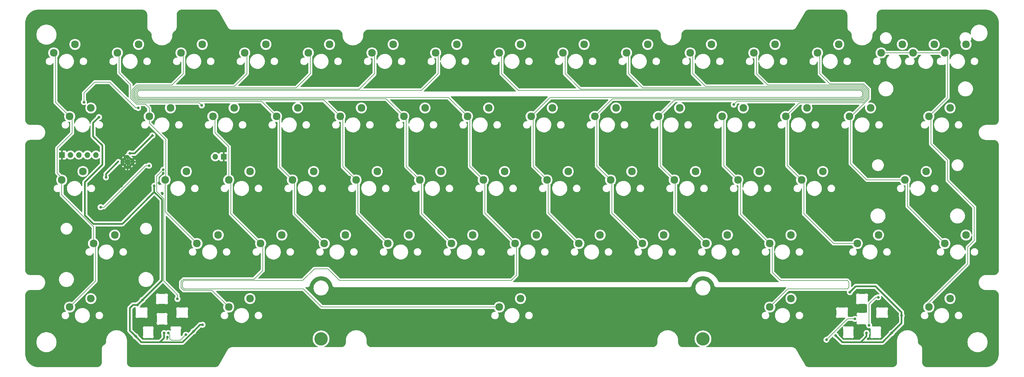
<source format=gtl>
%TF.GenerationSoftware,KiCad,Pcbnew,(7.0.0-0)*%
%TF.CreationDate,2023-06-06T22:56:56-07:00*%
%TF.ProjectId,popstar_plateless_with_flex_cuts,706f7073-7461-4725-9f70-6c6174656c65,rev?*%
%TF.SameCoordinates,Original*%
%TF.FileFunction,Copper,L1,Top*%
%TF.FilePolarity,Positive*%
%FSLAX46Y46*%
G04 Gerber Fmt 4.6, Leading zero omitted, Abs format (unit mm)*
G04 Created by KiCad (PCBNEW (7.0.0-0)) date 2023-06-06 22:56:56*
%MOMM*%
%LPD*%
G01*
G04 APERTURE LIST*
%TA.AperFunction,ComponentPad*%
%ADD10C,2.300000*%
%TD*%
%TA.AperFunction,ComponentPad*%
%ADD11C,4.000000*%
%TD*%
%TA.AperFunction,ComponentPad*%
%ADD12R,1.700000X1.700000*%
%TD*%
%TA.AperFunction,ComponentPad*%
%ADD13O,1.700000X1.700000*%
%TD*%
%TA.AperFunction,ComponentPad*%
%ADD14C,0.600000*%
%TD*%
%TA.AperFunction,ViaPad*%
%ADD15C,0.800000*%
%TD*%
%TA.AperFunction,ViaPad*%
%ADD16C,0.600000*%
%TD*%
%TA.AperFunction,Conductor*%
%ADD17C,0.500000*%
%TD*%
%TA.AperFunction,Conductor*%
%ADD18C,0.600000*%
%TD*%
%TA.AperFunction,Conductor*%
%ADD19C,0.200000*%
%TD*%
G04 APERTURE END LIST*
D10*
%TO.P,SW15,1,1*%
%TO.N,COL13*%
X294640000Y-38735000D03*
%TO.P,SW15,2,2*%
%TO.N,Net-(D26-A)*%
X300990000Y-36195000D03*
%TD*%
%TO.P,SW22,1,1*%
%TO.N,COL05*%
X142240000Y-57785000D03*
%TO.P,SW22,2,2*%
%TO.N,Net-(D32-A)*%
X148590000Y-55245000D03*
%TD*%
%TO.P,SW55,1,1*%
%TO.N,COL12*%
X304165000Y-95885000D03*
%TO.P,SW55,2,2*%
%TO.N,Net-(D65-A)*%
X310515000Y-93345000D03*
%TD*%
%TO.P,SW29,1,1*%
%TO.N,COL12*%
X275590000Y-57785000D03*
%TO.P,SW29,2,2*%
%TO.N,Net-(D39-A)*%
X281940000Y-55245000D03*
%TD*%
%TO.P,SW33,1,1*%
%TO.N,COL03*%
X108902500Y-76835000D03*
%TO.P,SW33,2,2*%
%TO.N,Net-(D43-A)*%
X115252500Y-74295000D03*
%TD*%
%TO.P,SW25,1,1*%
%TO.N,COL08*%
X199390000Y-57785000D03*
%TO.P,SW25,2,2*%
%TO.N,Net-(D35-A)*%
X205740000Y-55245000D03*
%TD*%
%TO.P,SW53,1,1*%
%TO.N,COL10*%
X251777500Y-95885000D03*
%TO.P,SW53,2,2*%
%TO.N,Net-(D63-A)*%
X258127500Y-93345000D03*
%TD*%
%TO.P,SW17,1,1*%
%TO.N,COL00*%
X42227500Y-57785000D03*
%TO.P,SW17,2,2*%
%TO.N,Net-(D27-A)*%
X48577500Y-55245000D03*
%TD*%
%TO.P,SW41,1,1*%
%TO.N,COL11*%
X261302500Y-76835000D03*
%TO.P,SW41,2,2*%
%TO.N,Net-(D51-A)*%
X267652500Y-74295000D03*
%TD*%
%TO.P,SW36,1,1*%
%TO.N,COL06*%
X166052500Y-76835000D03*
%TO.P,SW36,2,2*%
%TO.N,Net-(D46-A)*%
X172402500Y-74295000D03*
%TD*%
%TO.P,SW47,1,1*%
%TO.N,COL04*%
X137477500Y-95885000D03*
%TO.P,SW47,2,2*%
%TO.N,Net-(D57-A)*%
X143827500Y-93345000D03*
%TD*%
%TO.P,SW11,1,1*%
%TO.N,COL09*%
X208915000Y-38735000D03*
%TO.P,SW11,2,2*%
%TO.N,Net-(D22-A)*%
X215265000Y-36195000D03*
%TD*%
%TO.P,SW45,1,1*%
%TO.N,COL02*%
X99377500Y-95885000D03*
%TO.P,SW45,2,2*%
%TO.N,Net-(D55-A)*%
X105727500Y-93345000D03*
%TD*%
%TO.P,SW57,1,1*%
%TO.N,COL02*%
X89852500Y-114935000D03*
%TO.P,SW57,2,2*%
%TO.N,Net-(D67-A)*%
X96202500Y-112395000D03*
%TD*%
%TO.P,SW56,1,1*%
%TO.N,COL00*%
X42227500Y-114935000D03*
%TO.P,SW56,2,2*%
%TO.N,Net-(D66-A)*%
X48577500Y-112395000D03*
%TD*%
%TO.P,SW24,1,1*%
%TO.N,COL07*%
X180340000Y-57785000D03*
%TO.P,SW24,2,2*%
%TO.N,Net-(D34-A)*%
X186690000Y-55245000D03*
%TD*%
%TO.P,SW59,1,1*%
%TO.N,COL10*%
X251777500Y-114935000D03*
%TO.P,SW59,2,2*%
%TO.N,Net-(D69-A)*%
X258127500Y-112395000D03*
%TD*%
%TO.P,SW7,1,1*%
%TO.N,COL05*%
X132715000Y-38735000D03*
%TO.P,SW7,2,2*%
%TO.N,Net-(D18-A)*%
X139065000Y-36195000D03*
%TD*%
%TO.P,SW20,1,1*%
%TO.N,COL03*%
X104140000Y-57785000D03*
%TO.P,SW20,2,2*%
%TO.N,Net-(D30-A)*%
X110490000Y-55245000D03*
%TD*%
%TO.P,SW2,1,1*%
%TO.N,COL00*%
X37465000Y-38735000D03*
%TO.P,SW2,2,2*%
%TO.N,Net-(D13-A)*%
X43815000Y-36195000D03*
%TD*%
%TO.P,SW31,1,1*%
%TO.N,COL01*%
X70802500Y-76835000D03*
%TO.P,SW31,2,2*%
%TO.N,Net-(D41-A)*%
X77152500Y-74295000D03*
%TD*%
%TO.P,SW27,1,1*%
%TO.N,COL10*%
X237490000Y-57785000D03*
%TO.P,SW27,2,2*%
%TO.N,Net-(D37-A)*%
X243840000Y-55245000D03*
%TD*%
%TO.P,SW32,1,1*%
%TO.N,COL02*%
X89852500Y-76835000D03*
%TO.P,SW32,2,2*%
%TO.N,Net-(D42-A)*%
X96202500Y-74295000D03*
%TD*%
%TO.P,SW34,1,1*%
%TO.N,COL04*%
X127952500Y-76835000D03*
%TO.P,SW34,2,2*%
%TO.N,Net-(D44-A)*%
X134302500Y-74295000D03*
%TD*%
%TO.P,SW37,1,1*%
%TO.N,COL07*%
X185102500Y-76835000D03*
%TO.P,SW37,2,2*%
%TO.N,Net-(D47-A)*%
X191452500Y-74295000D03*
%TD*%
%TO.P,SW10,1,1*%
%TO.N,COL08*%
X189865000Y-38735000D03*
%TO.P,SW10,2,2*%
%TO.N,Net-(D21-A)*%
X196215000Y-36195000D03*
%TD*%
%TO.P,SW21,1,1*%
%TO.N,COL04*%
X123190000Y-57785000D03*
%TO.P,SW21,2,2*%
%TO.N,Net-(D31-A)*%
X129540000Y-55245000D03*
%TD*%
%TO.P,SW3,1,1*%
%TO.N,COL01*%
X56515000Y-38735000D03*
%TO.P,SW3,2,2*%
%TO.N,Net-(D14-A)*%
X62865000Y-36195000D03*
%TD*%
%TO.P,SW38,1,1*%
%TO.N,COL08*%
X204152500Y-76835000D03*
%TO.P,SW38,2,2*%
%TO.N,Net-(D48-A)*%
X210502500Y-74295000D03*
%TD*%
%TO.P,SW50,1,1*%
%TO.N,COL07*%
X194627500Y-95885000D03*
%TO.P,SW50,2,2*%
%TO.N,Net-(D60-A)*%
X200977500Y-93345000D03*
%TD*%
%TO.P,SW52,1,1*%
%TO.N,COL09*%
X232727500Y-95885000D03*
%TO.P,SW52,2,2*%
%TO.N,Net-(D62-A)*%
X239077500Y-93345000D03*
%TD*%
%TO.P,SW13,1,1*%
%TO.N,COL11*%
X247015000Y-38735000D03*
%TO.P,SW13,2,2*%
%TO.N,Net-(D24-A)*%
X253365000Y-36195000D03*
%TD*%
%TO.P,SW35,1,1*%
%TO.N,COL05*%
X147002500Y-76835000D03*
%TO.P,SW35,2,2*%
%TO.N,Net-(D45-A)*%
X153352500Y-74295000D03*
%TD*%
%TO.P,SW39,1,1*%
%TO.N,COL09*%
X223202500Y-76835000D03*
%TO.P,SW39,2,2*%
%TO.N,Net-(D49-A)*%
X229552500Y-74295000D03*
%TD*%
%TO.P,SW23,1,1*%
%TO.N,COL06*%
X161290000Y-57785000D03*
%TO.P,SW23,2,2*%
%TO.N,Net-(D33-A)*%
X167640000Y-55245000D03*
%TD*%
%TO.P,SW51,1,1*%
%TO.N,COL08*%
X213677500Y-95885000D03*
%TO.P,SW51,2,2*%
%TO.N,Net-(D61-A)*%
X220027500Y-93345000D03*
%TD*%
%TO.P,SW43,1,1*%
%TO.N,COL00*%
X49371250Y-95885000D03*
%TO.P,SW43,2,2*%
%TO.N,Net-(D53-A)*%
X55721250Y-93345000D03*
%TD*%
%TO.P,SW61,1,1*%
%TO.N,COL13*%
X304165000Y-38735000D03*
%TO.P,SW61,2,2*%
%TO.N,Net-(D71-A)*%
X310515000Y-36195000D03*
%TD*%
%TO.P,SW44,1,1*%
%TO.N,COL01*%
X80327500Y-95885000D03*
%TO.P,SW44,2,2*%
%TO.N,Net-(D54-A)*%
X86677500Y-93345000D03*
%TD*%
%TO.P,SW58,1,1*%
%TO.N,COL06*%
X170815000Y-114935000D03*
%TO.P,SW58,2,2*%
%TO.N,Net-(D68-A)*%
X177165000Y-112395000D03*
%TD*%
D11*
%TO.P,S3,*%
%TO.N,*%
X231775000Y-124460000D03*
X117475000Y-124460000D03*
%TD*%
D10*
%TO.P,SW18,1,1*%
%TO.N,COL01*%
X66040000Y-57785000D03*
%TO.P,SW18,2,2*%
%TO.N,Net-(D28-A)*%
X72390000Y-55245000D03*
%TD*%
%TO.P,SW5,1,1*%
%TO.N,COL03*%
X94615000Y-38735000D03*
%TO.P,SW5,2,2*%
%TO.N,Net-(D16-A)*%
X100965000Y-36195000D03*
%TD*%
%TO.P,SW6,1,1*%
%TO.N,COL04*%
X113665000Y-38735000D03*
%TO.P,SW6,2,2*%
%TO.N,Net-(D17-A)*%
X120015000Y-36195000D03*
%TD*%
%TO.P,SW28,1,1*%
%TO.N,COL11*%
X256540000Y-57785000D03*
%TO.P,SW28,2,2*%
%TO.N,Net-(D38-A)*%
X262890000Y-55245000D03*
%TD*%
%TO.P,SW48,1,1*%
%TO.N,COL05*%
X156527500Y-95885000D03*
%TO.P,SW48,2,2*%
%TO.N,Net-(D58-A)*%
X162877500Y-93345000D03*
%TD*%
%TO.P,SW60,1,1*%
%TO.N,COL13*%
X299402500Y-114935000D03*
%TO.P,SW60,2,2*%
%TO.N,Net-(D70-A)*%
X305752500Y-112395000D03*
%TD*%
%TO.P,SW49,1,1*%
%TO.N,COL06*%
X175577500Y-95885000D03*
%TO.P,SW49,2,2*%
%TO.N,Net-(D59-A)*%
X181927500Y-93345000D03*
%TD*%
%TO.P,SW30,1,1*%
%TO.N,COL00*%
X39846250Y-76835000D03*
%TO.P,SW30,2,2*%
%TO.N,Net-(D40-A)*%
X46196250Y-74295000D03*
%TD*%
%TO.P,SW26,1,1*%
%TO.N,COL09*%
X218440000Y-57785000D03*
%TO.P,SW26,2,2*%
%TO.N,Net-(D36-A)*%
X224790000Y-55245000D03*
%TD*%
%TO.P,SW62,1,1*%
%TO.N,COL13*%
X299402500Y-57785000D03*
%TO.P,SW62,2,2*%
%TO.N,Net-(D72-A)*%
X305752500Y-55245000D03*
%TD*%
%TO.P,SW16,1,1*%
%TO.N,COL13*%
X285115000Y-38735000D03*
%TO.P,SW16,2,2*%
%TO.N,Net-(D26-A)*%
X291465000Y-36195000D03*
%TD*%
%TO.P,SW14,1,1*%
%TO.N,COL12*%
X266065000Y-38735000D03*
%TO.P,SW14,2,2*%
%TO.N,Net-(D25-A)*%
X272415000Y-36195000D03*
%TD*%
%TO.P,SW46,1,1*%
%TO.N,COL03*%
X118427500Y-95885000D03*
%TO.P,SW46,2,2*%
%TO.N,Net-(D56-A)*%
X124777500Y-93345000D03*
%TD*%
%TO.P,SW40,1,1*%
%TO.N,COL10*%
X242252500Y-76835000D03*
%TO.P,SW40,2,2*%
%TO.N,Net-(D50-A)*%
X248602500Y-74295000D03*
%TD*%
%TO.P,SW12,1,1*%
%TO.N,COL10*%
X227965000Y-38735000D03*
%TO.P,SW12,2,2*%
%TO.N,Net-(D23-A)*%
X234315000Y-36195000D03*
%TD*%
%TO.P,SW9,1,1*%
%TO.N,COL07*%
X170815000Y-38735000D03*
%TO.P,SW9,2,2*%
%TO.N,Net-(D20-A)*%
X177165000Y-36195000D03*
%TD*%
%TO.P,SW19,1,1*%
%TO.N,COL02*%
X85090000Y-57785000D03*
%TO.P,SW19,2,2*%
%TO.N,Net-(D29-A)*%
X91440000Y-55245000D03*
%TD*%
%TO.P,SW42,1,1*%
%TO.N,COL12*%
X292258750Y-76835000D03*
%TO.P,SW42,2,2*%
%TO.N,Net-(D52-A)*%
X298608750Y-74295000D03*
%TD*%
%TO.P,SW4,1,1*%
%TO.N,COL02*%
X75565000Y-38735000D03*
%TO.P,SW4,2,2*%
%TO.N,Net-(D15-A)*%
X81915000Y-36195000D03*
%TD*%
%TO.P,SW8,1,1*%
%TO.N,COL06*%
X151765000Y-38735000D03*
%TO.P,SW8,2,2*%
%TO.N,Net-(D19-A)*%
X158115000Y-36195000D03*
%TD*%
%TO.P,SW54,1,1*%
%TO.N,COL11*%
X277971250Y-95885000D03*
%TO.P,SW54,2,2*%
%TO.N,Net-(D64-A)*%
X284321250Y-93345000D03*
%TD*%
D12*
%TO.P,J2,1,Pin_1*%
%TO.N,GND*%
X39919999Y-69341999D03*
D13*
%TO.P,J2,2,Pin_2*%
%TO.N,SWCLK*%
X42459999Y-69341999D03*
%TO.P,J2,3,Pin_3*%
%TO.N,SWD*%
X44999999Y-69341999D03*
%TO.P,J2,4,Pin_4*%
%TO.N,~{RESET}*%
X47539999Y-69341999D03*
%TO.P,J2,5,Pin_5*%
%TO.N,+3V3*%
X50079999Y-69341999D03*
%TD*%
D14*
%TO.P,U6,57,GND*%
%TO.N,GND*%
X59531250Y-73240622D03*
X60432811Y-72339061D03*
X61334372Y-71437500D03*
X58629689Y-72339061D03*
X59531250Y-71437500D03*
X60432811Y-70535939D03*
X57728128Y-71437500D03*
X58629689Y-70535939D03*
X59531250Y-69634378D03*
%TD*%
D12*
%TO.P,SW1,1,1*%
%TO.N,GND*%
X88336249Y-69874999D03*
D13*
%TO.P,SW1,2,2*%
%TO.N,/~{USB_BOOT}*%
X85796249Y-69874999D03*
%TD*%
D15*
%TO.N,+1V1*%
X53086000Y-76073000D03*
X60200000Y-68850000D03*
X67000000Y-63500000D03*
D16*
X56800000Y-71350000D03*
D15*
%TO.N,GND*%
X317220000Y-130800000D03*
X128500000Y-89000000D03*
X282000000Y-48000000D03*
X202500000Y-120500000D03*
X165000000Y-124250000D03*
X45500000Y-76500000D03*
X83250000Y-118500000D03*
X51500000Y-104500000D03*
X65000000Y-73800500D03*
X233250000Y-47500000D03*
X288500000Y-125000000D03*
X270500000Y-124750000D03*
X165200000Y-66850000D03*
X166500000Y-89000000D03*
X72000000Y-82000000D03*
X70250000Y-108750000D03*
X70000000Y-81000000D03*
X67750000Y-120500000D03*
X165000000Y-120000000D03*
X56769000Y-53594000D03*
X267000000Y-125250000D03*
X155000000Y-120000000D03*
X115000000Y-120500000D03*
X62992000Y-63881000D03*
X126000000Y-76000000D03*
X261000000Y-122400000D03*
X204500000Y-89000000D03*
X60000000Y-123750000D03*
X134500000Y-46500000D03*
X54229000Y-78105000D03*
X71500000Y-88800000D03*
X283750000Y-113750000D03*
X300000000Y-93500000D03*
X155750000Y-60000000D03*
X306250000Y-46500000D03*
X210000000Y-120500000D03*
X292750000Y-117500000D03*
X47000000Y-63000000D03*
X49500000Y-57500000D03*
X160600000Y-71100000D03*
X48750000Y-73500000D03*
X196500000Y-120000000D03*
X95000000Y-122700000D03*
X65405000Y-62738000D03*
X62250000Y-112250000D03*
X59250000Y-91000000D03*
X277000000Y-107250000D03*
X265750000Y-121750000D03*
X68600000Y-101400000D03*
X76500000Y-105250000D03*
X151250000Y-116750000D03*
X66000000Y-76750000D03*
X68072000Y-71755000D03*
X64250000Y-114250000D03*
X98500000Y-121700000D03*
X76750000Y-113250000D03*
X71500000Y-101400000D03*
X155000000Y-66000000D03*
X50750000Y-88500000D03*
X101500000Y-123200000D03*
X158300000Y-63400000D03*
X233750000Y-120500000D03*
X272750000Y-110500000D03*
X51500000Y-76000000D03*
X244500000Y-120500000D03*
X289500000Y-119750000D03*
X221000000Y-76000000D03*
X163750000Y-76000000D03*
X86000000Y-122500000D03*
X55499000Y-78105000D03*
X48750000Y-83250000D03*
X109500000Y-89000000D03*
D16*
X277250000Y-119750000D03*
X71750000Y-116250000D03*
D15*
X48500000Y-104500000D03*
X72009000Y-65532000D03*
X81250000Y-122250000D03*
X48250000Y-71250000D03*
X31580000Y-27610000D03*
X160700000Y-65800000D03*
X200500000Y-82000000D03*
X30860000Y-130390000D03*
X68707000Y-65532000D03*
X166700000Y-69700000D03*
X200000000Y-116750000D03*
D16*
X69500000Y-123750000D03*
D15*
X80500000Y-73500000D03*
X76250000Y-121750000D03*
X46000000Y-71750000D03*
X45000000Y-83250000D03*
X185500000Y-89000000D03*
X124500000Y-82000000D03*
X154250000Y-58500000D03*
X115000000Y-46500000D03*
X285000000Y-107750000D03*
X127500000Y-116750000D03*
X115000000Y-116750000D03*
X143500000Y-82000000D03*
X72250000Y-73750000D03*
X65000000Y-84800000D03*
X54861000Y-85675000D03*
X41250000Y-67000000D03*
X147750000Y-120500000D03*
X286500000Y-122000000D03*
X281250000Y-124500000D03*
X75750000Y-111250000D03*
X272750000Y-122500000D03*
X251750000Y-47250000D03*
X74250000Y-108250000D03*
X147500000Y-89000000D03*
X103500000Y-66000000D03*
X292500000Y-39750000D03*
X45000000Y-39000000D03*
X62750000Y-122000000D03*
X81500000Y-117000000D03*
X182750000Y-76000000D03*
X177000000Y-48750000D03*
X251500000Y-122400000D03*
X162500000Y-82000000D03*
X223500000Y-89000000D03*
X49000000Y-77500000D03*
X233750000Y-116750000D03*
X163650000Y-66850000D03*
X68600000Y-103500000D03*
X141500000Y-66000000D03*
X96000000Y-46500000D03*
X83250000Y-121750000D03*
X61000000Y-113000000D03*
X43250000Y-86750000D03*
X283000000Y-52500000D03*
X57699500Y-78706111D03*
X63500000Y-79000000D03*
X81500000Y-56000000D03*
X262000000Y-89000000D03*
X61750000Y-119750000D03*
X181500000Y-82000000D03*
X306000000Y-79750000D03*
X71500000Y-103500000D03*
X153250000Y-124250000D03*
X195750000Y-48500000D03*
X65300000Y-70400000D03*
X106750000Y-76000000D03*
X52300000Y-86200000D03*
X66480713Y-77519287D03*
X58750000Y-119750000D03*
X155750000Y-62500000D03*
X87000000Y-118750000D03*
X254000000Y-104000000D03*
X198500000Y-124250000D03*
X220000000Y-82000000D03*
X68600000Y-88800000D03*
X122500000Y-66000000D03*
X164600000Y-73100000D03*
X239500000Y-54000000D03*
X53500000Y-72250000D03*
X77000000Y-46500000D03*
X271500000Y-46750000D03*
X198500000Y-66000000D03*
X140000000Y-116750000D03*
X243000000Y-89000000D03*
X105500000Y-82000000D03*
D16*
X72000000Y-115250000D03*
D15*
X62000000Y-125750000D03*
X259000000Y-76000000D03*
X186000000Y-120000000D03*
X317480000Y-28610000D03*
X144750000Y-76000000D03*
X61800000Y-84400000D03*
X58400000Y-62411000D03*
X186000000Y-124250000D03*
X153000000Y-46500000D03*
X83500000Y-54500000D03*
X90500000Y-89000000D03*
X152750000Y-57000000D03*
X274500000Y-66000000D03*
X279250000Y-123750000D03*
X236500000Y-66000000D03*
X79500000Y-123750000D03*
X210000000Y-116750000D03*
X71500000Y-124000000D03*
X86500000Y-82000000D03*
X163500000Y-63250000D03*
X105500000Y-119250000D03*
X59400000Y-62411000D03*
X71800000Y-121400000D03*
X83000000Y-68500000D03*
X140000000Y-120500000D03*
X301500000Y-54000000D03*
X282500000Y-114750000D03*
X41000000Y-62400000D03*
X174500000Y-104000000D03*
X104100000Y-125300000D03*
X258000000Y-82000000D03*
X63500000Y-111250000D03*
X50600000Y-86200000D03*
X301000000Y-75250000D03*
X70250000Y-74750000D03*
X201750000Y-76000000D03*
X268500000Y-120250000D03*
X64135000Y-63373000D03*
X80250000Y-119750000D03*
X104500000Y-116750000D03*
X74000000Y-69500000D03*
X89500000Y-126600000D03*
X273250000Y-113750000D03*
X39800000Y-64200000D03*
X91250000Y-121700000D03*
X214250000Y-48000000D03*
X277400000Y-110500000D03*
X108750000Y-120500000D03*
X37500000Y-56250000D03*
X289000000Y-82000000D03*
X271250000Y-125750000D03*
X241250000Y-55750000D03*
X221250000Y-116750000D03*
X159500000Y-64600000D03*
X50500000Y-62000000D03*
X58000000Y-117000000D03*
X57250000Y-88250000D03*
X87800000Y-124000000D03*
X64135000Y-55372000D03*
X52451000Y-58801000D03*
X67500000Y-118250000D03*
X50750000Y-67000000D03*
X166700000Y-66850000D03*
X46000000Y-56000000D03*
X58500000Y-57000000D03*
X47250000Y-67000000D03*
X65000000Y-79800000D03*
X57200000Y-62411000D03*
X61750000Y-46500000D03*
X53500000Y-66750000D03*
X69000000Y-77750000D03*
X165200000Y-69700000D03*
X247500000Y-116750000D03*
X163600000Y-69700000D03*
X151250000Y-55500000D03*
X48000000Y-91500000D03*
X50750000Y-91500000D03*
X290000000Y-75500000D03*
X77750000Y-121250000D03*
X239000000Y-82000000D03*
X240000000Y-76000000D03*
X177500000Y-104000000D03*
X98000000Y-104000000D03*
X57750000Y-61250000D03*
X217500000Y-66000000D03*
X255500000Y-66000000D03*
X39500000Y-47000000D03*
%TO.N,ARGB_5V*%
X74500000Y-112500000D03*
X70250000Y-73750000D03*
%TO.N,Net-(D6-DOUT)*%
X77000000Y-123250000D03*
X277250000Y-118500000D03*
X71750000Y-122750000D03*
X268750000Y-124750000D03*
%TO.N,Net-(D11-DOUT)*%
X281500000Y-120400000D03*
X284250000Y-112000000D03*
%TO.N,ROW1*%
X62750000Y-55250000D03*
X46500000Y-53500000D03*
%TO.N,ROW2*%
X65978417Y-72554430D03*
X51500000Y-85000000D03*
%TO.N,COL02*%
X81750000Y-54500000D03*
%TO.N,COL10*%
X241000000Y-54250000D03*
%TO.N,5V*%
X79250000Y-122250000D03*
X64020145Y-112820145D03*
X51000000Y-58000000D03*
X275750000Y-110500000D03*
X271500000Y-123500000D03*
X62000000Y-123750000D03*
X67550500Y-78589075D03*
X70500000Y-122750000D03*
X82000000Y-120250000D03*
X291250000Y-117500000D03*
X280750000Y-122750000D03*
X288250000Y-122750000D03*
X62545145Y-114295145D03*
%TD*%
D17*
%TO.N,+1V1*%
X53086000Y-76073000D02*
X53086000Y-75064000D01*
X53086000Y-75064000D02*
X56800000Y-71350000D01*
X61650000Y-68850000D02*
X60200000Y-68850000D01*
X67000000Y-63500000D02*
X61650000Y-68850000D01*
D18*
%TO.N,GND*%
X58629689Y-72339061D02*
X59531250Y-73240622D01*
X57728128Y-71437500D02*
X59531250Y-71437500D01*
X61334372Y-71437500D02*
X60432811Y-70535939D01*
X58629689Y-72339061D02*
X59531250Y-71437500D01*
X60432811Y-70535939D02*
X59531250Y-69634378D01*
X58629689Y-70535939D02*
X57728128Y-71437500D01*
X60432811Y-70535939D02*
X59531250Y-71437500D01*
X58629689Y-70535939D02*
X59531250Y-71437500D01*
X60432811Y-72339061D02*
X61334372Y-71437500D01*
X59531250Y-73240622D02*
X59531250Y-71437500D01*
X59531250Y-73240622D02*
X60432811Y-72339061D01*
X57728128Y-71437500D02*
X58629689Y-72339061D01*
X61334372Y-71437500D02*
X59531250Y-71437500D01*
X59531250Y-69634378D02*
X58629689Y-70535939D01*
X60432811Y-72339061D02*
X59531250Y-71437500D01*
X59531250Y-69634378D02*
X59531250Y-71437500D01*
D17*
X80032000Y-65532000D02*
X83000000Y-68500000D01*
X72009000Y-65532000D02*
X80032000Y-65532000D01*
D19*
%TO.N,ARGB_5V*%
X73375000Y-110125000D02*
X74500000Y-111250000D01*
X68250000Y-80347500D02*
X70402500Y-82500000D01*
X70402500Y-107152500D02*
X71000000Y-107750000D01*
X74500000Y-111250000D02*
X74500000Y-112500000D01*
X68250000Y-75750000D02*
X68250000Y-80347500D01*
X70402500Y-82500000D02*
X70402500Y-107152500D01*
X71000000Y-107750000D02*
X73375000Y-110125000D01*
X70250000Y-73750000D02*
X68250000Y-75750000D01*
%TO.N,Net-(D6-DOUT)*%
X72200000Y-123200000D02*
X72200000Y-124450000D01*
X71750000Y-122750000D02*
X72200000Y-123200000D01*
X75300000Y-124950000D02*
X77000000Y-123250000D01*
X72700000Y-124950000D02*
X75300000Y-124950000D01*
X72200000Y-124450000D02*
X72700000Y-124950000D01*
X275000000Y-118500000D02*
X277250000Y-118500000D01*
X268750000Y-124750000D02*
X275000000Y-118500000D01*
%TO.N,Net-(D11-DOUT)*%
X281500000Y-120400000D02*
X281500000Y-114000000D01*
X283500000Y-112000000D02*
X284250000Y-112000000D01*
X281500000Y-114000000D02*
X283500000Y-112000000D01*
%TO.N,ROW1*%
X46500000Y-53500000D02*
X46500000Y-50750000D01*
X46500000Y-50750000D02*
X49750000Y-47500000D01*
X49750000Y-47500000D02*
X54250000Y-47500000D01*
X54250000Y-47500000D02*
X62000000Y-55250000D01*
X62000000Y-55250000D02*
X62750000Y-55250000D01*
%TO.N,ROW2*%
X52510050Y-85000000D02*
X51500000Y-85000000D01*
X64955620Y-72554430D02*
X52510050Y-85000000D01*
X65978417Y-72554430D02*
X64955620Y-72554430D01*
%TO.N,COL00*%
X38500000Y-74777818D02*
X38500000Y-67250000D01*
X39846250Y-81346250D02*
X39846250Y-76835000D01*
X49371250Y-95885000D02*
X50000000Y-96513750D01*
X39846250Y-76835000D02*
X39846250Y-76124068D01*
X38500000Y-67250000D02*
X43000000Y-62750000D01*
X37465000Y-38735000D02*
X38000000Y-39270000D01*
X39846250Y-76124068D02*
X38500000Y-74777818D01*
X50000000Y-96513750D02*
X50000000Y-107162500D01*
X43000000Y-58557500D02*
X42227500Y-57785000D01*
X43000000Y-62750000D02*
X43000000Y-58557500D01*
X38000000Y-39270000D02*
X38000000Y-53557500D01*
X49371250Y-95885000D02*
X49371250Y-90871250D01*
X50000000Y-107162500D02*
X42227500Y-114935000D01*
X49371250Y-90871250D02*
X39846250Y-81346250D01*
X38000000Y-53557500D02*
X42227500Y-57785000D01*
%TO.N,COL01*%
X60500000Y-48250000D02*
X60500000Y-52328426D01*
X57000000Y-39220000D02*
X57000000Y-44750000D01*
X66040000Y-57785000D02*
X66040000Y-59829775D01*
X57000000Y-44750000D02*
X60500000Y-48250000D01*
X70950000Y-64739775D02*
X70950000Y-76687500D01*
X70802500Y-86360000D02*
X80327500Y-95885000D01*
X62271571Y-54099998D02*
X64900002Y-54099998D01*
X70802500Y-76835000D02*
X70802500Y-86360000D01*
X66040000Y-55239996D02*
X66040000Y-57785000D01*
X64900002Y-54099998D02*
X66040000Y-55239996D01*
X56515000Y-38735000D02*
X57000000Y-39220000D01*
X70950000Y-76687500D02*
X70802500Y-76835000D01*
X66040000Y-59829775D02*
X70950000Y-64739775D01*
X60500000Y-52328426D02*
X62271571Y-54099998D01*
%TO.N,COL02*%
X89852500Y-66833750D02*
X85725000Y-62706250D01*
X84817500Y-109900000D02*
X89852500Y-114935000D01*
X76250000Y-39420000D02*
X76250000Y-45000000D01*
X62337260Y-48400000D02*
X60900002Y-49837256D01*
X89852500Y-76835000D02*
X90487500Y-77470000D01*
X100000000Y-96500000D02*
X100000000Y-104000000D01*
X62437256Y-53699998D02*
X80950000Y-53700000D01*
X60900002Y-49837256D02*
X60900000Y-52162740D01*
X76250000Y-45000000D02*
X72850000Y-48400000D01*
X90487500Y-86995000D02*
X99377500Y-95885000D01*
X100000000Y-104000000D02*
X97400000Y-106600000D01*
X99377500Y-95885000D02*
X99385000Y-95885000D01*
X80950000Y-53700000D02*
X81750000Y-54500000D01*
X76334315Y-109900000D02*
X84817500Y-109900000D01*
X75600000Y-109165686D02*
X76334315Y-109900000D01*
X75565000Y-38735000D02*
X76250000Y-39420000D01*
X99385000Y-95885000D02*
X100000000Y-96500000D01*
X60900000Y-52162740D02*
X62437256Y-53699998D01*
X75600000Y-107334315D02*
X75600000Y-109165686D01*
X72850000Y-48400000D02*
X62337260Y-48400000D01*
X90487500Y-77470000D02*
X90487500Y-86995000D01*
X85725000Y-62706250D02*
X85725000Y-58420000D01*
X85725000Y-58420000D02*
X85090000Y-57785000D01*
X97400000Y-106600000D02*
X76334314Y-106600000D01*
X76334314Y-106600000D02*
X75600000Y-107334315D01*
X89852500Y-76835000D02*
X89852500Y-66833750D01*
%TO.N,COL03*%
X91450000Y-48800000D02*
X95250000Y-45000000D01*
X62502945Y-48800000D02*
X91450000Y-48800000D01*
X108902500Y-76835000D02*
X105000000Y-72932500D01*
X62602942Y-53299999D02*
X61300000Y-51997055D01*
X104140000Y-57785000D02*
X99655000Y-53300000D01*
X105000000Y-58645000D02*
X104140000Y-57785000D01*
X109500000Y-86957500D02*
X118427500Y-95885000D01*
X61300001Y-50002942D02*
X62502945Y-48800000D01*
X109500000Y-77432500D02*
X109500000Y-86957500D01*
X95250000Y-45000000D02*
X95250000Y-39370000D01*
X99655000Y-53300000D02*
X62602942Y-53299999D01*
X61300000Y-51997055D02*
X61300001Y-50002942D01*
X108902500Y-76835000D02*
X109500000Y-77432500D01*
X95250000Y-39370000D02*
X94615000Y-38735000D01*
X105000000Y-72932500D02*
X105000000Y-58645000D01*
%TO.N,COL04*%
X123190000Y-57785000D02*
X118305000Y-52900000D01*
X128500000Y-77382500D02*
X128500000Y-86907500D01*
X61700000Y-51831370D02*
X61700000Y-50168628D01*
X127952500Y-76835000D02*
X124000000Y-72882500D01*
X127952500Y-76835000D02*
X128500000Y-77382500D01*
X118305000Y-52900000D02*
X62768628Y-52900000D01*
X128500000Y-86907500D02*
X137477500Y-95885000D01*
X124000000Y-58595000D02*
X123190000Y-57785000D01*
X114250000Y-45000000D02*
X114250000Y-39320000D01*
X124000000Y-72882500D02*
X124000000Y-58595000D01*
X62668630Y-49200000D02*
X110050000Y-49200000D01*
X62768628Y-52900000D02*
X61700000Y-51831370D01*
X61700000Y-50168628D02*
X62668630Y-49200000D01*
X110050000Y-49200000D02*
X114250000Y-45000000D01*
X114250000Y-39320000D02*
X113665000Y-38735000D01*
%TO.N,COL05*%
X147500000Y-77332500D02*
X147500000Y-86857500D01*
X62100000Y-51665685D02*
X62100000Y-50334314D01*
X147002500Y-76835000D02*
X143000000Y-72832500D01*
X147500000Y-86857500D02*
X156527500Y-95885000D01*
X133500000Y-45000000D02*
X133500000Y-39520000D01*
X128900000Y-49600000D02*
X133500000Y-45000000D01*
X147002500Y-76835000D02*
X147500000Y-77332500D01*
X62100000Y-50334314D02*
X62834315Y-49600000D01*
X62834315Y-49600000D02*
X128900000Y-49600000D01*
X143000000Y-72832500D02*
X143000000Y-58545000D01*
X133500000Y-39520000D02*
X132715000Y-38735000D01*
X142240000Y-57785000D02*
X136955000Y-52500000D01*
X136955000Y-52500000D02*
X62934314Y-52500000D01*
X62934314Y-52500000D02*
X62100000Y-51665685D01*
X143000000Y-58545000D02*
X142240000Y-57785000D01*
%TO.N,COL06*%
X117685000Y-114935000D02*
X112250000Y-109500000D01*
X63000000Y-50000000D02*
X147500000Y-50000000D01*
X123000000Y-107000000D02*
X174400000Y-107000000D01*
X112250000Y-109500000D02*
X76500000Y-109500000D01*
X166500000Y-77282500D02*
X166500000Y-86807500D01*
X63100000Y-52100000D02*
X62500000Y-51500000D01*
X176000000Y-105400000D02*
X176000000Y-96307500D01*
X166500000Y-86807500D02*
X175577500Y-95885000D01*
X76500000Y-107000000D02*
X112000000Y-107000000D01*
X119500000Y-103500000D02*
X123000000Y-107000000D01*
X112000000Y-107000000D02*
X115500000Y-103500000D01*
X152500000Y-39470000D02*
X151765000Y-38735000D01*
X162000000Y-58495000D02*
X161290000Y-57785000D01*
X76000000Y-107500000D02*
X76500000Y-107000000D01*
X166052500Y-76835000D02*
X166500000Y-77282500D01*
X76500000Y-109500000D02*
X76000000Y-109000000D01*
X176000000Y-96307500D02*
X175577500Y-95885000D01*
X166052500Y-76835000D02*
X162000000Y-72782500D01*
X174400000Y-107000000D02*
X176000000Y-105400000D01*
X152500000Y-45000000D02*
X152500000Y-39470000D01*
X161290000Y-57785000D02*
X155605000Y-52100000D01*
X155605000Y-52100000D02*
X63100000Y-52100000D01*
X170815000Y-114935000D02*
X117685000Y-114935000D01*
X147500000Y-50000000D02*
X152500000Y-45000000D01*
X62500000Y-50500000D02*
X63000000Y-50000000D01*
X162000000Y-72782500D02*
X162000000Y-58495000D01*
X76000000Y-109000000D02*
X76000000Y-107500000D01*
X115500000Y-103500000D02*
X119500000Y-103500000D01*
X62500000Y-51500000D02*
X62500000Y-50500000D01*
%TO.N,COL07*%
X171500000Y-39420000D02*
X170815000Y-38735000D01*
X185102500Y-77102500D02*
X185500000Y-77500000D01*
X185500000Y-86757500D02*
X194627500Y-95885000D01*
X180340000Y-57785000D02*
X186025000Y-52100000D01*
X185102500Y-76835000D02*
X181000000Y-72732500D01*
X185102500Y-76835000D02*
X185102500Y-77102500D01*
X171500000Y-45000000D02*
X171500000Y-39420000D01*
X176500000Y-50000000D02*
X171500000Y-45000000D01*
X181000000Y-72732500D02*
X181000000Y-58445000D01*
X181000000Y-58445000D02*
X180340000Y-57785000D01*
X279000000Y-50000000D02*
X176500000Y-50000000D01*
X185500000Y-77500000D02*
X185500000Y-86757500D01*
X186025000Y-52100000D02*
X279000000Y-52100000D01*
X279500000Y-50500000D02*
X279000000Y-50000000D01*
X279000000Y-52100000D02*
X279500000Y-51600000D01*
X279500000Y-51600000D02*
X279500000Y-50500000D01*
%TO.N,COL08*%
X190500000Y-39370000D02*
X189865000Y-38735000D01*
X190500000Y-45000000D02*
X190500000Y-39370000D01*
X279165686Y-52500000D02*
X279900000Y-51765685D01*
X279900000Y-50334314D02*
X279165685Y-49600000D01*
X195100000Y-49600000D02*
X190500000Y-45000000D01*
X204152500Y-76835000D02*
X204335000Y-76835000D01*
X279165685Y-49600000D02*
X195100000Y-49600000D01*
X200000000Y-58395000D02*
X199390000Y-57785000D01*
X204335000Y-76835000D02*
X204500000Y-77000000D01*
X204152500Y-76835000D02*
X200000000Y-72682500D01*
X204675000Y-52500000D02*
X279165686Y-52500000D01*
X204152500Y-76835000D02*
X204500000Y-77182500D01*
X279900000Y-51765685D02*
X279900000Y-50334314D01*
X200000000Y-72682500D02*
X200000000Y-58395000D01*
X204500000Y-77182500D02*
X204500000Y-86707500D01*
X199390000Y-57785000D02*
X204675000Y-52500000D01*
X204500000Y-86707500D02*
X213677500Y-95885000D01*
%TO.N,COL09*%
X280300000Y-51931370D02*
X280300000Y-50168628D01*
X209500000Y-45000000D02*
X209500000Y-39320000D01*
X223500000Y-86657500D02*
X232727500Y-95885000D01*
X219000000Y-58345000D02*
X218440000Y-57785000D01*
X219000000Y-72632500D02*
X219000000Y-58345000D01*
X218440000Y-57785000D02*
X223325000Y-52900000D01*
X279331370Y-49200000D02*
X213700000Y-49200000D01*
X279331370Y-52900000D02*
X279865685Y-52365685D01*
X223202500Y-76835000D02*
X223500000Y-77132500D01*
X279865685Y-52365685D02*
X280300000Y-51931370D01*
X279331372Y-52900000D02*
X279865685Y-52365685D01*
X223325000Y-52900000D02*
X279331370Y-52900000D01*
X280300000Y-50168628D02*
X279331370Y-49200000D01*
X209500000Y-39320000D02*
X208915000Y-38735000D01*
X213700000Y-49200000D02*
X209500000Y-45000000D01*
X223202500Y-76835000D02*
X219000000Y-72632500D01*
X223500000Y-77132500D02*
X223500000Y-86657500D01*
%TO.N,COL10*%
X243000000Y-77582500D02*
X243000000Y-87107500D01*
X242252500Y-76835000D02*
X243000000Y-77582500D01*
X252500000Y-96607500D02*
X252500000Y-104500000D01*
X238000000Y-72582500D02*
X242252500Y-76835000D01*
X228750000Y-39520000D02*
X227965000Y-38735000D01*
X242000000Y-53300000D02*
X279497056Y-53300000D01*
X255000000Y-107000000D02*
X275000000Y-107000000D01*
X275500000Y-109000000D02*
X275000000Y-109500000D01*
X279497055Y-48800000D02*
X232550000Y-48800000D01*
X280699999Y-50002942D02*
X279497055Y-48800000D01*
X257212500Y-109500000D02*
X251777500Y-114935000D01*
X243000000Y-87107500D02*
X251777500Y-95885000D01*
X228750000Y-45000000D02*
X228750000Y-39520000D01*
X238000000Y-58295000D02*
X238000000Y-72582500D01*
X280700000Y-52097055D02*
X280699999Y-50002942D01*
X275000000Y-107000000D02*
X275500000Y-107500000D01*
X241950000Y-53300000D02*
X241000000Y-54250000D01*
X232550000Y-48800000D02*
X228750000Y-45000000D01*
X237490000Y-57785000D02*
X238000000Y-58295000D01*
X279898528Y-52898528D02*
X280700000Y-52097055D01*
X252500000Y-104500000D02*
X255000000Y-107000000D01*
X242000000Y-53300000D02*
X241950000Y-53300000D01*
X251777500Y-95885000D02*
X252500000Y-96607500D01*
X279497056Y-53300000D02*
X279898528Y-52898528D01*
X275500000Y-107500000D02*
X275500000Y-109000000D01*
X275000000Y-109500000D02*
X257212500Y-109500000D01*
X279497058Y-53299999D02*
X279898528Y-52898528D01*
%TO.N,COL11*%
X281099998Y-49837256D02*
X279662740Y-48400000D01*
X257000000Y-72532500D02*
X257000000Y-58245000D01*
X281100000Y-52262740D02*
X281099998Y-49837256D01*
X247750000Y-39470000D02*
X247015000Y-38735000D01*
X279662742Y-53700000D02*
X281100000Y-52262740D01*
X279662740Y-48400000D02*
X251150000Y-48400000D01*
X270885000Y-95885000D02*
X262000000Y-87000000D01*
X262000000Y-77532500D02*
X261302500Y-76835000D01*
X247750000Y-45000000D02*
X247750000Y-39470000D01*
X261302500Y-76835000D02*
X257000000Y-72532500D01*
X262000000Y-87000000D02*
X262000000Y-77532500D01*
X251150000Y-48400000D02*
X247750000Y-45000000D01*
X260625000Y-53700000D02*
X279662742Y-53700000D01*
X257000000Y-58245000D02*
X256540000Y-57785000D01*
X277971250Y-95885000D02*
X270885000Y-95885000D01*
X256540000Y-57785000D02*
X260625000Y-53700000D01*
%TO.N,COL12*%
X266750000Y-45000000D02*
X266750000Y-39420000D01*
X292258750Y-76835000D02*
X293000000Y-77576250D01*
X276000000Y-58195000D02*
X275590000Y-57785000D01*
X293000000Y-84720000D02*
X304165000Y-95885000D01*
X269750000Y-48000000D02*
X266750000Y-45000000D01*
X266750000Y-39420000D02*
X266065000Y-38735000D01*
X276000000Y-72000000D02*
X276000000Y-58195000D01*
X275590000Y-57785000D02*
X276143427Y-57785000D01*
X279828426Y-48000000D02*
X269750000Y-48000000D01*
X292258750Y-76835000D02*
X280835000Y-76835000D01*
X281500000Y-49671574D02*
X279828426Y-48000000D01*
X280835000Y-76835000D02*
X276000000Y-72000000D01*
X281500000Y-52428427D02*
X281500000Y-49671574D01*
X276143427Y-57785000D02*
X281500000Y-52428427D01*
X293000000Y-77576250D02*
X293000000Y-84720000D01*
%TO.N,COL13*%
X294640000Y-38735000D02*
X285115000Y-38735000D01*
X299402500Y-113597500D02*
X299402500Y-114935000D01*
X313000000Y-95000000D02*
X311000000Y-97000000D01*
X305000000Y-39570000D02*
X304165000Y-38735000D01*
X304165000Y-38735000D02*
X294640000Y-38735000D01*
X305000000Y-52187500D02*
X305000000Y-39570000D01*
X313000000Y-85000000D02*
X313000000Y-95000000D01*
X299402500Y-57785000D02*
X300000000Y-58382500D01*
X311000000Y-97000000D02*
X311000000Y-102000000D01*
X300000000Y-58382500D02*
X300000000Y-66000000D01*
X305000000Y-71000000D02*
X305000000Y-77000000D01*
X305000000Y-77000000D02*
X313000000Y-85000000D01*
X300000000Y-66000000D02*
X305000000Y-71000000D01*
X311000000Y-102000000D02*
X299402500Y-113597500D01*
X299402500Y-57785000D02*
X305000000Y-52187500D01*
D17*
%TO.N,5V*%
X68250000Y-125500000D02*
X69250000Y-125500000D01*
X285500000Y-125500000D02*
X288250000Y-122750000D01*
X60875000Y-122625000D02*
X62000000Y-123750000D01*
X60250000Y-115250000D02*
X60250000Y-122000000D01*
X291250000Y-116500000D02*
X283875000Y-109125000D01*
X69250000Y-125500000D02*
X70500000Y-124250000D01*
X58000000Y-90000000D02*
X49277818Y-90000000D01*
X52000000Y-72250000D02*
X52000000Y-66500000D01*
X70500000Y-124250000D02*
X70500000Y-122750000D01*
X49277818Y-90000000D02*
X46750000Y-87472182D01*
X68250000Y-125500000D02*
X76000000Y-125500000D01*
X61204855Y-114295145D02*
X60250000Y-115250000D01*
X79250000Y-122250000D02*
X81250000Y-120250000D01*
X271500000Y-123500000D02*
X273500000Y-125500000D01*
X69852500Y-106987790D02*
X64020145Y-112820145D01*
X291250000Y-117500000D02*
X291250000Y-116500000D01*
X52000000Y-66500000D02*
X49250000Y-63750000D01*
X279000000Y-125500000D02*
X285500000Y-125500000D01*
X60875000Y-122625000D02*
X61500000Y-123250000D01*
X61500000Y-123250000D02*
X62000000Y-123750000D01*
X69852500Y-82727818D02*
X69852500Y-106987790D01*
X67550500Y-80449500D02*
X58000000Y-90000000D01*
X282000000Y-108750000D02*
X277500000Y-108750000D01*
X283875000Y-109125000D02*
X283500000Y-108750000D01*
X67550500Y-78589075D02*
X67550500Y-79500000D01*
X291250000Y-119750000D02*
X291250000Y-118750000D01*
X67550500Y-80425818D02*
X69852500Y-82727818D01*
X49250000Y-59750000D02*
X51000000Y-58000000D01*
X273500000Y-125500000D02*
X279000000Y-125500000D01*
X279000000Y-125500000D02*
X280750000Y-123750000D01*
X288250000Y-122750000D02*
X291250000Y-119750000D01*
X67550500Y-79500000D02*
X67550500Y-80425818D01*
X277500000Y-108750000D02*
X275750000Y-110500000D01*
X60250000Y-122000000D02*
X60875000Y-122625000D01*
X67550500Y-79500000D02*
X67550500Y-80449500D01*
X62545145Y-114295145D02*
X61204855Y-114295145D01*
X64020145Y-112820145D02*
X62545145Y-114295145D01*
X49250000Y-63750000D02*
X49250000Y-59750000D01*
X76000000Y-125500000D02*
X79250000Y-122250000D01*
X81250000Y-120250000D02*
X82000000Y-120250000D01*
X46750000Y-87472182D02*
X46750000Y-77500000D01*
X291250000Y-118750000D02*
X291250000Y-117500000D01*
X63750000Y-125500000D02*
X68250000Y-125500000D01*
X280750000Y-123750000D02*
X280750000Y-122750000D01*
X62000000Y-123750000D02*
X63750000Y-125500000D01*
X283500000Y-108750000D02*
X282000000Y-108750000D01*
X46750000Y-77500000D02*
X52000000Y-72250000D01*
%TD*%
%TA.AperFunction,Conductor*%
%TO.N,GND*%
G36*
X285325358Y-111636726D02*
G01*
X290463181Y-116774549D01*
X290490061Y-116814777D01*
X290499500Y-116862230D01*
X290499500Y-116965679D01*
X290482887Y-117027679D01*
X290426069Y-117126089D01*
X290426066Y-117126094D01*
X290422821Y-117131716D01*
X290420815Y-117137888D01*
X290420813Y-117137894D01*
X290366333Y-117305564D01*
X290366331Y-117305573D01*
X290364326Y-117311744D01*
X290363648Y-117318194D01*
X290363646Y-117318204D01*
X290346075Y-117485393D01*
X290344540Y-117500000D01*
X290345219Y-117506460D01*
X290363646Y-117681795D01*
X290363647Y-117681803D01*
X290364326Y-117688256D01*
X290366331Y-117694428D01*
X290366333Y-117694435D01*
X290413176Y-117838601D01*
X290422821Y-117868284D01*
X290426068Y-117873908D01*
X290426069Y-117873910D01*
X290449434Y-117914379D01*
X290480267Y-117967784D01*
X290482887Y-117972321D01*
X290499500Y-118034321D01*
X290499500Y-119387771D01*
X290490061Y-119435224D01*
X290463181Y-119475452D01*
X288097228Y-121841402D01*
X288068715Y-121862694D01*
X288035330Y-121875011D01*
X287976556Y-121887504D01*
X287976552Y-121887504D01*
X287970197Y-121888856D01*
X287964262Y-121891498D01*
X287964254Y-121891501D01*
X287803207Y-121963205D01*
X287803202Y-121963207D01*
X287797270Y-121965849D01*
X287792016Y-121969665D01*
X287792011Y-121969669D01*
X287649388Y-122073290D01*
X287649381Y-122073295D01*
X287644129Y-122077112D01*
X287639784Y-122081937D01*
X287639779Y-122081942D01*
X287521813Y-122212956D01*
X287521808Y-122212962D01*
X287517467Y-122217784D01*
X287514222Y-122223404D01*
X287514218Y-122223410D01*
X287426069Y-122376089D01*
X287426066Y-122376094D01*
X287422821Y-122381716D01*
X287420816Y-122387885D01*
X287420814Y-122387891D01*
X287367479Y-122552039D01*
X287337229Y-122601401D01*
X285225451Y-124713181D01*
X285185223Y-124740061D01*
X285137770Y-124749500D01*
X281111230Y-124749500D01*
X281054935Y-124735985D01*
X281010912Y-124698386D01*
X280988757Y-124644898D01*
X280993299Y-124587182D01*
X281023547Y-124537820D01*
X281235648Y-124325718D01*
X281249266Y-124313950D01*
X281268530Y-124299610D01*
X281300366Y-124261667D01*
X281307680Y-124253688D01*
X281308264Y-124253103D01*
X281311591Y-124249777D01*
X281330833Y-124225439D01*
X281333090Y-124222670D01*
X281374520Y-124173296D01*
X281381302Y-124165214D01*
X281384548Y-124158748D01*
X281386436Y-124155879D01*
X281386645Y-124155589D01*
X281386819Y-124155278D01*
X281388624Y-124152350D01*
X281393111Y-124146677D01*
X281424834Y-124078645D01*
X281426349Y-124075514D01*
X281460040Y-124008433D01*
X281461708Y-124001391D01*
X281462878Y-123998178D01*
X281463022Y-123997831D01*
X281463118Y-123997492D01*
X281464199Y-123994227D01*
X281467257Y-123987673D01*
X281482435Y-123914157D01*
X281483197Y-123910722D01*
X281500500Y-123837721D01*
X281500500Y-123830501D01*
X281500902Y-123827062D01*
X281500956Y-123826723D01*
X281500972Y-123826373D01*
X281501273Y-123822930D01*
X281502734Y-123815855D01*
X281500552Y-123740869D01*
X281500500Y-123737262D01*
X281500500Y-123284321D01*
X281517113Y-123222321D01*
X281577179Y-123118284D01*
X281635674Y-122938256D01*
X281655460Y-122750000D01*
X281635674Y-122561744D01*
X281577179Y-122381716D01*
X281482533Y-122217784D01*
X281449702Y-122181322D01*
X281360220Y-122081942D01*
X281360219Y-122081941D01*
X281355871Y-122077112D01*
X281350613Y-122073292D01*
X281350611Y-122073290D01*
X281207988Y-121969669D01*
X281207987Y-121969668D01*
X281202730Y-121965849D01*
X281196792Y-121963205D01*
X281035745Y-121891501D01*
X281035740Y-121891499D01*
X281029803Y-121888856D01*
X281023444Y-121887504D01*
X281023440Y-121887503D01*
X280851008Y-121850852D01*
X280851005Y-121850851D01*
X280844646Y-121849500D01*
X280655354Y-121849500D01*
X280648995Y-121850851D01*
X280648991Y-121850852D01*
X280476559Y-121887503D01*
X280476552Y-121887505D01*
X280470197Y-121888856D01*
X280464262Y-121891498D01*
X280464254Y-121891501D01*
X280303207Y-121963205D01*
X280303202Y-121963207D01*
X280297270Y-121965849D01*
X280292016Y-121969665D01*
X280292011Y-121969669D01*
X280149388Y-122073290D01*
X280149381Y-122073295D01*
X280144129Y-122077112D01*
X280139784Y-122081937D01*
X280139779Y-122081942D01*
X280021813Y-122212956D01*
X280021808Y-122212962D01*
X280017467Y-122217784D01*
X280014222Y-122223404D01*
X280014218Y-122223410D01*
X279926069Y-122376089D01*
X279926066Y-122376094D01*
X279922821Y-122381716D01*
X279920815Y-122387888D01*
X279920813Y-122387894D01*
X279866333Y-122555564D01*
X279866331Y-122555573D01*
X279864326Y-122561744D01*
X279863648Y-122568194D01*
X279863646Y-122568204D01*
X279848115Y-122715981D01*
X279844540Y-122750000D01*
X279845219Y-122756460D01*
X279863646Y-122931795D01*
X279863647Y-122931803D01*
X279864326Y-122938256D01*
X279866331Y-122944428D01*
X279866333Y-122944435D01*
X279919642Y-123108500D01*
X279922821Y-123118284D01*
X279980267Y-123217784D01*
X279982887Y-123222321D01*
X279999500Y-123284321D01*
X279999500Y-123387771D01*
X279990061Y-123435224D01*
X279963181Y-123475452D01*
X278725451Y-124713181D01*
X278685223Y-124740061D01*
X278637770Y-124749500D01*
X273862230Y-124749500D01*
X273814777Y-124740061D01*
X273774549Y-124713181D01*
X272412770Y-123351402D01*
X272382521Y-123302041D01*
X272327179Y-123131716D01*
X272232533Y-122967784D01*
X272211509Y-122944435D01*
X272110220Y-122831942D01*
X272110219Y-122831941D01*
X272105871Y-122827112D01*
X272100613Y-122823292D01*
X272100611Y-122823290D01*
X271957988Y-122719669D01*
X271957987Y-122719668D01*
X271952730Y-122715849D01*
X271896584Y-122690851D01*
X271849643Y-122654341D01*
X271825098Y-122600170D01*
X271828600Y-122540802D01*
X271859339Y-122489894D01*
X273519076Y-120830158D01*
X273580172Y-120796723D01*
X273649656Y-120801497D01*
X273705605Y-120842975D01*
X273730371Y-120908071D01*
X273716138Y-120976248D01*
X273695517Y-121014863D01*
X273695512Y-121014874D01*
X273691792Y-121021842D01*
X273689947Y-121029525D01*
X273689946Y-121029529D01*
X273663706Y-121138823D01*
X273663706Y-121138824D01*
X273661860Y-121146514D01*
X273662011Y-121154415D01*
X273662011Y-121154423D01*
X273664170Y-121266785D01*
X273664322Y-121274705D01*
X273666462Y-121282318D01*
X273666463Y-121282324D01*
X273689057Y-121362694D01*
X273699020Y-121398136D01*
X273702969Y-121404921D01*
X273702972Y-121404927D01*
X273728566Y-121448898D01*
X273733559Y-121458399D01*
X273734921Y-121461288D01*
X273737134Y-121466263D01*
X273772272Y-121550161D01*
X273777591Y-121565667D01*
X273782930Y-121585393D01*
X273786155Y-121601443D01*
X273798081Y-121691126D01*
X273798680Y-121696541D01*
X273799017Y-121700349D01*
X273799500Y-121711280D01*
X273799500Y-123288980D01*
X273799017Y-123299908D01*
X273798932Y-123300877D01*
X273798749Y-123302945D01*
X273798150Y-123308352D01*
X273786131Y-123398731D01*
X273782905Y-123414784D01*
X273777658Y-123434168D01*
X273772340Y-123449670D01*
X273736925Y-123534231D01*
X273734719Y-123539191D01*
X273733497Y-123541784D01*
X273728498Y-123551299D01*
X273703008Y-123595091D01*
X273703002Y-123595104D01*
X273699058Y-123601881D01*
X273696936Y-123609430D01*
X273696932Y-123609440D01*
X273666504Y-123717681D01*
X273666502Y-123717689D01*
X273664363Y-123725301D01*
X273664211Y-123733206D01*
X273664210Y-123733214D01*
X273662052Y-123845572D01*
X273662052Y-123845579D01*
X273661901Y-123853482D01*
X273663746Y-123861169D01*
X273663747Y-123861172D01*
X273675629Y-123910661D01*
X273691831Y-123978144D01*
X273695554Y-123985117D01*
X273695555Y-123985118D01*
X273744649Y-124077057D01*
X273752220Y-124091234D01*
X273757586Y-124097048D01*
X273757588Y-124097051D01*
X273833799Y-124179632D01*
X273833802Y-124179634D01*
X273839168Y-124185449D01*
X273947057Y-124254704D01*
X274068921Y-124294523D01*
X274196887Y-124302337D01*
X274322690Y-124277640D01*
X274376422Y-124251885D01*
X274384661Y-124248301D01*
X274390810Y-124245889D01*
X274395018Y-124244329D01*
X274463438Y-124220405D01*
X274476735Y-124216576D01*
X274495940Y-124212193D01*
X274509608Y-124209870D01*
X274581974Y-124201710D01*
X274586448Y-124201291D01*
X274592377Y-124200845D01*
X274601641Y-124200499D01*
X275998204Y-124200499D01*
X276007455Y-124200844D01*
X276013778Y-124201318D01*
X276018343Y-124201746D01*
X276090399Y-124209868D01*
X276104051Y-124212187D01*
X276123219Y-124216560D01*
X276136549Y-124220398D01*
X276205241Y-124244420D01*
X276209549Y-124246018D01*
X276211933Y-124246953D01*
X276214648Y-124248018D01*
X276222956Y-124251633D01*
X276270209Y-124274281D01*
X276270214Y-124274282D01*
X276277296Y-124277677D01*
X276403109Y-124302376D01*
X276531085Y-124294562D01*
X276652959Y-124254739D01*
X276760857Y-124185479D01*
X276847812Y-124091257D01*
X276908206Y-123978157D01*
X276938138Y-123853485D01*
X276935676Y-123725294D01*
X276900977Y-123601864D01*
X276871433Y-123551106D01*
X276866470Y-123541665D01*
X276866243Y-123541183D01*
X276865060Y-123538675D01*
X276862874Y-123533764D01*
X276827653Y-123449662D01*
X276822352Y-123434211D01*
X276817095Y-123414804D01*
X276813869Y-123398755D01*
X276801774Y-123307802D01*
X276801176Y-123302390D01*
X276800981Y-123300184D01*
X276800499Y-123289266D01*
X276800499Y-121711010D01*
X276800976Y-121700148D01*
X276801090Y-121698845D01*
X276801244Y-121697096D01*
X276801838Y-121691716D01*
X276813869Y-121601246D01*
X276817086Y-121585231D01*
X276822340Y-121565820D01*
X276827645Y-121550357D01*
X276863115Y-121465663D01*
X276865255Y-121460852D01*
X276866516Y-121458179D01*
X276871472Y-121448748D01*
X276900943Y-121398121D01*
X276935638Y-121274699D01*
X276938100Y-121146518D01*
X276908170Y-121021856D01*
X276847780Y-120908765D01*
X276842395Y-120902930D01*
X276766194Y-120820359D01*
X276766193Y-120820358D01*
X276760832Y-120814549D01*
X276740498Y-120801497D01*
X276659596Y-120749566D01*
X276659595Y-120749565D01*
X276652942Y-120745295D01*
X276645427Y-120742839D01*
X276645424Y-120742838D01*
X276559256Y-120714682D01*
X276531077Y-120705475D01*
X276523187Y-120704993D01*
X276523186Y-120704993D01*
X276411002Y-120698143D01*
X276410995Y-120698143D01*
X276403111Y-120697662D01*
X276395355Y-120699184D01*
X276395349Y-120699185D01*
X276285017Y-120720846D01*
X276285014Y-120720846D01*
X276277307Y-120722360D01*
X276270227Y-120725753D01*
X276270225Y-120725754D01*
X276223583Y-120748109D01*
X276215272Y-120751724D01*
X276209294Y-120754069D01*
X276204956Y-120755678D01*
X276136573Y-120779599D01*
X276123220Y-120783446D01*
X276104103Y-120787809D01*
X276090392Y-120790138D01*
X276017978Y-120798295D01*
X276013392Y-120798725D01*
X276007711Y-120799152D01*
X275998417Y-120799501D01*
X274601799Y-120799501D01*
X274592521Y-120799153D01*
X274588816Y-120798875D01*
X274586174Y-120798677D01*
X274581584Y-120798246D01*
X274509756Y-120790156D01*
X274496043Y-120787826D01*
X274479956Y-120784154D01*
X274476636Y-120783397D01*
X274463290Y-120779552D01*
X274395486Y-120755835D01*
X274391158Y-120754230D01*
X274384992Y-120751810D01*
X274376714Y-120748207D01*
X274329789Y-120725716D01*
X274329780Y-120725713D01*
X274322703Y-120722321D01*
X274314996Y-120720808D01*
X274314993Y-120720807D01*
X274204652Y-120699145D01*
X274204645Y-120699144D01*
X274196890Y-120697622D01*
X274189004Y-120698103D01*
X274188997Y-120698103D01*
X274076803Y-120704954D01*
X274076801Y-120704954D01*
X274068913Y-120705436D01*
X274061397Y-120707891D01*
X274061396Y-120707892D01*
X273980551Y-120734309D01*
X273947040Y-120745259D01*
X273940389Y-120749527D01*
X273940145Y-120749644D01*
X273872534Y-120760780D01*
X273809333Y-120734309D01*
X273769839Y-120678314D01*
X273766112Y-120609894D01*
X273799289Y-120549945D01*
X275212415Y-119136819D01*
X275252644Y-119109939D01*
X275300097Y-119100500D01*
X276523741Y-119100500D01*
X276574176Y-119111220D01*
X276615890Y-119141527D01*
X276639776Y-119168055D01*
X276639782Y-119168061D01*
X276644129Y-119172888D01*
X276797270Y-119284151D01*
X276970197Y-119361144D01*
X277155354Y-119400500D01*
X277338143Y-119400500D01*
X277344646Y-119400500D01*
X277529803Y-119361144D01*
X277653077Y-119306258D01*
X277713970Y-119295980D01*
X277772272Y-119316351D01*
X277813517Y-119362318D01*
X277827474Y-119422479D01*
X277810680Y-119481911D01*
X277803009Y-119495091D01*
X277803006Y-119495097D01*
X277799058Y-119501881D01*
X277796935Y-119509432D01*
X277796932Y-119509440D01*
X277766504Y-119617681D01*
X277766502Y-119617689D01*
X277764363Y-119625301D01*
X277764211Y-119633206D01*
X277764210Y-119633214D01*
X277762052Y-119745572D01*
X277762052Y-119745579D01*
X277761901Y-119753482D01*
X277763746Y-119761169D01*
X277763747Y-119761172D01*
X277775143Y-119808637D01*
X277791831Y-119878144D01*
X277795554Y-119885117D01*
X277795555Y-119885118D01*
X277841131Y-119970469D01*
X277852220Y-119991234D01*
X277857586Y-119997049D01*
X277857588Y-119997051D01*
X277933799Y-120079632D01*
X277933802Y-120079634D01*
X277939168Y-120085449D01*
X278047057Y-120154704D01*
X278168921Y-120194523D01*
X278296887Y-120202337D01*
X278422690Y-120177640D01*
X278476422Y-120151885D01*
X278484661Y-120148301D01*
X278490810Y-120145889D01*
X278495018Y-120144329D01*
X278563438Y-120120405D01*
X278576735Y-120116576D01*
X278595940Y-120112193D01*
X278609608Y-120109870D01*
X278681974Y-120101710D01*
X278686448Y-120101291D01*
X278692377Y-120100845D01*
X278701641Y-120100499D01*
X280098204Y-120100499D01*
X280107455Y-120100844D01*
X280113778Y-120101318D01*
X280118343Y-120101746D01*
X280190399Y-120109868D01*
X280204051Y-120112187D01*
X280223219Y-120116560D01*
X280236549Y-120120398D01*
X280305241Y-120144420D01*
X280309549Y-120146018D01*
X280313855Y-120147707D01*
X280314648Y-120148018D01*
X280322956Y-120151633D01*
X280370209Y-120174281D01*
X280370214Y-120174282D01*
X280377296Y-120177677D01*
X280501757Y-120202110D01*
X280556579Y-120227972D01*
X280592593Y-120276736D01*
X280601187Y-120336745D01*
X280595219Y-120393537D01*
X280594540Y-120400000D01*
X280595219Y-120406459D01*
X280595219Y-120406460D01*
X280613646Y-120581795D01*
X280613647Y-120581803D01*
X280614326Y-120588256D01*
X280616331Y-120594428D01*
X280616333Y-120594435D01*
X280670813Y-120762105D01*
X280672821Y-120768284D01*
X280676068Y-120773908D01*
X280676069Y-120773910D01*
X280753927Y-120908765D01*
X280767467Y-120932216D01*
X280771811Y-120937041D01*
X280771813Y-120937043D01*
X280884898Y-121062636D01*
X280894129Y-121072888D01*
X281047270Y-121184151D01*
X281220197Y-121261144D01*
X281405354Y-121300500D01*
X281588143Y-121300500D01*
X281594646Y-121300500D01*
X281742264Y-121269123D01*
X281803813Y-121271684D01*
X281856534Y-121303548D01*
X281887416Y-121356852D01*
X281896896Y-121390573D01*
X281896897Y-121390575D01*
X281899023Y-121398136D01*
X281902972Y-121404920D01*
X281902973Y-121404923D01*
X281928556Y-121448876D01*
X281933524Y-121458325D01*
X281934914Y-121461270D01*
X281937137Y-121466263D01*
X281938564Y-121469669D01*
X281972338Y-121550317D01*
X281977649Y-121565794D01*
X281982900Y-121585179D01*
X281986131Y-121601253D01*
X281998223Y-121692179D01*
X281998822Y-121697596D01*
X281999018Y-121699811D01*
X281999501Y-121710741D01*
X281999501Y-123288980D01*
X281999017Y-123299927D01*
X281998749Y-123302951D01*
X281998151Y-123308348D01*
X281986132Y-123398737D01*
X281982906Y-123414794D01*
X281977663Y-123434162D01*
X281972345Y-123449662D01*
X281936922Y-123534242D01*
X281934715Y-123539205D01*
X281933508Y-123541766D01*
X281928509Y-123551280D01*
X281922419Y-123561744D01*
X281899057Y-123601879D01*
X281896932Y-123609440D01*
X281896930Y-123609445D01*
X281866503Y-123717681D01*
X281866501Y-123717688D01*
X281864362Y-123725301D01*
X281864210Y-123733206D01*
X281864209Y-123733214D01*
X281862051Y-123845572D01*
X281862051Y-123845579D01*
X281861900Y-123853482D01*
X281863745Y-123861169D01*
X281863746Y-123861172D01*
X281875628Y-123910661D01*
X281891830Y-123978144D01*
X281895553Y-123985117D01*
X281895554Y-123985118D01*
X281948491Y-124084253D01*
X281952220Y-124091235D01*
X281957582Y-124097045D01*
X281957584Y-124097048D01*
X282031100Y-124176709D01*
X282039168Y-124185451D01*
X282147058Y-124254705D01*
X282268923Y-124294525D01*
X282396889Y-124302338D01*
X282522693Y-124277640D01*
X282576433Y-124251881D01*
X282584688Y-124248289D01*
X282590705Y-124245928D01*
X282594994Y-124244337D01*
X282663442Y-124220394D01*
X282676774Y-124216553D01*
X282695901Y-124212188D01*
X282709592Y-124209862D01*
X282782126Y-124201692D01*
X282786631Y-124201270D01*
X282790605Y-124200972D01*
X282792312Y-124200845D01*
X282801564Y-124200499D01*
X284198201Y-124200499D01*
X284207454Y-124200845D01*
X284208703Y-124200938D01*
X284213851Y-124201324D01*
X284218353Y-124201745D01*
X284290266Y-124209845D01*
X284303927Y-124212166D01*
X284323386Y-124216608D01*
X284336701Y-124220443D01*
X284404537Y-124244172D01*
X284408816Y-124245760D01*
X284415013Y-124248191D01*
X284423282Y-124251791D01*
X284469139Y-124273769D01*
X284477297Y-124277679D01*
X284603110Y-124302378D01*
X284731087Y-124294564D01*
X284852960Y-124254741D01*
X284960859Y-124185481D01*
X285047813Y-124091258D01*
X285108208Y-123978158D01*
X285138140Y-123853486D01*
X285135678Y-123725295D01*
X285100980Y-123601864D01*
X285071434Y-123551105D01*
X285066447Y-123541616D01*
X285066215Y-123541123D01*
X285065076Y-123538709D01*
X285062880Y-123533773D01*
X285027719Y-123449818D01*
X285022409Y-123434338D01*
X285017066Y-123414597D01*
X285013845Y-123398568D01*
X285001914Y-123308850D01*
X285001317Y-123303444D01*
X285000979Y-123299607D01*
X285000500Y-123288722D01*
X285000500Y-121711013D01*
X285000977Y-121700151D01*
X285001249Y-121697066D01*
X285001840Y-121691707D01*
X285013871Y-121601243D01*
X285017090Y-121585225D01*
X285022341Y-121565824D01*
X285027648Y-121550353D01*
X285063118Y-121465660D01*
X285065277Y-121460810D01*
X285066527Y-121458159D01*
X285071492Y-121448713D01*
X285100942Y-121398119D01*
X285135637Y-121274699D01*
X285138099Y-121146518D01*
X285108169Y-121021856D01*
X285047780Y-120908766D01*
X285042394Y-120902930D01*
X284966200Y-120820367D01*
X284966197Y-120820364D01*
X284960832Y-120814551D01*
X284852943Y-120745296D01*
X284845425Y-120742839D01*
X284845422Y-120742838D01*
X284738603Y-120707935D01*
X284738599Y-120707934D01*
X284731079Y-120705477D01*
X284723182Y-120704994D01*
X284723178Y-120704994D01*
X284611007Y-120698145D01*
X284603113Y-120697663D01*
X284595357Y-120699185D01*
X284595350Y-120699186D01*
X284485022Y-120720845D01*
X284485014Y-120720847D01*
X284477310Y-120722360D01*
X284470227Y-120725754D01*
X284470226Y-120725755D01*
X284423604Y-120748100D01*
X284415290Y-120751717D01*
X284409268Y-120754079D01*
X284404927Y-120755688D01*
X284365410Y-120769506D01*
X284336585Y-120779586D01*
X284323244Y-120783427D01*
X284304068Y-120787803D01*
X284290374Y-120790130D01*
X284218123Y-120798277D01*
X284213534Y-120798708D01*
X284207647Y-120799151D01*
X284198342Y-120799501D01*
X282801810Y-120799501D01*
X282792517Y-120799152D01*
X282786210Y-120798678D01*
X282781615Y-120798247D01*
X282709614Y-120790132D01*
X282695922Y-120787806D01*
X282689408Y-120786320D01*
X282676792Y-120783442D01*
X282663441Y-120779597D01*
X282594789Y-120755589D01*
X282590465Y-120753986D01*
X282585376Y-120751991D01*
X282577038Y-120748365D01*
X282529786Y-120725717D01*
X282529783Y-120725716D01*
X282522704Y-120722323D01*
X282485922Y-120715102D01*
X282431099Y-120689239D01*
X282395085Y-120640474D01*
X282386492Y-120580467D01*
X282405460Y-120400000D01*
X282390921Y-120261669D01*
X282386353Y-120218204D01*
X282386352Y-120218203D01*
X282385674Y-120211744D01*
X282327179Y-120031716D01*
X282232533Y-119867784D01*
X282219655Y-119853482D01*
X282132350Y-119756520D01*
X282108736Y-119717986D01*
X282100500Y-119673548D01*
X282100500Y-117703110D01*
X283597622Y-117703110D01*
X283598103Y-117710995D01*
X283598103Y-117711002D01*
X283604954Y-117823194D01*
X283605436Y-117831087D01*
X283607892Y-117838603D01*
X283642796Y-117945424D01*
X283645259Y-117952960D01*
X283649529Y-117959612D01*
X283649530Y-117959614D01*
X283710230Y-118054177D01*
X283714519Y-118060859D01*
X283720326Y-118066218D01*
X283720329Y-118066221D01*
X283802928Y-118142448D01*
X283802930Y-118142449D01*
X283808742Y-118147813D01*
X283921842Y-118208208D01*
X284046514Y-118238140D01*
X284174705Y-118235678D01*
X284298136Y-118200980D01*
X284348911Y-118171424D01*
X284358360Y-118166458D01*
X284361332Y-118165057D01*
X284366192Y-118162894D01*
X284450190Y-118127715D01*
X284465652Y-118122412D01*
X284485408Y-118117064D01*
X284501429Y-118113846D01*
X284591144Y-118101915D01*
X284596530Y-118101319D01*
X284600399Y-118100978D01*
X284611276Y-118100500D01*
X286188985Y-118100500D01*
X286199879Y-118100979D01*
X286202917Y-118101248D01*
X286208341Y-118101847D01*
X286298747Y-118113870D01*
X286314780Y-118117092D01*
X286328153Y-118120712D01*
X286334168Y-118122340D01*
X286349663Y-118127655D01*
X286434263Y-118163086D01*
X286439219Y-118165291D01*
X286441816Y-118166516D01*
X286451297Y-118171499D01*
X286461138Y-118177227D01*
X286501881Y-118200942D01*
X286509446Y-118203068D01*
X286509447Y-118203069D01*
X286577754Y-118222271D01*
X286625301Y-118235637D01*
X286633213Y-118235788D01*
X286633214Y-118235789D01*
X286635193Y-118235827D01*
X286753482Y-118238099D01*
X286878144Y-118208169D01*
X286991234Y-118147780D01*
X287085449Y-118060832D01*
X287154704Y-117952943D01*
X287194523Y-117831079D01*
X287202337Y-117703113D01*
X287177640Y-117577310D01*
X287151897Y-117523600D01*
X287148284Y-117515294D01*
X287146891Y-117511744D01*
X287145916Y-117509259D01*
X287144318Y-117504947D01*
X287120407Y-117436565D01*
X287116574Y-117423254D01*
X287112194Y-117404065D01*
X287109868Y-117390373D01*
X287109853Y-117390242D01*
X287101720Y-117318113D01*
X287101289Y-117313517D01*
X287100847Y-117307630D01*
X287100499Y-117298346D01*
X287100499Y-115901798D01*
X287100845Y-115892543D01*
X287101017Y-115890236D01*
X287101318Y-115886227D01*
X287101745Y-115881667D01*
X287109869Y-115809594D01*
X287112185Y-115795956D01*
X287116564Y-115776763D01*
X287120396Y-115763457D01*
X287144441Y-115694699D01*
X287145999Y-115690496D01*
X287148019Y-115685346D01*
X287151615Y-115677078D01*
X287177677Y-115622704D01*
X287202376Y-115496891D01*
X287194562Y-115368915D01*
X287154739Y-115247041D01*
X287144539Y-115231151D01*
X287089751Y-115145798D01*
X287089750Y-115145797D01*
X287085479Y-115139143D01*
X286991257Y-115052188D01*
X286878157Y-114991794D01*
X286870470Y-114989948D01*
X286870469Y-114989948D01*
X286761175Y-114963708D01*
X286761173Y-114963707D01*
X286753485Y-114961862D01*
X286745582Y-114962013D01*
X286745575Y-114962013D01*
X286633206Y-114964172D01*
X286633205Y-114964172D01*
X286625294Y-114964324D01*
X286617679Y-114966464D01*
X286617677Y-114966465D01*
X286509424Y-114996897D01*
X286509419Y-114996899D01*
X286501864Y-114999023D01*
X286495078Y-115002972D01*
X286495077Y-115002973D01*
X286451116Y-115028560D01*
X286441648Y-115033536D01*
X286438708Y-115034923D01*
X286433699Y-115037153D01*
X286349681Y-115072338D01*
X286334204Y-115077649D01*
X286314819Y-115082900D01*
X286298744Y-115086131D01*
X286207839Y-115098220D01*
X286202451Y-115098817D01*
X286200208Y-115099016D01*
X286189250Y-115099501D01*
X284611018Y-115099501D01*
X284600064Y-115099016D01*
X284597042Y-115098748D01*
X284591652Y-115098151D01*
X284501261Y-115086132D01*
X284485205Y-115082906D01*
X284481724Y-115081964D01*
X284465836Y-115077663D01*
X284450337Y-115072346D01*
X284382948Y-115044123D01*
X284365762Y-115036926D01*
X284360795Y-115034716D01*
X284358226Y-115033505D01*
X284348732Y-115028517D01*
X284298121Y-114999057D01*
X284265849Y-114989985D01*
X284182318Y-114966503D01*
X284182312Y-114966502D01*
X284174699Y-114964362D01*
X284166792Y-114964210D01*
X284166785Y-114964209D01*
X284054427Y-114962051D01*
X284054419Y-114962051D01*
X284046518Y-114961900D01*
X284038831Y-114963745D01*
X284038827Y-114963746D01*
X283929544Y-114989984D01*
X283929542Y-114989984D01*
X283921856Y-114991830D01*
X283914884Y-114995552D01*
X283914881Y-114995554D01*
X283815743Y-115048493D01*
X283815738Y-115048496D01*
X283808765Y-115052220D01*
X283802958Y-115057578D01*
X283802951Y-115057584D01*
X283720359Y-115133805D01*
X283720354Y-115133810D01*
X283714549Y-115139168D01*
X283710280Y-115145817D01*
X283710277Y-115145822D01*
X283649566Y-115240403D01*
X283649563Y-115240407D01*
X283645295Y-115247058D01*
X283642840Y-115254569D01*
X283642838Y-115254575D01*
X283612003Y-115348945D01*
X283605475Y-115368923D01*
X283604993Y-115376810D01*
X283604993Y-115376813D01*
X283598143Y-115488997D01*
X283598143Y-115489003D01*
X283597662Y-115496889D01*
X283599184Y-115504644D01*
X283599185Y-115504650D01*
X283620846Y-115614985D01*
X283620847Y-115614990D01*
X283622360Y-115622693D01*
X283625752Y-115629770D01*
X283625755Y-115629779D01*
X283648106Y-115676411D01*
X283651723Y-115684724D01*
X283654066Y-115690697D01*
X283655675Y-115695035D01*
X283679601Y-115763432D01*
X283683448Y-115776788D01*
X283687809Y-115795898D01*
X283690138Y-115809606D01*
X283698295Y-115882021D01*
X283698725Y-115886607D01*
X283699152Y-115892288D01*
X283699501Y-115901582D01*
X283699501Y-117298201D01*
X283699152Y-117307492D01*
X283698676Y-117313827D01*
X283698246Y-117318414D01*
X283690156Y-117390242D01*
X283687826Y-117403959D01*
X283683397Y-117423362D01*
X283679552Y-117436708D01*
X283655833Y-117504518D01*
X283654215Y-117508880D01*
X283651815Y-117514995D01*
X283648208Y-117523285D01*
X283629977Y-117561324D01*
X283622321Y-117577297D01*
X283620808Y-117585001D01*
X283620807Y-117585006D01*
X283599145Y-117695347D01*
X283599145Y-117695350D01*
X283597622Y-117703110D01*
X282100500Y-117703110D01*
X282100500Y-114300097D01*
X282109939Y-114252644D01*
X282136819Y-114212416D01*
X282496293Y-113852942D01*
X283587904Y-112761329D01*
X283637265Y-112731081D01*
X283694981Y-112726539D01*
X283748465Y-112748692D01*
X283797270Y-112784151D01*
X283970197Y-112861144D01*
X284155354Y-112900500D01*
X284338143Y-112900500D01*
X284344646Y-112900500D01*
X284529803Y-112861144D01*
X284702730Y-112784151D01*
X284855871Y-112672888D01*
X284982533Y-112532216D01*
X285077179Y-112368284D01*
X285135674Y-112188256D01*
X285155460Y-112000000D01*
X285135674Y-111811744D01*
X285119746Y-111762725D01*
X285116663Y-111697359D01*
X285147284Y-111639524D01*
X285203081Y-111605331D01*
X285268514Y-111604303D01*
X285325358Y-111636726D01*
G37*
%TD.AperFunction*%
%TA.AperFunction,Conductor*%
G36*
X71424935Y-123590991D02*
G01*
X71470197Y-123611144D01*
X71476558Y-123612496D01*
X71501281Y-123617751D01*
X71551842Y-123641327D01*
X71586950Y-123684683D01*
X71599500Y-123739041D01*
X71599500Y-124402513D01*
X71598438Y-124418698D01*
X71594318Y-124450000D01*
X71595379Y-124458059D01*
X71599500Y-124489361D01*
X71614956Y-124606762D01*
X71612922Y-124607029D01*
X71614318Y-124649694D01*
X71591076Y-124700988D01*
X71547544Y-124736713D01*
X71492701Y-124749500D01*
X71290006Y-124749500D01*
X71229574Y-124733777D01*
X71184467Y-124690597D01*
X71166124Y-124630909D01*
X71179196Y-124569849D01*
X71199043Y-124530330D01*
X71210040Y-124508433D01*
X71211708Y-124501391D01*
X71212878Y-124498178D01*
X71213022Y-124497830D01*
X71213118Y-124497492D01*
X71214199Y-124494227D01*
X71217257Y-124487673D01*
X71232450Y-124414088D01*
X71233186Y-124410771D01*
X71250500Y-124337721D01*
X71250500Y-124330489D01*
X71250900Y-124327067D01*
X71250957Y-124326714D01*
X71250972Y-124326374D01*
X71251273Y-124322931D01*
X71252734Y-124315856D01*
X71250552Y-124240870D01*
X71250500Y-124237263D01*
X71250500Y-123704271D01*
X71265527Y-123645103D01*
X71306965Y-123600276D01*
X71364772Y-123580653D01*
X71424935Y-123590991D01*
G37*
%TD.AperFunction*%
%TA.AperFunction,Conductor*%
G36*
X48443382Y-60599805D02*
G01*
X48484572Y-60644588D01*
X48499500Y-60703574D01*
X48499500Y-63686293D01*
X48498191Y-63704264D01*
X48494711Y-63728023D01*
X48495340Y-63735214D01*
X48495340Y-63735221D01*
X48499028Y-63777369D01*
X48499500Y-63788176D01*
X48499500Y-63793709D01*
X48499916Y-63797272D01*
X48499917Y-63797282D01*
X48503098Y-63824496D01*
X48503464Y-63828082D01*
X48509371Y-63895604D01*
X48509372Y-63895609D01*
X48510001Y-63902797D01*
X48512271Y-63909649D01*
X48512976Y-63913063D01*
X48513028Y-63913384D01*
X48513120Y-63913709D01*
X48513920Y-63917085D01*
X48514759Y-63924255D01*
X48540413Y-63994742D01*
X48541582Y-63998108D01*
X48562913Y-64062479D01*
X48562917Y-64062489D01*
X48565186Y-64069334D01*
X48568971Y-64075472D01*
X48570443Y-64078628D01*
X48570570Y-64078935D01*
X48570729Y-64079220D01*
X48572295Y-64082338D01*
X48574763Y-64089117D01*
X48578727Y-64095144D01*
X48578729Y-64095148D01*
X48615979Y-64151784D01*
X48617900Y-64154799D01*
X48657288Y-64218656D01*
X48662392Y-64223760D01*
X48664542Y-64226479D01*
X48664739Y-64226752D01*
X48664973Y-64227007D01*
X48667202Y-64229663D01*
X48671170Y-64235696D01*
X48676423Y-64240652D01*
X48676424Y-64240653D01*
X48725709Y-64287151D01*
X48728296Y-64289664D01*
X49980565Y-65541933D01*
X51213181Y-66774548D01*
X51240061Y-66814776D01*
X51249500Y-66862229D01*
X51249500Y-68302242D01*
X51235985Y-68358537D01*
X51198385Y-68402560D01*
X51144898Y-68424715D01*
X51087182Y-68420173D01*
X51037819Y-68389923D01*
X50955232Y-68307336D01*
X50955230Y-68307334D01*
X50951401Y-68303505D01*
X50946970Y-68300402D01*
X50946966Y-68300399D01*
X50762259Y-68171066D01*
X50762257Y-68171064D01*
X50757830Y-68167965D01*
X50752933Y-68165681D01*
X50752927Y-68165678D01*
X50548572Y-68070386D01*
X50548570Y-68070385D01*
X50543663Y-68068097D01*
X50538438Y-68066697D01*
X50538430Y-68066694D01*
X50320634Y-68008337D01*
X50320630Y-68008336D01*
X50315408Y-68006937D01*
X50310020Y-68006465D01*
X50310017Y-68006465D01*
X50085395Y-67986813D01*
X50080000Y-67986341D01*
X50074605Y-67986813D01*
X49849982Y-68006465D01*
X49849977Y-68006465D01*
X49844592Y-68006937D01*
X49839371Y-68008335D01*
X49839365Y-68008337D01*
X49621569Y-68066694D01*
X49621557Y-68066698D01*
X49616337Y-68068097D01*
X49611432Y-68070383D01*
X49611427Y-68070386D01*
X49407081Y-68165675D01*
X49407077Y-68165677D01*
X49402171Y-68167965D01*
X49397738Y-68171068D01*
X49397731Y-68171073D01*
X49213034Y-68300399D01*
X49213029Y-68300402D01*
X49208599Y-68303505D01*
X49204775Y-68307328D01*
X49204769Y-68307334D01*
X49045334Y-68466769D01*
X49045328Y-68466775D01*
X49041505Y-68470599D01*
X49038402Y-68475029D01*
X49038399Y-68475034D01*
X48911575Y-68656159D01*
X48867257Y-68695025D01*
X48810000Y-68709036D01*
X48752743Y-68695025D01*
X48708425Y-68656159D01*
X48620489Y-68530573D01*
X48578495Y-68470599D01*
X48411401Y-68303505D01*
X48406970Y-68300402D01*
X48406966Y-68300399D01*
X48222259Y-68171066D01*
X48222257Y-68171064D01*
X48217830Y-68167965D01*
X48212933Y-68165681D01*
X48212927Y-68165678D01*
X48008572Y-68070386D01*
X48008570Y-68070385D01*
X48003663Y-68068097D01*
X47998438Y-68066697D01*
X47998430Y-68066694D01*
X47780634Y-68008337D01*
X47780630Y-68008336D01*
X47775408Y-68006937D01*
X47770020Y-68006465D01*
X47770017Y-68006465D01*
X47545395Y-67986813D01*
X47540000Y-67986341D01*
X47534605Y-67986813D01*
X47309982Y-68006465D01*
X47309977Y-68006465D01*
X47304592Y-68006937D01*
X47299371Y-68008335D01*
X47299365Y-68008337D01*
X47081569Y-68066694D01*
X47081557Y-68066698D01*
X47076337Y-68068097D01*
X47071432Y-68070383D01*
X47071427Y-68070386D01*
X46867081Y-68165675D01*
X46867077Y-68165677D01*
X46862171Y-68167965D01*
X46857738Y-68171068D01*
X46857731Y-68171073D01*
X46673034Y-68300399D01*
X46673029Y-68300402D01*
X46668599Y-68303505D01*
X46664775Y-68307328D01*
X46664769Y-68307334D01*
X46505334Y-68466769D01*
X46505328Y-68466775D01*
X46501505Y-68470599D01*
X46498402Y-68475029D01*
X46498399Y-68475034D01*
X46371575Y-68656159D01*
X46327257Y-68695025D01*
X46270000Y-68709036D01*
X46212743Y-68695025D01*
X46168425Y-68656159D01*
X46080489Y-68530573D01*
X46038495Y-68470599D01*
X45871401Y-68303505D01*
X45866970Y-68300402D01*
X45866966Y-68300399D01*
X45682259Y-68171066D01*
X45682257Y-68171064D01*
X45677830Y-68167965D01*
X45672933Y-68165681D01*
X45672927Y-68165678D01*
X45468572Y-68070386D01*
X45468570Y-68070385D01*
X45463663Y-68068097D01*
X45458438Y-68066697D01*
X45458430Y-68066694D01*
X45240634Y-68008337D01*
X45240630Y-68008336D01*
X45235408Y-68006937D01*
X45230020Y-68006465D01*
X45230017Y-68006465D01*
X45005395Y-67986813D01*
X45000000Y-67986341D01*
X44994605Y-67986813D01*
X44769982Y-68006465D01*
X44769977Y-68006465D01*
X44764592Y-68006937D01*
X44759371Y-68008335D01*
X44759365Y-68008337D01*
X44541569Y-68066694D01*
X44541557Y-68066698D01*
X44536337Y-68068097D01*
X44531432Y-68070383D01*
X44531427Y-68070386D01*
X44327081Y-68165675D01*
X44327077Y-68165677D01*
X44322171Y-68167965D01*
X44317738Y-68171068D01*
X44317731Y-68171073D01*
X44133034Y-68300399D01*
X44133029Y-68300402D01*
X44128599Y-68303505D01*
X44124775Y-68307328D01*
X44124769Y-68307334D01*
X43965334Y-68466769D01*
X43965328Y-68466775D01*
X43961505Y-68470599D01*
X43958402Y-68475029D01*
X43958399Y-68475034D01*
X43831575Y-68656159D01*
X43787257Y-68695025D01*
X43730000Y-68709036D01*
X43672743Y-68695025D01*
X43628425Y-68656159D01*
X43540489Y-68530573D01*
X43498495Y-68470599D01*
X43331401Y-68303505D01*
X43326970Y-68300402D01*
X43326966Y-68300399D01*
X43142259Y-68171066D01*
X43142257Y-68171064D01*
X43137830Y-68167965D01*
X43132933Y-68165681D01*
X43132927Y-68165678D01*
X42928572Y-68070386D01*
X42928570Y-68070385D01*
X42923663Y-68068097D01*
X42918438Y-68066697D01*
X42918430Y-68066694D01*
X42700634Y-68008337D01*
X42700630Y-68008336D01*
X42695408Y-68006937D01*
X42690020Y-68006465D01*
X42690017Y-68006465D01*
X42465395Y-67986813D01*
X42460000Y-67986341D01*
X42454605Y-67986813D01*
X42229982Y-68006465D01*
X42229977Y-68006465D01*
X42224592Y-68006937D01*
X42219371Y-68008335D01*
X42219365Y-68008337D01*
X42001569Y-68066694D01*
X42001557Y-68066698D01*
X41996337Y-68068097D01*
X41991432Y-68070383D01*
X41991427Y-68070386D01*
X41787081Y-68165675D01*
X41787077Y-68165677D01*
X41782171Y-68167965D01*
X41777738Y-68171068D01*
X41777731Y-68171073D01*
X41593034Y-68300399D01*
X41593029Y-68300402D01*
X41588599Y-68303505D01*
X41584775Y-68307328D01*
X41584775Y-68307329D01*
X41466285Y-68425819D01*
X41413538Y-68457114D01*
X41352246Y-68459303D01*
X41297401Y-68431850D01*
X41262422Y-68381471D01*
X41216451Y-68258220D01*
X41208037Y-68242810D01*
X41132501Y-68141907D01*
X41120092Y-68129498D01*
X41019189Y-68053962D01*
X41003777Y-68045547D01*
X40884641Y-68001111D01*
X40869667Y-67997573D01*
X40821114Y-67992353D01*
X40814518Y-67992000D01*
X40186326Y-67992000D01*
X40173450Y-67995450D01*
X40170000Y-68008326D01*
X40170000Y-70675674D01*
X40173450Y-70688549D01*
X40186326Y-70692000D01*
X40814518Y-70692000D01*
X40821114Y-70691646D01*
X40869667Y-70686426D01*
X40884641Y-70682888D01*
X41003777Y-70638452D01*
X41019189Y-70630037D01*
X41120092Y-70554501D01*
X41132501Y-70542092D01*
X41208037Y-70441189D01*
X41216452Y-70425777D01*
X41262422Y-70302529D01*
X41297401Y-70252149D01*
X41352246Y-70224696D01*
X41413539Y-70226885D01*
X41466285Y-70258181D01*
X41588599Y-70380495D01*
X41782170Y-70516035D01*
X41996337Y-70615903D01*
X42224592Y-70677063D01*
X42460000Y-70697659D01*
X42695408Y-70677063D01*
X42923663Y-70615903D01*
X43137830Y-70516035D01*
X43331401Y-70380495D01*
X43498495Y-70213401D01*
X43628424Y-70027842D01*
X43672743Y-69988976D01*
X43730000Y-69974965D01*
X43787257Y-69988976D01*
X43831575Y-70027842D01*
X43958395Y-70208961D01*
X43958401Y-70208968D01*
X43961505Y-70213401D01*
X44128599Y-70380495D01*
X44322170Y-70516035D01*
X44536337Y-70615903D01*
X44764592Y-70677063D01*
X45000000Y-70697659D01*
X45235408Y-70677063D01*
X45463663Y-70615903D01*
X45677830Y-70516035D01*
X45871401Y-70380495D01*
X46038495Y-70213401D01*
X46168424Y-70027842D01*
X46212743Y-69988976D01*
X46270000Y-69974965D01*
X46327257Y-69988976D01*
X46371575Y-70027842D01*
X46498395Y-70208961D01*
X46498401Y-70208968D01*
X46501505Y-70213401D01*
X46668599Y-70380495D01*
X46862170Y-70516035D01*
X47076337Y-70615903D01*
X47304592Y-70677063D01*
X47540000Y-70697659D01*
X47775408Y-70677063D01*
X48003663Y-70615903D01*
X48217830Y-70516035D01*
X48411401Y-70380495D01*
X48578495Y-70213401D01*
X48708424Y-70027842D01*
X48752743Y-69988976D01*
X48810000Y-69974965D01*
X48867257Y-69988976D01*
X48911575Y-70027842D01*
X49038395Y-70208961D01*
X49038401Y-70208968D01*
X49041505Y-70213401D01*
X49208599Y-70380495D01*
X49402170Y-70516035D01*
X49616337Y-70615903D01*
X49844592Y-70677063D01*
X50080000Y-70697659D01*
X50315408Y-70677063D01*
X50543663Y-70615903D01*
X50757830Y-70516035D01*
X50951401Y-70380495D01*
X51037819Y-70294077D01*
X51087182Y-70263827D01*
X51144898Y-70259285D01*
X51198385Y-70281440D01*
X51235985Y-70325463D01*
X51249500Y-70381758D01*
X51249500Y-71887770D01*
X51240061Y-71935223D01*
X51213181Y-71975451D01*
X46264358Y-76924272D01*
X46250730Y-76936050D01*
X46237263Y-76946076D01*
X46237257Y-76946081D01*
X46231470Y-76950390D01*
X46226832Y-76955916D01*
X46226830Y-76955919D01*
X46199633Y-76988330D01*
X46192350Y-76996280D01*
X46190969Y-76997661D01*
X46190955Y-76997676D01*
X46188409Y-77000223D01*
X46186173Y-77003050D01*
X46186171Y-77003053D01*
X46169176Y-77024546D01*
X46166902Y-77027337D01*
X46123339Y-77079254D01*
X46123335Y-77079258D01*
X46118698Y-77084786D01*
X46115460Y-77091230D01*
X46113537Y-77094155D01*
X46113352Y-77094411D01*
X46113192Y-77094698D01*
X46111363Y-77097663D01*
X46106889Y-77103323D01*
X46103839Y-77109862D01*
X46103838Y-77109865D01*
X46075192Y-77171294D01*
X46073623Y-77174536D01*
X46043196Y-77235122D01*
X46043194Y-77235127D01*
X46039960Y-77241567D01*
X46038296Y-77248584D01*
X46037109Y-77251847D01*
X46036977Y-77252163D01*
X46036888Y-77252480D01*
X46035791Y-77255787D01*
X46032743Y-77262327D01*
X46031284Y-77269390D01*
X46031283Y-77269395D01*
X46017574Y-77335787D01*
X46016794Y-77339306D01*
X46001164Y-77405255D01*
X46001163Y-77405260D01*
X45999500Y-77412279D01*
X45999500Y-77419491D01*
X45999097Y-77422939D01*
X45999043Y-77423273D01*
X45999028Y-77423626D01*
X45998726Y-77427070D01*
X45997266Y-77434144D01*
X45997476Y-77441360D01*
X45997476Y-77441361D01*
X45999448Y-77509130D01*
X45999500Y-77512737D01*
X45999500Y-78547420D01*
X45980901Y-78612739D01*
X45930684Y-78658464D01*
X45863913Y-78670877D01*
X45800618Y-78646257D01*
X45759786Y-78591987D01*
X45742621Y-78547420D01*
X45696681Y-78428140D01*
X45692853Y-78421155D01*
X45598937Y-78249780D01*
X45552271Y-78164625D01*
X45516484Y-78116055D01*
X45437499Y-78008855D01*
X45374027Y-77922710D01*
X45165129Y-77706711D01*
X44985140Y-77564575D01*
X44932558Y-77523051D01*
X44932551Y-77523046D01*
X44929304Y-77520482D01*
X44925743Y-77518372D01*
X44925736Y-77518368D01*
X44674324Y-77369457D01*
X44674321Y-77369455D01*
X44670763Y-77367348D01*
X44666964Y-77365737D01*
X44666954Y-77365732D01*
X44397926Y-77251655D01*
X44397923Y-77251654D01*
X44394117Y-77250040D01*
X44390130Y-77248948D01*
X44390122Y-77248945D01*
X44108299Y-77171746D01*
X44108294Y-77171745D01*
X44104304Y-77170652D01*
X44100209Y-77170101D01*
X44100203Y-77170100D01*
X43810594Y-77131151D01*
X43810590Y-77131150D01*
X43806495Y-77130600D01*
X43581217Y-77130600D01*
X43579143Y-77130738D01*
X43579138Y-77130739D01*
X43360563Y-77145371D01*
X43360557Y-77145371D01*
X43356431Y-77145648D01*
X43352374Y-77146472D01*
X43352371Y-77146473D01*
X43066031Y-77204674D01*
X43066028Y-77204674D01*
X43061963Y-77205501D01*
X43058049Y-77206860D01*
X43058042Y-77206862D01*
X42782011Y-77302710D01*
X42782003Y-77302713D01*
X42778099Y-77304069D01*
X42774402Y-77305936D01*
X42774400Y-77305938D01*
X42513608Y-77437722D01*
X42513598Y-77437727D01*
X42509907Y-77439593D01*
X42506496Y-77441934D01*
X42506490Y-77441938D01*
X42265587Y-77607307D01*
X42265573Y-77607317D01*
X42262170Y-77609654D01*
X42259105Y-77612425D01*
X42259095Y-77612434D01*
X42042385Y-77808437D01*
X42042379Y-77808442D01*
X42039311Y-77811218D01*
X42036642Y-77814373D01*
X42036636Y-77814381D01*
X41847982Y-78037523D01*
X41847976Y-78037530D01*
X41845307Y-78040688D01*
X41843084Y-78044169D01*
X41843076Y-78044181D01*
X41685845Y-78290480D01*
X41685841Y-78290487D01*
X41683619Y-78293968D01*
X41681879Y-78297717D01*
X41681876Y-78297723D01*
X41558877Y-78562778D01*
X41558873Y-78562787D01*
X41557132Y-78566540D01*
X41555906Y-78570490D01*
X41555904Y-78570497D01*
X41477101Y-78824533D01*
X41468104Y-78853538D01*
X41467415Y-78857616D01*
X41467415Y-78857621D01*
X41420249Y-79137247D01*
X41418124Y-79149842D01*
X41417986Y-79153965D01*
X41417985Y-79153977D01*
X41408221Y-79446016D01*
X41408221Y-79446026D01*
X41408083Y-79450164D01*
X41408497Y-79454285D01*
X41408498Y-79454296D01*
X41437723Y-79744790D01*
X41438161Y-79749145D01*
X41439121Y-79753173D01*
X41439123Y-79753185D01*
X41488430Y-79960085D01*
X41507820Y-80041449D01*
X41509310Y-80045318D01*
X41509312Y-80045324D01*
X41538084Y-80120028D01*
X41615819Y-80321860D01*
X41617803Y-80325481D01*
X41617809Y-80325493D01*
X41713562Y-80500219D01*
X41760229Y-80585375D01*
X41762685Y-80588708D01*
X41762688Y-80588713D01*
X41936012Y-80823950D01*
X41938473Y-80827290D01*
X42147371Y-81043289D01*
X42302031Y-81165423D01*
X42379941Y-81226948D01*
X42379945Y-81226950D01*
X42383196Y-81229518D01*
X42386760Y-81231629D01*
X42386763Y-81231631D01*
X42513824Y-81306889D01*
X42641737Y-81382652D01*
X42645541Y-81384265D01*
X42645545Y-81384267D01*
X42648715Y-81385611D01*
X42918383Y-81499960D01*
X43208196Y-81579348D01*
X43506005Y-81619400D01*
X43729201Y-81619400D01*
X43731283Y-81619400D01*
X43956069Y-81604352D01*
X44250537Y-81544499D01*
X44534401Y-81445931D01*
X44802593Y-81310407D01*
X45050330Y-81140346D01*
X45273189Y-80938782D01*
X45467193Y-80709312D01*
X45628881Y-80456032D01*
X45755368Y-80183460D01*
X45757067Y-80177981D01*
X45757340Y-80177569D01*
X45758088Y-80175628D01*
X45758516Y-80175793D01*
X45795442Y-80120028D01*
X45858973Y-80091827D01*
X45927696Y-80102242D01*
X45980019Y-80147999D01*
X45999500Y-80214721D01*
X45999500Y-86350903D01*
X45985985Y-86407198D01*
X45948385Y-86451221D01*
X45894898Y-86473376D01*
X45837182Y-86468834D01*
X45787819Y-86438584D01*
X40483069Y-81133834D01*
X40456189Y-81093606D01*
X40446750Y-81046153D01*
X40446750Y-78455607D01*
X40456189Y-78408154D01*
X40483069Y-78367925D01*
X40523298Y-78341046D01*
X40554620Y-78328072D01*
X40597878Y-78310154D01*
X40819390Y-78174412D01*
X41016939Y-78005689D01*
X41185662Y-77808140D01*
X41321404Y-77586628D01*
X41420823Y-77346610D01*
X41481471Y-77093994D01*
X41501854Y-76835000D01*
X41481471Y-76576006D01*
X41420823Y-76323390D01*
X41321404Y-76083372D01*
X41311089Y-76066540D01*
X41188207Y-75866013D01*
X41188204Y-75866009D01*
X41185662Y-75861860D01*
X41016939Y-75664311D01*
X41013238Y-75661150D01*
X40823097Y-75498754D01*
X40823096Y-75498753D01*
X40819390Y-75495588D01*
X40815239Y-75493044D01*
X40815236Y-75493042D01*
X40602024Y-75362386D01*
X40602017Y-75362382D01*
X40597878Y-75359846D01*
X40593383Y-75357984D01*
X40593381Y-75357983D01*
X40362360Y-75262291D01*
X40357860Y-75260427D01*
X40353131Y-75259291D01*
X40353123Y-75259289D01*
X40109977Y-75200915D01*
X40109973Y-75200914D01*
X40105244Y-75199779D01*
X40100393Y-75199397D01*
X40100392Y-75199397D01*
X39851104Y-75179778D01*
X39846250Y-75179396D01*
X39841395Y-75179778D01*
X39841391Y-75179778D01*
X39814758Y-75181873D01*
X39762113Y-75174590D01*
X39717353Y-75145936D01*
X39136819Y-74565402D01*
X39109939Y-74525174D01*
X39100500Y-74477721D01*
X39100500Y-74295000D01*
X44540646Y-74295000D01*
X44541028Y-74299854D01*
X44556783Y-74500050D01*
X44561029Y-74553994D01*
X44562164Y-74558723D01*
X44562165Y-74558727D01*
X44620539Y-74801873D01*
X44620541Y-74801881D01*
X44621677Y-74806610D01*
X44623541Y-74811110D01*
X44704002Y-75005361D01*
X44721096Y-75046628D01*
X44723632Y-75050767D01*
X44723636Y-75050774D01*
X44853254Y-75262292D01*
X44856838Y-75268140D01*
X44860003Y-75271846D01*
X44860004Y-75271847D01*
X44933571Y-75357983D01*
X45025561Y-75465689D01*
X45223110Y-75634412D01*
X45227262Y-75636956D01*
X45227263Y-75636957D01*
X45424884Y-75758059D01*
X45444622Y-75770154D01*
X45684640Y-75869573D01*
X45937256Y-75930221D01*
X46196250Y-75950604D01*
X46455244Y-75930221D01*
X46707860Y-75869573D01*
X46947878Y-75770154D01*
X47169390Y-75634412D01*
X47366939Y-75465689D01*
X47535662Y-75268140D01*
X47671404Y-75046628D01*
X47770823Y-74806610D01*
X47831471Y-74553994D01*
X47851854Y-74295000D01*
X47831471Y-74036006D01*
X47770823Y-73783390D01*
X47671404Y-73543372D01*
X47649083Y-73506948D01*
X47538207Y-73326013D01*
X47538206Y-73326012D01*
X47535662Y-73321860D01*
X47366939Y-73124311D01*
X47328491Y-73091473D01*
X47173097Y-72958754D01*
X47173096Y-72958753D01*
X47169390Y-72955588D01*
X47165239Y-72953044D01*
X47165236Y-72953042D01*
X46952024Y-72822386D01*
X46952017Y-72822382D01*
X46947878Y-72819846D01*
X46943383Y-72817984D01*
X46943381Y-72817983D01*
X46712360Y-72722291D01*
X46707860Y-72720427D01*
X46703131Y-72719291D01*
X46703123Y-72719289D01*
X46459977Y-72660915D01*
X46459973Y-72660914D01*
X46455244Y-72659779D01*
X46450393Y-72659397D01*
X46450392Y-72659397D01*
X46201104Y-72639778D01*
X46196250Y-72639396D01*
X46191396Y-72639778D01*
X45942107Y-72659397D01*
X45942104Y-72659397D01*
X45937256Y-72659779D01*
X45932528Y-72660913D01*
X45932522Y-72660915D01*
X45689376Y-72719289D01*
X45689364Y-72719292D01*
X45684640Y-72720427D01*
X45680143Y-72722289D01*
X45680139Y-72722291D01*
X45449118Y-72817983D01*
X45449110Y-72817986D01*
X45444622Y-72819846D01*
X45440487Y-72822379D01*
X45440475Y-72822386D01*
X45227263Y-72953042D01*
X45227253Y-72953048D01*
X45223110Y-72955588D01*
X45219409Y-72958748D01*
X45219402Y-72958754D01*
X45029261Y-73121150D01*
X45029254Y-73121156D01*
X45025561Y-73124311D01*
X45022406Y-73128004D01*
X45022400Y-73128011D01*
X44860004Y-73318152D01*
X44859998Y-73318159D01*
X44856838Y-73321860D01*
X44854298Y-73326003D01*
X44854292Y-73326013D01*
X44723636Y-73539225D01*
X44723629Y-73539237D01*
X44721096Y-73543372D01*
X44719236Y-73547860D01*
X44719233Y-73547868D01*
X44633775Y-73754183D01*
X44621677Y-73783390D01*
X44620542Y-73788114D01*
X44620539Y-73788126D01*
X44562165Y-74031272D01*
X44562163Y-74031278D01*
X44561029Y-74036006D01*
X44560647Y-74040854D01*
X44560647Y-74040857D01*
X44556665Y-74091452D01*
X44540646Y-74295000D01*
X39100500Y-74295000D01*
X39100500Y-70816000D01*
X39117113Y-70754000D01*
X39162500Y-70708613D01*
X39224500Y-70692000D01*
X39653674Y-70692000D01*
X39666549Y-70688549D01*
X39670000Y-70675674D01*
X39670000Y-68008326D01*
X39666549Y-67995450D01*
X39653674Y-67992000D01*
X39224500Y-67992000D01*
X39162500Y-67975387D01*
X39117113Y-67930000D01*
X39100500Y-67868000D01*
X39100500Y-67550097D01*
X39109939Y-67502644D01*
X39136819Y-67462416D01*
X40198716Y-66400519D01*
X43391044Y-63208189D01*
X43403222Y-63197510D01*
X43428282Y-63178282D01*
X43524536Y-63052841D01*
X43585044Y-62906762D01*
X43600500Y-62789361D01*
X43605682Y-62750000D01*
X43601561Y-62718698D01*
X43600500Y-62702513D01*
X43600500Y-60835779D01*
X43614778Y-60778012D01*
X43654323Y-60733548D01*
X43710028Y-60712626D01*
X43769067Y-60720065D01*
X43817842Y-60754150D01*
X43845122Y-60807034D01*
X43875336Y-60933821D01*
X43889070Y-60991449D01*
X43890560Y-60995318D01*
X43890562Y-60995324D01*
X43919721Y-61071033D01*
X43997069Y-61271860D01*
X43999053Y-61275481D01*
X43999059Y-61275493D01*
X44094812Y-61450219D01*
X44141479Y-61535375D01*
X44143935Y-61538708D01*
X44143938Y-61538713D01*
X44292726Y-61740649D01*
X44319723Y-61777290D01*
X44528621Y-61993289D01*
X44651526Y-62090346D01*
X44761191Y-62176948D01*
X44761195Y-62176950D01*
X44764446Y-62179518D01*
X45022987Y-62332652D01*
X45026791Y-62334265D01*
X45026795Y-62334267D01*
X45131690Y-62378746D01*
X45299633Y-62449960D01*
X45589446Y-62529348D01*
X45887255Y-62569400D01*
X46110451Y-62569400D01*
X46112533Y-62569400D01*
X46337319Y-62554352D01*
X46631787Y-62494499D01*
X46915651Y-62395931D01*
X47183843Y-62260407D01*
X47431580Y-62090346D01*
X47654439Y-61888782D01*
X47848443Y-61659312D01*
X48010131Y-61406032D01*
X48136618Y-61133460D01*
X48225646Y-60846462D01*
X48253227Y-60682948D01*
X48277758Y-60627268D01*
X48325823Y-60589960D01*
X48385848Y-60580007D01*
X48443382Y-60599805D01*
G37*
%TD.AperFunction*%
%TA.AperFunction,Conductor*%
G36*
X70142538Y-80393667D02*
G01*
X70186117Y-80438830D01*
X70202000Y-80499548D01*
X70202000Y-81150903D01*
X70188485Y-81207198D01*
X70150885Y-81251221D01*
X70097398Y-81273376D01*
X70039682Y-81268834D01*
X69990319Y-81238584D01*
X69463916Y-80712181D01*
X69433666Y-80662818D01*
X69429124Y-80605102D01*
X69451279Y-80551615D01*
X69495302Y-80514015D01*
X69551597Y-80500500D01*
X69583164Y-80500500D01*
X69586118Y-80500500D01*
X69746471Y-80485188D01*
X69952709Y-80424631D01*
X70021179Y-80389332D01*
X70082426Y-80375627D01*
X70142538Y-80393667D01*
G37*
%TD.AperFunction*%
%TA.AperFunction,Conductor*%
G36*
X70298385Y-74698779D02*
G01*
X70335985Y-74742802D01*
X70349500Y-74799097D01*
X70349500Y-75153296D01*
X70340061Y-75200749D01*
X70313181Y-75240977D01*
X70272953Y-75267856D01*
X70263320Y-75271847D01*
X70055368Y-75357983D01*
X70055360Y-75357986D01*
X70050872Y-75359846D01*
X70046737Y-75362379D01*
X70046725Y-75362386D01*
X69833513Y-75493042D01*
X69833503Y-75493048D01*
X69829360Y-75495588D01*
X69825659Y-75498748D01*
X69825652Y-75498754D01*
X69635511Y-75661150D01*
X69635504Y-75661156D01*
X69631811Y-75664311D01*
X69628656Y-75668004D01*
X69628650Y-75668011D01*
X69466254Y-75858152D01*
X69466250Y-75858158D01*
X69463088Y-75861860D01*
X69460548Y-75866003D01*
X69460542Y-75866013D01*
X69329886Y-76079225D01*
X69329879Y-76079237D01*
X69327346Y-76083372D01*
X69325486Y-76087860D01*
X69325483Y-76087868D01*
X69251104Y-76267435D01*
X69227927Y-76323390D01*
X69226792Y-76328114D01*
X69226789Y-76328126D01*
X69168415Y-76571272D01*
X69168413Y-76571278D01*
X69167279Y-76576006D01*
X69146896Y-76835000D01*
X69147278Y-76839854D01*
X69161924Y-77025959D01*
X69167279Y-77093994D01*
X69168414Y-77098723D01*
X69168415Y-77098727D01*
X69226789Y-77341873D01*
X69226791Y-77341881D01*
X69227927Y-77346610D01*
X69229791Y-77351110D01*
X69325481Y-77582127D01*
X69327346Y-77586628D01*
X69329882Y-77590767D01*
X69329886Y-77590774D01*
X69454500Y-77794126D01*
X69463088Y-77808140D01*
X69466253Y-77811846D01*
X69466254Y-77811847D01*
X69624790Y-77997468D01*
X69631811Y-78005689D01*
X69635511Y-78008849D01*
X69661692Y-78031210D01*
X69696452Y-78079853D01*
X69704411Y-78139107D01*
X69683718Y-78195199D01*
X69639183Y-78235087D01*
X69581160Y-78249500D01*
X69478882Y-78249500D01*
X69475953Y-78249779D01*
X69475946Y-78249780D01*
X69324409Y-78264250D01*
X69324403Y-78264251D01*
X69318529Y-78264812D01*
X69312859Y-78266476D01*
X69312858Y-78266477D01*
X69117953Y-78323706D01*
X69117948Y-78323707D01*
X69112291Y-78325369D01*
X69107054Y-78328068D01*
X69107046Y-78328072D01*
X69031320Y-78367112D01*
X68970074Y-78380817D01*
X68909962Y-78362777D01*
X68866383Y-78317614D01*
X68850500Y-78256896D01*
X68850500Y-76050097D01*
X68859939Y-76002644D01*
X68886819Y-75962416D01*
X70137819Y-74711416D01*
X70187182Y-74681166D01*
X70244898Y-74676624D01*
X70298385Y-74698779D01*
G37*
%TD.AperFunction*%
%TA.AperFunction,Conductor*%
G36*
X85655874Y-25775792D02*
G01*
X85669159Y-25776787D01*
X85691239Y-25778443D01*
X85692624Y-25778555D01*
X85882180Y-25795098D01*
X85898978Y-25797735D01*
X85984310Y-25817214D01*
X85988623Y-25818284D01*
X86120546Y-25853638D01*
X86133726Y-25857975D01*
X86223159Y-25893079D01*
X86230245Y-25896119D01*
X86346871Y-25950508D01*
X86356449Y-25955494D01*
X86441270Y-26004469D01*
X86441289Y-26004480D01*
X86450411Y-26010291D01*
X86555852Y-26084128D01*
X86562001Y-26088726D01*
X86637109Y-26148627D01*
X86647465Y-26157882D01*
X86742316Y-26252741D01*
X86743973Y-26254398D01*
X86747154Y-26257701D01*
X86806620Y-26321795D01*
X86806665Y-26321843D01*
X86817339Y-26335060D01*
X86923932Y-26487302D01*
X86924726Y-26488451D01*
X86947694Y-26522141D01*
X86952607Y-26529961D01*
X89547702Y-31024799D01*
X89547702Y-31024800D01*
X89547709Y-31024813D01*
X89547739Y-31024868D01*
X89547741Y-31024867D01*
X89547952Y-31025233D01*
X89547942Y-31025239D01*
X89548002Y-31025343D01*
X89548003Y-31025345D01*
X89601845Y-31118602D01*
X89601848Y-31118607D01*
X89604166Y-31122621D01*
X89744386Y-31298451D01*
X89909246Y-31451418D01*
X90095064Y-31578105D01*
X90099251Y-31580121D01*
X90099254Y-31580123D01*
X90293503Y-31673667D01*
X90293507Y-31673668D01*
X90297688Y-31675682D01*
X90512593Y-31741968D01*
X90734976Y-31775484D01*
X90847424Y-31775483D01*
X90847924Y-31775483D01*
X122395078Y-31775482D01*
X122403923Y-31775798D01*
X122408988Y-31776160D01*
X122468522Y-31780418D01*
X122468919Y-31780448D01*
X122612040Y-31791720D01*
X122628632Y-31794166D01*
X122717501Y-31813499D01*
X122719890Y-31814045D01*
X122832163Y-31840999D01*
X122846529Y-31845386D01*
X122936869Y-31879080D01*
X122940938Y-31880681D01*
X123001455Y-31905748D01*
X123042408Y-31922712D01*
X123054381Y-31928441D01*
X123140842Y-31975652D01*
X123146204Y-31978756D01*
X123146813Y-31979129D01*
X123238053Y-32035040D01*
X123247558Y-32041491D01*
X123327207Y-32101115D01*
X123333399Y-32106068D01*
X123383635Y-32148973D01*
X123414693Y-32175499D01*
X123421842Y-32182108D01*
X123492383Y-32252649D01*
X123498991Y-32259797D01*
X123524814Y-32290031D01*
X123568418Y-32341084D01*
X123573379Y-32347286D01*
X123632999Y-32426928D01*
X123639458Y-32436446D01*
X123695349Y-32527650D01*
X123695724Y-32528261D01*
X123698823Y-32533616D01*
X123712477Y-32558620D01*
X123746060Y-32620122D01*
X123751789Y-32632096D01*
X123793804Y-32733528D01*
X123795424Y-32737646D01*
X123829104Y-32827941D01*
X123833497Y-32842328D01*
X123860436Y-32954534D01*
X123861028Y-32957124D01*
X123880324Y-33045825D01*
X123882776Y-33062453D01*
X123894124Y-33206621D01*
X123894190Y-33207502D01*
X123898690Y-33270399D01*
X123899006Y-33279248D01*
X123899006Y-33384463D01*
X123899000Y-33384508D01*
X123898994Y-33384508D01*
X123898994Y-33552612D01*
X123899356Y-33555949D01*
X123899357Y-33555950D01*
X123934981Y-33883503D01*
X123934983Y-33883520D01*
X123935346Y-33886850D01*
X123936067Y-33890127D01*
X123936069Y-33890137D01*
X124006897Y-34211911D01*
X124006899Y-34211919D01*
X124007621Y-34215198D01*
X124008690Y-34218370D01*
X124008694Y-34218385D01*
X124097734Y-34482643D01*
X124114974Y-34533807D01*
X124116382Y-34536852D01*
X124116384Y-34536855D01*
X124254732Y-34835888D01*
X124254733Y-34835889D01*
X124256145Y-34838941D01*
X124429479Y-35127023D01*
X124431507Y-35129691D01*
X124431514Y-35129701D01*
X124561006Y-35300044D01*
X124632944Y-35394676D01*
X124635252Y-35397112D01*
X124635255Y-35397116D01*
X124861845Y-35636324D01*
X124861850Y-35636329D01*
X124864155Y-35638762D01*
X124866710Y-35640932D01*
X124866713Y-35640935D01*
X124991535Y-35746960D01*
X125120400Y-35856419D01*
X125155526Y-35880235D01*
X125395786Y-36043135D01*
X125398676Y-36045094D01*
X125435280Y-36064500D01*
X125692744Y-36200999D01*
X125695721Y-36202577D01*
X126008051Y-36327020D01*
X126332005Y-36416966D01*
X126663784Y-36471358D01*
X126999499Y-36489560D01*
X127335215Y-36471358D01*
X127666994Y-36416966D01*
X127990948Y-36327021D01*
X128303278Y-36202577D01*
X128317570Y-36195000D01*
X137409396Y-36195000D01*
X137409778Y-36199854D01*
X137428938Y-36443316D01*
X137429779Y-36453994D01*
X137430914Y-36458723D01*
X137430915Y-36458727D01*
X137489289Y-36701873D01*
X137489291Y-36701881D01*
X137490427Y-36706610D01*
X137589846Y-36946628D01*
X137592382Y-36950767D01*
X137592386Y-36950774D01*
X137723042Y-37163986D01*
X137725588Y-37168140D01*
X137894311Y-37365689D01*
X138091860Y-37534412D01*
X138313372Y-37670154D01*
X138553390Y-37769573D01*
X138806006Y-37830221D01*
X139065000Y-37850604D01*
X139323994Y-37830221D01*
X139576610Y-37769573D01*
X139816628Y-37670154D01*
X140038140Y-37534412D01*
X140235689Y-37365689D01*
X140404412Y-37168140D01*
X140540154Y-36946628D01*
X140639573Y-36706610D01*
X140700221Y-36453994D01*
X140720604Y-36195000D01*
X156459396Y-36195000D01*
X156459778Y-36199854D01*
X156478938Y-36443316D01*
X156479779Y-36453994D01*
X156480914Y-36458723D01*
X156480915Y-36458727D01*
X156539289Y-36701873D01*
X156539291Y-36701881D01*
X156540427Y-36706610D01*
X156639846Y-36946628D01*
X156642382Y-36950767D01*
X156642386Y-36950774D01*
X156773042Y-37163986D01*
X156775588Y-37168140D01*
X156944311Y-37365689D01*
X157141860Y-37534412D01*
X157363372Y-37670154D01*
X157603390Y-37769573D01*
X157856006Y-37830221D01*
X158115000Y-37850604D01*
X158373994Y-37830221D01*
X158626610Y-37769573D01*
X158866628Y-37670154D01*
X159088140Y-37534412D01*
X159285689Y-37365689D01*
X159454412Y-37168140D01*
X159590154Y-36946628D01*
X159689573Y-36706610D01*
X159750221Y-36453994D01*
X159770604Y-36195000D01*
X175509396Y-36195000D01*
X175509778Y-36199854D01*
X175528938Y-36443316D01*
X175529779Y-36453994D01*
X175530914Y-36458723D01*
X175530915Y-36458727D01*
X175589289Y-36701873D01*
X175589291Y-36701881D01*
X175590427Y-36706610D01*
X175689846Y-36946628D01*
X175692382Y-36950767D01*
X175692386Y-36950774D01*
X175823042Y-37163986D01*
X175825588Y-37168140D01*
X175994311Y-37365689D01*
X176191860Y-37534412D01*
X176413372Y-37670154D01*
X176653390Y-37769573D01*
X176906006Y-37830221D01*
X177165000Y-37850604D01*
X177423994Y-37830221D01*
X177676610Y-37769573D01*
X177916628Y-37670154D01*
X178138140Y-37534412D01*
X178335689Y-37365689D01*
X178504412Y-37168140D01*
X178640154Y-36946628D01*
X178739573Y-36706610D01*
X178800221Y-36453994D01*
X178820604Y-36195000D01*
X194559396Y-36195000D01*
X194559778Y-36199854D01*
X194578938Y-36443316D01*
X194579779Y-36453994D01*
X194580914Y-36458723D01*
X194580915Y-36458727D01*
X194639289Y-36701873D01*
X194639291Y-36701881D01*
X194640427Y-36706610D01*
X194739846Y-36946628D01*
X194742382Y-36950767D01*
X194742386Y-36950774D01*
X194873042Y-37163986D01*
X194875588Y-37168140D01*
X195044311Y-37365689D01*
X195241860Y-37534412D01*
X195463372Y-37670154D01*
X195703390Y-37769573D01*
X195956006Y-37830221D01*
X196215000Y-37850604D01*
X196473994Y-37830221D01*
X196726610Y-37769573D01*
X196966628Y-37670154D01*
X197188140Y-37534412D01*
X197385689Y-37365689D01*
X197554412Y-37168140D01*
X197690154Y-36946628D01*
X197789573Y-36706610D01*
X197850221Y-36453994D01*
X197870604Y-36195000D01*
X213609396Y-36195000D01*
X213609778Y-36199854D01*
X213628938Y-36443316D01*
X213629779Y-36453994D01*
X213630914Y-36458723D01*
X213630915Y-36458727D01*
X213689289Y-36701873D01*
X213689291Y-36701881D01*
X213690427Y-36706610D01*
X213789846Y-36946628D01*
X213792382Y-36950767D01*
X213792386Y-36950774D01*
X213923042Y-37163986D01*
X213925588Y-37168140D01*
X214094311Y-37365689D01*
X214291860Y-37534412D01*
X214513372Y-37670154D01*
X214753390Y-37769573D01*
X215006006Y-37830221D01*
X215265000Y-37850604D01*
X215523994Y-37830221D01*
X215776610Y-37769573D01*
X216016628Y-37670154D01*
X216238140Y-37534412D01*
X216435689Y-37365689D01*
X216604412Y-37168140D01*
X216740154Y-36946628D01*
X216839573Y-36706610D01*
X216900221Y-36453994D01*
X216920604Y-36195000D01*
X216900221Y-35936006D01*
X216839573Y-35683390D01*
X216740154Y-35443372D01*
X216711808Y-35397116D01*
X216606957Y-35226013D01*
X216606956Y-35226012D01*
X216604412Y-35221860D01*
X216435689Y-35024311D01*
X216342002Y-34944295D01*
X216241847Y-34858754D01*
X216241846Y-34858753D01*
X216238140Y-34855588D01*
X216233989Y-34853044D01*
X216233986Y-34853042D01*
X216020774Y-34722386D01*
X216020767Y-34722382D01*
X216016628Y-34719846D01*
X216012133Y-34717984D01*
X216012131Y-34717983D01*
X215781110Y-34622291D01*
X215776610Y-34620427D01*
X215771881Y-34619291D01*
X215771873Y-34619289D01*
X215528727Y-34560915D01*
X215528723Y-34560914D01*
X215523994Y-34559779D01*
X215519143Y-34559397D01*
X215519142Y-34559397D01*
X215269854Y-34539778D01*
X215265000Y-34539396D01*
X215260146Y-34539778D01*
X215010857Y-34559397D01*
X215010854Y-34559397D01*
X215006006Y-34559779D01*
X215001278Y-34560913D01*
X215001272Y-34560915D01*
X214758126Y-34619289D01*
X214758114Y-34619292D01*
X214753390Y-34620427D01*
X214748893Y-34622289D01*
X214748889Y-34622291D01*
X214517868Y-34717983D01*
X214517860Y-34717986D01*
X214513372Y-34719846D01*
X214509237Y-34722379D01*
X214509225Y-34722386D01*
X214296013Y-34853042D01*
X214296003Y-34853048D01*
X214291860Y-34855588D01*
X214288159Y-34858748D01*
X214288152Y-34858754D01*
X214098011Y-35021150D01*
X214098004Y-35021156D01*
X214094311Y-35024311D01*
X214091156Y-35028004D01*
X214091150Y-35028011D01*
X213928754Y-35218152D01*
X213928748Y-35218159D01*
X213925588Y-35221860D01*
X213923048Y-35226003D01*
X213923042Y-35226013D01*
X213792386Y-35439225D01*
X213792379Y-35439237D01*
X213789846Y-35443372D01*
X213787986Y-35447860D01*
X213787983Y-35447868D01*
X213692291Y-35678889D01*
X213690427Y-35683390D01*
X213689292Y-35688114D01*
X213689289Y-35688126D01*
X213630915Y-35931272D01*
X213630913Y-35931278D01*
X213629779Y-35936006D01*
X213629397Y-35940854D01*
X213629397Y-35940857D01*
X213612477Y-36155851D01*
X213609396Y-36195000D01*
X197870604Y-36195000D01*
X197850221Y-35936006D01*
X197789573Y-35683390D01*
X197690154Y-35443372D01*
X197661808Y-35397116D01*
X197556957Y-35226013D01*
X197556956Y-35226012D01*
X197554412Y-35221860D01*
X197385689Y-35024311D01*
X197292002Y-34944295D01*
X197191847Y-34858754D01*
X197191846Y-34858753D01*
X197188140Y-34855588D01*
X197183989Y-34853044D01*
X197183986Y-34853042D01*
X196970774Y-34722386D01*
X196970767Y-34722382D01*
X196966628Y-34719846D01*
X196962133Y-34717984D01*
X196962131Y-34717983D01*
X196731110Y-34622291D01*
X196726610Y-34620427D01*
X196721881Y-34619291D01*
X196721873Y-34619289D01*
X196478727Y-34560915D01*
X196478723Y-34560914D01*
X196473994Y-34559779D01*
X196469143Y-34559397D01*
X196469142Y-34559397D01*
X196219854Y-34539778D01*
X196215000Y-34539396D01*
X196210146Y-34539778D01*
X195960857Y-34559397D01*
X195960854Y-34559397D01*
X195956006Y-34559779D01*
X195951278Y-34560913D01*
X195951272Y-34560915D01*
X195708126Y-34619289D01*
X195708114Y-34619292D01*
X195703390Y-34620427D01*
X195698893Y-34622289D01*
X195698889Y-34622291D01*
X195467868Y-34717983D01*
X195467860Y-34717986D01*
X195463372Y-34719846D01*
X195459237Y-34722379D01*
X195459225Y-34722386D01*
X195246013Y-34853042D01*
X195246003Y-34853048D01*
X195241860Y-34855588D01*
X195238159Y-34858748D01*
X195238152Y-34858754D01*
X195048011Y-35021150D01*
X195048004Y-35021156D01*
X195044311Y-35024311D01*
X195041156Y-35028004D01*
X195041150Y-35028011D01*
X194878754Y-35218152D01*
X194878748Y-35218159D01*
X194875588Y-35221860D01*
X194873048Y-35226003D01*
X194873042Y-35226013D01*
X194742386Y-35439225D01*
X194742379Y-35439237D01*
X194739846Y-35443372D01*
X194737986Y-35447860D01*
X194737983Y-35447868D01*
X194642291Y-35678889D01*
X194640427Y-35683390D01*
X194639292Y-35688114D01*
X194639289Y-35688126D01*
X194580915Y-35931272D01*
X194580913Y-35931278D01*
X194579779Y-35936006D01*
X194579397Y-35940854D01*
X194579397Y-35940857D01*
X194562477Y-36155851D01*
X194559396Y-36195000D01*
X178820604Y-36195000D01*
X178800221Y-35936006D01*
X178739573Y-35683390D01*
X178640154Y-35443372D01*
X178611808Y-35397116D01*
X178506957Y-35226013D01*
X178506956Y-35226012D01*
X178504412Y-35221860D01*
X178335689Y-35024311D01*
X178242002Y-34944295D01*
X178141847Y-34858754D01*
X178141846Y-34858753D01*
X178138140Y-34855588D01*
X178133989Y-34853044D01*
X178133986Y-34853042D01*
X177920774Y-34722386D01*
X177920767Y-34722382D01*
X177916628Y-34719846D01*
X177912133Y-34717984D01*
X177912131Y-34717983D01*
X177681110Y-34622291D01*
X177676610Y-34620427D01*
X177671881Y-34619291D01*
X177671873Y-34619289D01*
X177428727Y-34560915D01*
X177428723Y-34560914D01*
X177423994Y-34559779D01*
X177419143Y-34559397D01*
X177419142Y-34559397D01*
X177169854Y-34539778D01*
X177165000Y-34539396D01*
X177160146Y-34539778D01*
X176910857Y-34559397D01*
X176910854Y-34559397D01*
X176906006Y-34559779D01*
X176901278Y-34560913D01*
X176901272Y-34560915D01*
X176658126Y-34619289D01*
X176658114Y-34619292D01*
X176653390Y-34620427D01*
X176648893Y-34622289D01*
X176648889Y-34622291D01*
X176417868Y-34717983D01*
X176417860Y-34717986D01*
X176413372Y-34719846D01*
X176409237Y-34722379D01*
X176409225Y-34722386D01*
X176196013Y-34853042D01*
X176196003Y-34853048D01*
X176191860Y-34855588D01*
X176188159Y-34858748D01*
X176188152Y-34858754D01*
X175998011Y-35021150D01*
X175998004Y-35021156D01*
X175994311Y-35024311D01*
X175991156Y-35028004D01*
X175991150Y-35028011D01*
X175828754Y-35218152D01*
X175828748Y-35218159D01*
X175825588Y-35221860D01*
X175823048Y-35226003D01*
X175823042Y-35226013D01*
X175692386Y-35439225D01*
X175692379Y-35439237D01*
X175689846Y-35443372D01*
X175687986Y-35447860D01*
X175687983Y-35447868D01*
X175592291Y-35678889D01*
X175590427Y-35683390D01*
X175589292Y-35688114D01*
X175589289Y-35688126D01*
X175530915Y-35931272D01*
X175530913Y-35931278D01*
X175529779Y-35936006D01*
X175529397Y-35940854D01*
X175529397Y-35940857D01*
X175512477Y-36155851D01*
X175509396Y-36195000D01*
X159770604Y-36195000D01*
X159750221Y-35936006D01*
X159689573Y-35683390D01*
X159590154Y-35443372D01*
X159561808Y-35397116D01*
X159456957Y-35226013D01*
X159456956Y-35226012D01*
X159454412Y-35221860D01*
X159285689Y-35024311D01*
X159192002Y-34944295D01*
X159091847Y-34858754D01*
X159091846Y-34858753D01*
X159088140Y-34855588D01*
X159083989Y-34853044D01*
X159083986Y-34853042D01*
X158870774Y-34722386D01*
X158870767Y-34722382D01*
X158866628Y-34719846D01*
X158862133Y-34717984D01*
X158862131Y-34717983D01*
X158631110Y-34622291D01*
X158626610Y-34620427D01*
X158621881Y-34619291D01*
X158621873Y-34619289D01*
X158378727Y-34560915D01*
X158378723Y-34560914D01*
X158373994Y-34559779D01*
X158369143Y-34559397D01*
X158369142Y-34559397D01*
X158119854Y-34539778D01*
X158115000Y-34539396D01*
X158110146Y-34539778D01*
X157860857Y-34559397D01*
X157860854Y-34559397D01*
X157856006Y-34559779D01*
X157851278Y-34560913D01*
X157851272Y-34560915D01*
X157608126Y-34619289D01*
X157608114Y-34619292D01*
X157603390Y-34620427D01*
X157598893Y-34622289D01*
X157598889Y-34622291D01*
X157367868Y-34717983D01*
X157367860Y-34717986D01*
X157363372Y-34719846D01*
X157359237Y-34722379D01*
X157359225Y-34722386D01*
X157146013Y-34853042D01*
X157146003Y-34853048D01*
X157141860Y-34855588D01*
X157138159Y-34858748D01*
X157138152Y-34858754D01*
X156948011Y-35021150D01*
X156948004Y-35021156D01*
X156944311Y-35024311D01*
X156941156Y-35028004D01*
X156941150Y-35028011D01*
X156778754Y-35218152D01*
X156778748Y-35218159D01*
X156775588Y-35221860D01*
X156773048Y-35226003D01*
X156773042Y-35226013D01*
X156642386Y-35439225D01*
X156642379Y-35439237D01*
X156639846Y-35443372D01*
X156637986Y-35447860D01*
X156637983Y-35447868D01*
X156542291Y-35678889D01*
X156540427Y-35683390D01*
X156539292Y-35688114D01*
X156539289Y-35688126D01*
X156480915Y-35931272D01*
X156480913Y-35931278D01*
X156479779Y-35936006D01*
X156479397Y-35940854D01*
X156479397Y-35940857D01*
X156462477Y-36155851D01*
X156459396Y-36195000D01*
X140720604Y-36195000D01*
X140700221Y-35936006D01*
X140639573Y-35683390D01*
X140540154Y-35443372D01*
X140511808Y-35397116D01*
X140406957Y-35226013D01*
X140406956Y-35226012D01*
X140404412Y-35221860D01*
X140235689Y-35024311D01*
X140142002Y-34944295D01*
X140041847Y-34858754D01*
X140041846Y-34858753D01*
X140038140Y-34855588D01*
X140033989Y-34853044D01*
X140033986Y-34853042D01*
X139820774Y-34722386D01*
X139820767Y-34722382D01*
X139816628Y-34719846D01*
X139812133Y-34717984D01*
X139812131Y-34717983D01*
X139581110Y-34622291D01*
X139576610Y-34620427D01*
X139571881Y-34619291D01*
X139571873Y-34619289D01*
X139328727Y-34560915D01*
X139328723Y-34560914D01*
X139323994Y-34559779D01*
X139319143Y-34559397D01*
X139319142Y-34559397D01*
X139069854Y-34539778D01*
X139065000Y-34539396D01*
X139060146Y-34539778D01*
X138810857Y-34559397D01*
X138810854Y-34559397D01*
X138806006Y-34559779D01*
X138801278Y-34560913D01*
X138801272Y-34560915D01*
X138558126Y-34619289D01*
X138558114Y-34619292D01*
X138553390Y-34620427D01*
X138548893Y-34622289D01*
X138548889Y-34622291D01*
X138317868Y-34717983D01*
X138317860Y-34717986D01*
X138313372Y-34719846D01*
X138309237Y-34722379D01*
X138309225Y-34722386D01*
X138096013Y-34853042D01*
X138096003Y-34853048D01*
X138091860Y-34855588D01*
X138088159Y-34858748D01*
X138088152Y-34858754D01*
X137898011Y-35021150D01*
X137898004Y-35021156D01*
X137894311Y-35024311D01*
X137891156Y-35028004D01*
X137891150Y-35028011D01*
X137728754Y-35218152D01*
X137728748Y-35218159D01*
X137725588Y-35221860D01*
X137723048Y-35226003D01*
X137723042Y-35226013D01*
X137592386Y-35439225D01*
X137592379Y-35439237D01*
X137589846Y-35443372D01*
X137587986Y-35447860D01*
X137587983Y-35447868D01*
X137492291Y-35678889D01*
X137490427Y-35683390D01*
X137489292Y-35688114D01*
X137489289Y-35688126D01*
X137430915Y-35931272D01*
X137430913Y-35931278D01*
X137429779Y-35936006D01*
X137429397Y-35940854D01*
X137429397Y-35940857D01*
X137412477Y-36155851D01*
X137409396Y-36195000D01*
X128317570Y-36195000D01*
X128600323Y-36045095D01*
X128878599Y-35856419D01*
X129134845Y-35638763D01*
X129366056Y-35394677D01*
X129569521Y-35127024D01*
X129742855Y-34838942D01*
X129884026Y-34533808D01*
X129991379Y-34215199D01*
X130063654Y-33886851D01*
X130100006Y-33552613D01*
X130100006Y-33384509D01*
X130100006Y-33384009D01*
X130100006Y-33279412D01*
X130100322Y-33270567D01*
X130102985Y-33233336D01*
X130105072Y-33204167D01*
X130116192Y-33062702D01*
X130118640Y-33046096D01*
X130138377Y-32955372D01*
X130138929Y-32952956D01*
X130165422Y-32842608D01*
X130169810Y-32828241D01*
X130172986Y-32819728D01*
X130203961Y-32736680D01*
X130205557Y-32732622D01*
X130247081Y-32632376D01*
X130252783Y-32620456D01*
X130300561Y-32532958D01*
X130303614Y-32527686D01*
X130359340Y-32436751D01*
X130365768Y-32427277D01*
X130425986Y-32346836D01*
X130430919Y-32340670D01*
X130499740Y-32260091D01*
X130506275Y-32253021D01*
X130577533Y-32181765D01*
X130584604Y-32175228D01*
X130665182Y-32106409D01*
X130671351Y-32101475D01*
X130751785Y-32041263D01*
X130761260Y-32034834D01*
X130852208Y-31979101D01*
X130857475Y-31976052D01*
X130944963Y-31928280D01*
X130956890Y-31922574D01*
X131057151Y-31881045D01*
X131061179Y-31879460D01*
X131152777Y-31845296D01*
X131167105Y-31840922D01*
X131277477Y-31814425D01*
X131279908Y-31813868D01*
X131370627Y-31794134D01*
X131387216Y-31791688D01*
X131526161Y-31780754D01*
X131526981Y-31780692D01*
X131564345Y-31778020D01*
X131595423Y-31775798D01*
X131604268Y-31775482D01*
X217645558Y-31775482D01*
X217654392Y-31775796D01*
X217718352Y-31780366D01*
X217862673Y-31791736D01*
X217879279Y-31794185D01*
X217966975Y-31813256D01*
X217969415Y-31813815D01*
X218082824Y-31841035D01*
X218097185Y-31845417D01*
X218186838Y-31878851D01*
X218190870Y-31880438D01*
X218293082Y-31922770D01*
X218305048Y-31928495D01*
X218389960Y-31974857D01*
X218390977Y-31975412D01*
X218396336Y-31978513D01*
X218488757Y-32035145D01*
X218498252Y-32041588D01*
X218577441Y-32100865D01*
X218583646Y-32105829D01*
X218665223Y-32175499D01*
X218665415Y-32175663D01*
X218672566Y-32182273D01*
X218742705Y-32252411D01*
X218749314Y-32259561D01*
X218818933Y-32341074D01*
X218819143Y-32341319D01*
X218824102Y-32347518D01*
X218873403Y-32413375D01*
X218883377Y-32426699D01*
X218889837Y-32436219D01*
X218946468Y-32528633D01*
X218949573Y-32533998D01*
X218996486Y-32619917D01*
X219002215Y-32631891D01*
X219044535Y-32734065D01*
X219046156Y-32738185D01*
X219079564Y-32827762D01*
X219083956Y-32842150D01*
X219111158Y-32955471D01*
X219111750Y-32958061D01*
X219130804Y-33045667D01*
X219133255Y-33062297D01*
X219144839Y-33209574D01*
X219144905Y-33210456D01*
X219149168Y-33270097D01*
X219149484Y-33278938D01*
X219149484Y-33384624D01*
X219149498Y-33384659D01*
X219149506Y-33384733D01*
X219149506Y-33549270D01*
X219149506Y-33549288D01*
X219149507Y-33552628D01*
X219149868Y-33555947D01*
X219149869Y-33555965D01*
X219185496Y-33883518D01*
X219185860Y-33886863D01*
X219186580Y-33890134D01*
X219186582Y-33890146D01*
X219257415Y-34211932D01*
X219257418Y-34211943D01*
X219258137Y-34215209D01*
X219365490Y-34533815D01*
X219366898Y-34536860D01*
X219366900Y-34536863D01*
X219505248Y-34835894D01*
X219505252Y-34835901D01*
X219506661Y-34838947D01*
X219679995Y-35127027D01*
X219883460Y-35394677D01*
X219885767Y-35397112D01*
X219885771Y-35397117D01*
X219990282Y-35507446D01*
X220114670Y-35638760D01*
X220117224Y-35640929D01*
X220117228Y-35640933D01*
X220242049Y-35746956D01*
X220370915Y-35856415D01*
X220406047Y-35880235D01*
X220646412Y-36043205D01*
X220646418Y-36043209D01*
X220649190Y-36045088D01*
X220946232Y-36202569D01*
X221258561Y-36327011D01*
X221506385Y-36395818D01*
X221579277Y-36416057D01*
X221579280Y-36416057D01*
X221582512Y-36416955D01*
X221914290Y-36471347D01*
X222250003Y-36489548D01*
X222585716Y-36471346D01*
X222917494Y-36416954D01*
X223241445Y-36327009D01*
X223553773Y-36202567D01*
X223568046Y-36195000D01*
X232659396Y-36195000D01*
X232659778Y-36199854D01*
X232678938Y-36443316D01*
X232679779Y-36453994D01*
X232680914Y-36458723D01*
X232680915Y-36458727D01*
X232739289Y-36701873D01*
X232739291Y-36701881D01*
X232740427Y-36706610D01*
X232839846Y-36946628D01*
X232842382Y-36950767D01*
X232842386Y-36950774D01*
X232973042Y-37163986D01*
X232975588Y-37168140D01*
X233144311Y-37365689D01*
X233341860Y-37534412D01*
X233563372Y-37670154D01*
X233803390Y-37769573D01*
X234056006Y-37830221D01*
X234315000Y-37850604D01*
X234573994Y-37830221D01*
X234826610Y-37769573D01*
X235066628Y-37670154D01*
X235288140Y-37534412D01*
X235485689Y-37365689D01*
X235654412Y-37168140D01*
X235790154Y-36946628D01*
X235889573Y-36706610D01*
X235950221Y-36453994D01*
X235970604Y-36195000D01*
X251709396Y-36195000D01*
X251709778Y-36199854D01*
X251728938Y-36443316D01*
X251729779Y-36453994D01*
X251730914Y-36458723D01*
X251730915Y-36458727D01*
X251789289Y-36701873D01*
X251789291Y-36701881D01*
X251790427Y-36706610D01*
X251889846Y-36946628D01*
X251892382Y-36950767D01*
X251892386Y-36950774D01*
X252023042Y-37163986D01*
X252025588Y-37168140D01*
X252194311Y-37365689D01*
X252391860Y-37534412D01*
X252613372Y-37670154D01*
X252853390Y-37769573D01*
X253106006Y-37830221D01*
X253365000Y-37850604D01*
X253623994Y-37830221D01*
X253876610Y-37769573D01*
X254116628Y-37670154D01*
X254338140Y-37534412D01*
X254535689Y-37365689D01*
X254704412Y-37168140D01*
X254840154Y-36946628D01*
X254939573Y-36706610D01*
X255000221Y-36453994D01*
X255020604Y-36195000D01*
X270759396Y-36195000D01*
X270759778Y-36199854D01*
X270778938Y-36443316D01*
X270779779Y-36453994D01*
X270780914Y-36458723D01*
X270780915Y-36458727D01*
X270839289Y-36701873D01*
X270839291Y-36701881D01*
X270840427Y-36706610D01*
X270939846Y-36946628D01*
X270942382Y-36950767D01*
X270942386Y-36950774D01*
X271073042Y-37163986D01*
X271075588Y-37168140D01*
X271244311Y-37365689D01*
X271441860Y-37534412D01*
X271663372Y-37670154D01*
X271903390Y-37769573D01*
X272156006Y-37830221D01*
X272415000Y-37850604D01*
X272673994Y-37830221D01*
X272926610Y-37769573D01*
X273166628Y-37670154D01*
X273388140Y-37534412D01*
X273585689Y-37365689D01*
X273754412Y-37168140D01*
X273890154Y-36946628D01*
X273989573Y-36706610D01*
X274050221Y-36453994D01*
X274070604Y-36195000D01*
X274050221Y-35936006D01*
X273989573Y-35683390D01*
X273890154Y-35443372D01*
X273861808Y-35397116D01*
X273756957Y-35226013D01*
X273756956Y-35226012D01*
X273754412Y-35221860D01*
X273585689Y-35024311D01*
X273492002Y-34944295D01*
X273391847Y-34858754D01*
X273391846Y-34858753D01*
X273388140Y-34855588D01*
X273383989Y-34853044D01*
X273383986Y-34853042D01*
X273170774Y-34722386D01*
X273170767Y-34722382D01*
X273166628Y-34719846D01*
X273162133Y-34717984D01*
X273162131Y-34717983D01*
X272931110Y-34622291D01*
X272926610Y-34620427D01*
X272921881Y-34619291D01*
X272921873Y-34619289D01*
X272678727Y-34560915D01*
X272678723Y-34560914D01*
X272673994Y-34559779D01*
X272669143Y-34559397D01*
X272669142Y-34559397D01*
X272419854Y-34539778D01*
X272415000Y-34539396D01*
X272410146Y-34539778D01*
X272160857Y-34559397D01*
X272160854Y-34559397D01*
X272156006Y-34559779D01*
X272151278Y-34560913D01*
X272151272Y-34560915D01*
X271908126Y-34619289D01*
X271908114Y-34619292D01*
X271903390Y-34620427D01*
X271898893Y-34622289D01*
X271898889Y-34622291D01*
X271667868Y-34717983D01*
X271667860Y-34717986D01*
X271663372Y-34719846D01*
X271659237Y-34722379D01*
X271659225Y-34722386D01*
X271446013Y-34853042D01*
X271446003Y-34853048D01*
X271441860Y-34855588D01*
X271438159Y-34858748D01*
X271438152Y-34858754D01*
X271248011Y-35021150D01*
X271248004Y-35021156D01*
X271244311Y-35024311D01*
X271241156Y-35028004D01*
X271241150Y-35028011D01*
X271078754Y-35218152D01*
X271078748Y-35218159D01*
X271075588Y-35221860D01*
X271073048Y-35226003D01*
X271073042Y-35226013D01*
X270942386Y-35439225D01*
X270942379Y-35439237D01*
X270939846Y-35443372D01*
X270937986Y-35447860D01*
X270937983Y-35447868D01*
X270842291Y-35678889D01*
X270840427Y-35683390D01*
X270839292Y-35688114D01*
X270839289Y-35688126D01*
X270780915Y-35931272D01*
X270780913Y-35931278D01*
X270779779Y-35936006D01*
X270779397Y-35940854D01*
X270779397Y-35940857D01*
X270762477Y-36155851D01*
X270759396Y-36195000D01*
X255020604Y-36195000D01*
X255000221Y-35936006D01*
X254939573Y-35683390D01*
X254840154Y-35443372D01*
X254811808Y-35397116D01*
X254706957Y-35226013D01*
X254706956Y-35226012D01*
X254704412Y-35221860D01*
X254535689Y-35024311D01*
X254442002Y-34944295D01*
X254341847Y-34858754D01*
X254341846Y-34858753D01*
X254338140Y-34855588D01*
X254333989Y-34853044D01*
X254333986Y-34853042D01*
X254120774Y-34722386D01*
X254120767Y-34722382D01*
X254116628Y-34719846D01*
X254112133Y-34717984D01*
X254112131Y-34717983D01*
X253881110Y-34622291D01*
X253876610Y-34620427D01*
X253871881Y-34619291D01*
X253871873Y-34619289D01*
X253628727Y-34560915D01*
X253628723Y-34560914D01*
X253623994Y-34559779D01*
X253619143Y-34559397D01*
X253619142Y-34559397D01*
X253369854Y-34539778D01*
X253365000Y-34539396D01*
X253360146Y-34539778D01*
X253110857Y-34559397D01*
X253110854Y-34559397D01*
X253106006Y-34559779D01*
X253101278Y-34560913D01*
X253101272Y-34560915D01*
X252858126Y-34619289D01*
X252858114Y-34619292D01*
X252853390Y-34620427D01*
X252848893Y-34622289D01*
X252848889Y-34622291D01*
X252617868Y-34717983D01*
X252617860Y-34717986D01*
X252613372Y-34719846D01*
X252609237Y-34722379D01*
X252609225Y-34722386D01*
X252396013Y-34853042D01*
X252396003Y-34853048D01*
X252391860Y-34855588D01*
X252388159Y-34858748D01*
X252388152Y-34858754D01*
X252198011Y-35021150D01*
X252198004Y-35021156D01*
X252194311Y-35024311D01*
X252191156Y-35028004D01*
X252191150Y-35028011D01*
X252028754Y-35218152D01*
X252028748Y-35218159D01*
X252025588Y-35221860D01*
X252023048Y-35226003D01*
X252023042Y-35226013D01*
X251892386Y-35439225D01*
X251892379Y-35439237D01*
X251889846Y-35443372D01*
X251887986Y-35447860D01*
X251887983Y-35447868D01*
X251792291Y-35678889D01*
X251790427Y-35683390D01*
X251789292Y-35688114D01*
X251789289Y-35688126D01*
X251730915Y-35931272D01*
X251730913Y-35931278D01*
X251729779Y-35936006D01*
X251729397Y-35940854D01*
X251729397Y-35940857D01*
X251712477Y-36155851D01*
X251709396Y-36195000D01*
X235970604Y-36195000D01*
X235950221Y-35936006D01*
X235889573Y-35683390D01*
X235790154Y-35443372D01*
X235761808Y-35397116D01*
X235656957Y-35226013D01*
X235656956Y-35226012D01*
X235654412Y-35221860D01*
X235485689Y-35024311D01*
X235392002Y-34944295D01*
X235291847Y-34858754D01*
X235291846Y-34858753D01*
X235288140Y-34855588D01*
X235283989Y-34853044D01*
X235283986Y-34853042D01*
X235070774Y-34722386D01*
X235070767Y-34722382D01*
X235066628Y-34719846D01*
X235062133Y-34717984D01*
X235062131Y-34717983D01*
X234831110Y-34622291D01*
X234826610Y-34620427D01*
X234821881Y-34619291D01*
X234821873Y-34619289D01*
X234578727Y-34560915D01*
X234578723Y-34560914D01*
X234573994Y-34559779D01*
X234569143Y-34559397D01*
X234569142Y-34559397D01*
X234319854Y-34539778D01*
X234315000Y-34539396D01*
X234310146Y-34539778D01*
X234060857Y-34559397D01*
X234060854Y-34559397D01*
X234056006Y-34559779D01*
X234051278Y-34560913D01*
X234051272Y-34560915D01*
X233808126Y-34619289D01*
X233808114Y-34619292D01*
X233803390Y-34620427D01*
X233798893Y-34622289D01*
X233798889Y-34622291D01*
X233567868Y-34717983D01*
X233567860Y-34717986D01*
X233563372Y-34719846D01*
X233559237Y-34722379D01*
X233559225Y-34722386D01*
X233346013Y-34853042D01*
X233346003Y-34853048D01*
X233341860Y-34855588D01*
X233338159Y-34858748D01*
X233338152Y-34858754D01*
X233148011Y-35021150D01*
X233148004Y-35021156D01*
X233144311Y-35024311D01*
X233141156Y-35028004D01*
X233141150Y-35028011D01*
X232978754Y-35218152D01*
X232978748Y-35218159D01*
X232975588Y-35221860D01*
X232973048Y-35226003D01*
X232973042Y-35226013D01*
X232842386Y-35439225D01*
X232842379Y-35439237D01*
X232839846Y-35443372D01*
X232837986Y-35447860D01*
X232837983Y-35447868D01*
X232742291Y-35678889D01*
X232740427Y-35683390D01*
X232739292Y-35688114D01*
X232739289Y-35688126D01*
X232680915Y-35931272D01*
X232680913Y-35931278D01*
X232679779Y-35936006D01*
X232679397Y-35940854D01*
X232679397Y-35940857D01*
X232662477Y-36155851D01*
X232659396Y-36195000D01*
X223568046Y-36195000D01*
X223850816Y-36045085D01*
X224129090Y-35856411D01*
X224385334Y-35638756D01*
X224616544Y-35394672D01*
X224820008Y-35127022D01*
X224993342Y-34838941D01*
X225134512Y-34533809D01*
X225241865Y-34215203D01*
X225314141Y-33886857D01*
X225350493Y-33552622D01*
X225350494Y-33384519D01*
X225350494Y-33384019D01*
X225350494Y-33279412D01*
X225350809Y-33270574D01*
X225351637Y-33258985D01*
X225355204Y-33209070D01*
X225355245Y-33208529D01*
X225366834Y-33061884D01*
X225369275Y-33045344D01*
X225387734Y-32960467D01*
X225388293Y-32958025D01*
X225416214Y-32841701D01*
X225420590Y-32827365D01*
X225453345Y-32739535D01*
X225454902Y-32735575D01*
X225498047Y-32631400D01*
X225503738Y-32619505D01*
X225549953Y-32534861D01*
X225552992Y-32529611D01*
X225610520Y-32435728D01*
X225616945Y-32426258D01*
X225675403Y-32348162D01*
X225680339Y-32341991D01*
X225751191Y-32259029D01*
X225757756Y-32251927D01*
X225826959Y-32182720D01*
X225834075Y-32176141D01*
X225917030Y-32105287D01*
X225923182Y-32100366D01*
X226001282Y-32041897D01*
X226010758Y-32035466D01*
X226104621Y-31977945D01*
X226109929Y-31974872D01*
X226194498Y-31928691D01*
X226206428Y-31922982D01*
X226310576Y-31879841D01*
X226314578Y-31878267D01*
X226402373Y-31845519D01*
X226416718Y-31841139D01*
X226533056Y-31813208D01*
X226535502Y-31812649D01*
X226620295Y-31794202D01*
X226636895Y-31791755D01*
X226792405Y-31779514D01*
X226792794Y-31779485D01*
X226844345Y-31775797D01*
X226853190Y-31775482D01*
X258401866Y-31775482D01*
X258402048Y-31775482D01*
X258402104Y-31775458D01*
X258402231Y-31775446D01*
X258514395Y-31775449D01*
X258736776Y-31741937D01*
X258951679Y-31675655D01*
X259154302Y-31578082D01*
X259340118Y-31451399D01*
X259504978Y-31298436D01*
X259645197Y-31122609D01*
X259701370Y-31025317D01*
X259701373Y-31025315D01*
X262297106Y-26529347D01*
X262302036Y-26521502D01*
X262308922Y-26511400D01*
X262321892Y-26492377D01*
X262322476Y-26491533D01*
X262432048Y-26335004D01*
X262442697Y-26321818D01*
X262501619Y-26258319D01*
X262504798Y-26255020D01*
X262506265Y-26253553D01*
X262601967Y-26157854D01*
X262612313Y-26148608D01*
X262686964Y-26089079D01*
X262693067Y-26084517D01*
X262799114Y-26010265D01*
X262808196Y-26004480D01*
X262892556Y-25955777D01*
X262902128Y-25950794D01*
X263019446Y-25896091D01*
X263026486Y-25893072D01*
X263115334Y-25858204D01*
X263128515Y-25853867D01*
X263261240Y-25818306D01*
X263265638Y-25817215D01*
X263350181Y-25797920D01*
X263366924Y-25795291D01*
X263554409Y-25778892D01*
X263555489Y-25778804D01*
X263593975Y-25775920D01*
X263603180Y-25775576D01*
X273495309Y-25775565D01*
X273504156Y-25775881D01*
X273506875Y-25776075D01*
X273569578Y-25780561D01*
X273569783Y-25780577D01*
X273712147Y-25791780D01*
X273728745Y-25794228D01*
X273795040Y-25808651D01*
X273818536Y-25813763D01*
X273821075Y-25814344D01*
X273932247Y-25841036D01*
X273946601Y-25845418D01*
X274037610Y-25879364D01*
X274041643Y-25880951D01*
X274142490Y-25922724D01*
X274154435Y-25928441D01*
X274168994Y-25936391D01*
X274241424Y-25975942D01*
X274246762Y-25979032D01*
X274338108Y-26035010D01*
X274347598Y-26041449D01*
X274386782Y-26070782D01*
X274427659Y-26101383D01*
X274433878Y-26106359D01*
X274514737Y-26175419D01*
X274521888Y-26182028D01*
X274592776Y-26252917D01*
X274599378Y-26260058D01*
X274668465Y-26340949D01*
X274673399Y-26347117D01*
X274733349Y-26427200D01*
X274739799Y-26436706D01*
X274795758Y-26528022D01*
X274798863Y-26533385D01*
X274846357Y-26620363D01*
X274852086Y-26632336D01*
X274893829Y-26733110D01*
X274895449Y-26737229D01*
X274929377Y-26828189D01*
X274933769Y-26842575D01*
X274960443Y-26953673D01*
X274961036Y-26956263D01*
X274980569Y-27046050D01*
X274983021Y-27062677D01*
X274994149Y-27204031D01*
X274994215Y-27204912D01*
X274998926Y-27270746D01*
X274999242Y-27279597D01*
X274999242Y-31020284D01*
X274996078Y-31020284D01*
X274996077Y-31020285D01*
X274999237Y-31020284D01*
X274999281Y-31128229D01*
X274999915Y-31132619D01*
X274999916Y-31132620D01*
X275029543Y-31337481D01*
X275029544Y-31337489D01*
X275030182Y-31341895D01*
X275031442Y-31346162D01*
X275031444Y-31346168D01*
X275081010Y-31513936D01*
X275091351Y-31548938D01*
X275093208Y-31552978D01*
X275093212Y-31552988D01*
X275164414Y-31707870D01*
X275181526Y-31745093D01*
X275183946Y-31748831D01*
X275183951Y-31748840D01*
X275296427Y-31922574D01*
X275298852Y-31926319D01*
X275301781Y-31929671D01*
X275301782Y-31929672D01*
X275425022Y-32070703D01*
X275440911Y-32088885D01*
X275454870Y-32100858D01*
X275601211Y-32226382D01*
X275604778Y-32229441D01*
X275692159Y-32284926D01*
X275699451Y-32289932D01*
X275728669Y-32311560D01*
X275729753Y-32312371D01*
X275848755Y-32402697D01*
X275861041Y-32413366D01*
X275912674Y-32464529D01*
X275915715Y-32467653D01*
X275927830Y-32480552D01*
X275991829Y-32548694D01*
X276000430Y-32558901D01*
X276048257Y-32622293D01*
X276052547Y-32628348D01*
X276110637Y-32715766D01*
X276116017Y-32724648D01*
X276146263Y-32779656D01*
X276155012Y-32795566D01*
X276159628Y-32804863D01*
X276202067Y-32900162D01*
X276202330Y-32900751D01*
X276205144Y-32907617D01*
X276233055Y-32981971D01*
X276237067Y-32994702D01*
X276264711Y-33102332D01*
X276265741Y-33106664D01*
X276281269Y-33177603D01*
X276283701Y-33193733D01*
X276296289Y-33343508D01*
X276296405Y-33344984D01*
X276298832Y-33378676D01*
X276299152Y-33387585D01*
X276299152Y-33552711D01*
X276299514Y-33556048D01*
X276299515Y-33556049D01*
X276335139Y-33883606D01*
X276335141Y-33883623D01*
X276335504Y-33886953D01*
X276336225Y-33890230D01*
X276336227Y-33890240D01*
X276407036Y-34211927D01*
X276407780Y-34215306D01*
X276408854Y-34218493D01*
X276514060Y-34530734D01*
X276514063Y-34530742D01*
X276515134Y-34533920D01*
X276656307Y-34839059D01*
X276829643Y-35127146D01*
X276831670Y-35129812D01*
X276831678Y-35129824D01*
X276942998Y-35276262D01*
X277033111Y-35394803D01*
X277035417Y-35397237D01*
X277035422Y-35397243D01*
X277075190Y-35439225D01*
X277264326Y-35638892D01*
X277520575Y-35856552D01*
X277798856Y-36045231D01*
X278003609Y-36153784D01*
X278092542Y-36200934D01*
X278095904Y-36202716D01*
X278408239Y-36327161D01*
X278619009Y-36385680D01*
X278728963Y-36416209D01*
X278728966Y-36416209D01*
X278732198Y-36417107D01*
X279063982Y-36471500D01*
X279399703Y-36489702D01*
X279406915Y-36489311D01*
X279434418Y-36487819D01*
X279735423Y-36471499D01*
X280067208Y-36417106D01*
X280391166Y-36327159D01*
X280703501Y-36202713D01*
X280718049Y-36195000D01*
X289809396Y-36195000D01*
X289809778Y-36199854D01*
X289828938Y-36443316D01*
X289829779Y-36453994D01*
X289830914Y-36458723D01*
X289830915Y-36458727D01*
X289889289Y-36701873D01*
X289889291Y-36701881D01*
X289890427Y-36706610D01*
X289989846Y-36946628D01*
X289992382Y-36950767D01*
X289992386Y-36950774D01*
X290123042Y-37163986D01*
X290125588Y-37168140D01*
X290294311Y-37365689D01*
X290491860Y-37534412D01*
X290713372Y-37670154D01*
X290953390Y-37769573D01*
X291206006Y-37830221D01*
X291465000Y-37850604D01*
X291723994Y-37830221D01*
X291976610Y-37769573D01*
X292216628Y-37670154D01*
X292438140Y-37534412D01*
X292635689Y-37365689D01*
X292804412Y-37168140D01*
X292940154Y-36946628D01*
X293039573Y-36706610D01*
X293100221Y-36453994D01*
X293120604Y-36195000D01*
X299334396Y-36195000D01*
X299334778Y-36199854D01*
X299353938Y-36443316D01*
X299354779Y-36453994D01*
X299355914Y-36458723D01*
X299355915Y-36458727D01*
X299414289Y-36701873D01*
X299414291Y-36701881D01*
X299415427Y-36706610D01*
X299514846Y-36946628D01*
X299517382Y-36950767D01*
X299517386Y-36950774D01*
X299648042Y-37163986D01*
X299650588Y-37168140D01*
X299819311Y-37365689D01*
X300016860Y-37534412D01*
X300238372Y-37670154D01*
X300478390Y-37769573D01*
X300731006Y-37830221D01*
X300990000Y-37850604D01*
X301248994Y-37830221D01*
X301501610Y-37769573D01*
X301741628Y-37670154D01*
X301963140Y-37534412D01*
X302160689Y-37365689D01*
X302329412Y-37168140D01*
X302465154Y-36946628D01*
X302564573Y-36706610D01*
X302625221Y-36453994D01*
X302645604Y-36195000D01*
X302625221Y-35936006D01*
X302564573Y-35683390D01*
X302465154Y-35443372D01*
X302436808Y-35397116D01*
X302331957Y-35226013D01*
X302331956Y-35226012D01*
X302329412Y-35221860D01*
X302160689Y-35024311D01*
X302067002Y-34944295D01*
X301966847Y-34858754D01*
X301966846Y-34858753D01*
X301963140Y-34855588D01*
X301958989Y-34853044D01*
X301958986Y-34853042D01*
X301745774Y-34722386D01*
X301745767Y-34722382D01*
X301741628Y-34719846D01*
X301737133Y-34717984D01*
X301737131Y-34717983D01*
X301506110Y-34622291D01*
X301501610Y-34620427D01*
X301496881Y-34619291D01*
X301496873Y-34619289D01*
X301253727Y-34560915D01*
X301253723Y-34560914D01*
X301248994Y-34559779D01*
X301244143Y-34559397D01*
X301244142Y-34559397D01*
X300994854Y-34539778D01*
X300990000Y-34539396D01*
X300985146Y-34539778D01*
X300735857Y-34559397D01*
X300735854Y-34559397D01*
X300731006Y-34559779D01*
X300726278Y-34560913D01*
X300726272Y-34560915D01*
X300483126Y-34619289D01*
X300483114Y-34619292D01*
X300478390Y-34620427D01*
X300473893Y-34622289D01*
X300473889Y-34622291D01*
X300242868Y-34717983D01*
X300242860Y-34717986D01*
X300238372Y-34719846D01*
X300234237Y-34722379D01*
X300234225Y-34722386D01*
X300021013Y-34853042D01*
X300021003Y-34853048D01*
X300016860Y-34855588D01*
X300013159Y-34858748D01*
X300013152Y-34858754D01*
X299823011Y-35021150D01*
X299823004Y-35021156D01*
X299819311Y-35024311D01*
X299816156Y-35028004D01*
X299816150Y-35028011D01*
X299653754Y-35218152D01*
X299653748Y-35218159D01*
X299650588Y-35221860D01*
X299648048Y-35226003D01*
X299648042Y-35226013D01*
X299517386Y-35439225D01*
X299517379Y-35439237D01*
X299514846Y-35443372D01*
X299512986Y-35447860D01*
X299512983Y-35447868D01*
X299417291Y-35678889D01*
X299415427Y-35683390D01*
X299414292Y-35688114D01*
X299414289Y-35688126D01*
X299355915Y-35931272D01*
X299355913Y-35931278D01*
X299354779Y-35936006D01*
X299354397Y-35940854D01*
X299354397Y-35940857D01*
X299337477Y-36155851D01*
X299334396Y-36195000D01*
X293120604Y-36195000D01*
X293100221Y-35936006D01*
X293039573Y-35683390D01*
X292940154Y-35443372D01*
X292911808Y-35397116D01*
X292806957Y-35226013D01*
X292806956Y-35226012D01*
X292804412Y-35221860D01*
X292635689Y-35024311D01*
X292542002Y-34944295D01*
X292441847Y-34858754D01*
X292441846Y-34858753D01*
X292438140Y-34855588D01*
X292433989Y-34853044D01*
X292433986Y-34853042D01*
X292220774Y-34722386D01*
X292220767Y-34722382D01*
X292216628Y-34719846D01*
X292212133Y-34717984D01*
X292212131Y-34717983D01*
X291981110Y-34622291D01*
X291976610Y-34620427D01*
X291971881Y-34619291D01*
X291971873Y-34619289D01*
X291728727Y-34560915D01*
X291728723Y-34560914D01*
X291723994Y-34559779D01*
X291719143Y-34559397D01*
X291719142Y-34559397D01*
X291469854Y-34539778D01*
X291465000Y-34539396D01*
X291460146Y-34539778D01*
X291210857Y-34559397D01*
X291210854Y-34559397D01*
X291206006Y-34559779D01*
X291201278Y-34560913D01*
X291201272Y-34560915D01*
X290958126Y-34619289D01*
X290958114Y-34619292D01*
X290953390Y-34620427D01*
X290948893Y-34622289D01*
X290948889Y-34622291D01*
X290717868Y-34717983D01*
X290717860Y-34717986D01*
X290713372Y-34719846D01*
X290709237Y-34722379D01*
X290709225Y-34722386D01*
X290496013Y-34853042D01*
X290496003Y-34853048D01*
X290491860Y-34855588D01*
X290488159Y-34858748D01*
X290488152Y-34858754D01*
X290298011Y-35021150D01*
X290298004Y-35021156D01*
X290294311Y-35024311D01*
X290291156Y-35028004D01*
X290291150Y-35028011D01*
X290128754Y-35218152D01*
X290128748Y-35218159D01*
X290125588Y-35221860D01*
X290123048Y-35226003D01*
X290123042Y-35226013D01*
X289992386Y-35439225D01*
X289992379Y-35439237D01*
X289989846Y-35443372D01*
X289987986Y-35447860D01*
X289987983Y-35447868D01*
X289892291Y-35678889D01*
X289890427Y-35683390D01*
X289889292Y-35688114D01*
X289889289Y-35688126D01*
X289830915Y-35931272D01*
X289830913Y-35931278D01*
X289829779Y-35936006D01*
X289829397Y-35940854D01*
X289829397Y-35940857D01*
X289812477Y-36155851D01*
X289809396Y-36195000D01*
X280718049Y-36195000D01*
X281000550Y-36045228D01*
X281278830Y-35856549D01*
X281535079Y-35638888D01*
X281766293Y-35394799D01*
X281969760Y-35127141D01*
X282143096Y-34839054D01*
X282284268Y-34533915D01*
X282321647Y-34422980D01*
X284769250Y-34422980D01*
X284769940Y-34427564D01*
X284769941Y-34427565D01*
X284808197Y-34681385D01*
X284808199Y-34681395D01*
X284808889Y-34685971D01*
X284810253Y-34690394D01*
X284810255Y-34690401D01*
X284885915Y-34935684D01*
X284885919Y-34935694D01*
X284887283Y-34940116D01*
X284889292Y-34944289D01*
X284889295Y-34944295D01*
X284989768Y-35152928D01*
X285002679Y-35179738D01*
X285040940Y-35235856D01*
X285149307Y-35394803D01*
X285152500Y-35399485D01*
X285333399Y-35594448D01*
X285541335Y-35760272D01*
X285679389Y-35839977D01*
X285767643Y-35890931D01*
X285767648Y-35890933D01*
X285771664Y-35893252D01*
X286019240Y-35990419D01*
X286278533Y-36049601D01*
X286477349Y-36064500D01*
X286607834Y-36064500D01*
X286610151Y-36064500D01*
X286808967Y-36049601D01*
X287068260Y-35990419D01*
X287315836Y-35893252D01*
X287546165Y-35760272D01*
X287754101Y-35594448D01*
X287935000Y-35399485D01*
X288084821Y-35179738D01*
X288200217Y-34940116D01*
X288278611Y-34685971D01*
X288318250Y-34422980D01*
X308581750Y-34422980D01*
X308582440Y-34427564D01*
X308582441Y-34427565D01*
X308620697Y-34681385D01*
X308620699Y-34681395D01*
X308621389Y-34685971D01*
X308622753Y-34690394D01*
X308622755Y-34690401D01*
X308698415Y-34935684D01*
X308698419Y-34935694D01*
X308699783Y-34940116D01*
X308701792Y-34944289D01*
X308701795Y-34944295D01*
X308802268Y-35152928D01*
X308815179Y-35179738D01*
X308853440Y-35235856D01*
X308961807Y-35394803D01*
X308965000Y-35399485D01*
X308975213Y-35410492D01*
X309006361Y-35472918D01*
X308998874Y-35542283D01*
X308942290Y-35678890D01*
X308942286Y-35678900D01*
X308940427Y-35683390D01*
X308939292Y-35688114D01*
X308939290Y-35688123D01*
X308880915Y-35931272D01*
X308880913Y-35931278D01*
X308879779Y-35936006D01*
X308879397Y-35940854D01*
X308879397Y-35940857D01*
X308862477Y-36155851D01*
X308859396Y-36195000D01*
X308859778Y-36199854D01*
X308878938Y-36443316D01*
X308879779Y-36453994D01*
X308880914Y-36458723D01*
X308880915Y-36458727D01*
X308939289Y-36701873D01*
X308939291Y-36701881D01*
X308940427Y-36706610D01*
X309039846Y-36946628D01*
X309042382Y-36950767D01*
X309042386Y-36950774D01*
X309173042Y-37163986D01*
X309175588Y-37168140D01*
X309344311Y-37365689D01*
X309541860Y-37534412D01*
X309763372Y-37670154D01*
X310003390Y-37769573D01*
X310256006Y-37830221D01*
X310515000Y-37850604D01*
X310773994Y-37830221D01*
X311026610Y-37769573D01*
X311266628Y-37670154D01*
X311488140Y-37534412D01*
X311685689Y-37365689D01*
X311854412Y-37168140D01*
X311990154Y-36946628D01*
X312089573Y-36706610D01*
X312150221Y-36453994D01*
X312170604Y-36195000D01*
X312150221Y-35936006D01*
X312089573Y-35683390D01*
X311990154Y-35443372D01*
X311961808Y-35397116D01*
X311902323Y-35300044D01*
X311884061Y-35236866D01*
X311898791Y-35180446D01*
X311897321Y-35179738D01*
X311899337Y-35175552D01*
X312012717Y-34940116D01*
X312091111Y-34685971D01*
X312130750Y-34422980D01*
X312130750Y-34182688D01*
X312146847Y-34121590D01*
X312190960Y-34076355D01*
X312251634Y-34058727D01*
X312313117Y-34073284D01*
X312359447Y-34116246D01*
X312441239Y-34245131D01*
X312441243Y-34245137D01*
X312443330Y-34248425D01*
X312445809Y-34251422D01*
X312445813Y-34251427D01*
X312547307Y-34374111D01*
X312643887Y-34490856D01*
X312873247Y-34706240D01*
X313127793Y-34891178D01*
X313131200Y-34893051D01*
X313294064Y-34982587D01*
X313403511Y-35042756D01*
X313696052Y-35158581D01*
X314000804Y-35236828D01*
X314312959Y-35276262D01*
X314623700Y-35276262D01*
X314627595Y-35276262D01*
X314939750Y-35236828D01*
X315244502Y-35158581D01*
X315537043Y-35042756D01*
X315812761Y-34891178D01*
X316067307Y-34706240D01*
X316296667Y-34490856D01*
X316497224Y-34248425D01*
X316665814Y-33982769D01*
X316799780Y-33698077D01*
X316897008Y-33398841D01*
X316955965Y-33089777D01*
X316975721Y-32775762D01*
X316955965Y-32461747D01*
X316897008Y-32152683D01*
X316799780Y-31853447D01*
X316665814Y-31568755D01*
X316589338Y-31448248D01*
X316499314Y-31306392D01*
X316499312Y-31306389D01*
X316497224Y-31303099D01*
X316493366Y-31298436D01*
X316420122Y-31209899D01*
X316296667Y-31060668D01*
X316067307Y-30845284D01*
X315812761Y-30660346D01*
X315809358Y-30658475D01*
X315809353Y-30658472D01*
X315540460Y-30510646D01*
X315540453Y-30510642D01*
X315537043Y-30508768D01*
X315533417Y-30507332D01*
X315533412Y-30507330D01*
X315248124Y-30394377D01*
X315248123Y-30394376D01*
X315244502Y-30392943D01*
X315240732Y-30391975D01*
X315240729Y-30391974D01*
X314943533Y-30315667D01*
X314943528Y-30315666D01*
X314939750Y-30314696D01*
X314935879Y-30314207D01*
X314935874Y-30314206D01*
X314631461Y-30275750D01*
X314631454Y-30275749D01*
X314627595Y-30275262D01*
X314312959Y-30275262D01*
X314309100Y-30275749D01*
X314309092Y-30275750D01*
X314004679Y-30314206D01*
X314004671Y-30314207D01*
X314000804Y-30314696D01*
X313997028Y-30315665D01*
X313997020Y-30315667D01*
X313699824Y-30391974D01*
X313699816Y-30391976D01*
X313696052Y-30392943D01*
X313692435Y-30394374D01*
X313692429Y-30394377D01*
X313407141Y-30507330D01*
X313407130Y-30507334D01*
X313403511Y-30508768D01*
X313400106Y-30510639D01*
X313400093Y-30510646D01*
X313131200Y-30658472D01*
X313131188Y-30658479D01*
X313127793Y-30660346D01*
X313124649Y-30662629D01*
X313124643Y-30662634D01*
X312876403Y-30842990D01*
X312876392Y-30842998D01*
X312873247Y-30845284D01*
X312870412Y-30847945D01*
X312870405Y-30847952D01*
X312646724Y-31058003D01*
X312646717Y-31058010D01*
X312643887Y-31060668D01*
X312641412Y-31063659D01*
X312641408Y-31063664D01*
X312445813Y-31300096D01*
X312445803Y-31300108D01*
X312443330Y-31303099D01*
X312441248Y-31306378D01*
X312441239Y-31306392D01*
X312276825Y-31565468D01*
X312276818Y-31565479D01*
X312274740Y-31568755D01*
X312273087Y-31572266D01*
X312273084Y-31572273D01*
X312144500Y-31845528D01*
X312140774Y-31853447D01*
X312139572Y-31857144D01*
X312139570Y-31857151D01*
X312047097Y-32141753D01*
X312043546Y-32152683D01*
X312042817Y-32156503D01*
X312042815Y-32156512D01*
X311985318Y-32457920D01*
X311985315Y-32457936D01*
X311984589Y-32461747D01*
X311984344Y-32465638D01*
X311984344Y-32465640D01*
X311973872Y-32632096D01*
X311964833Y-32775762D01*
X311968989Y-32841813D01*
X311982814Y-33061572D01*
X311984589Y-33089777D01*
X311985316Y-33093591D01*
X311985319Y-33093610D01*
X311988951Y-33112648D01*
X311983291Y-33179315D01*
X311943818Y-33233336D01*
X311882024Y-33258985D01*
X311815898Y-33248795D01*
X311764693Y-33205732D01*
X311750116Y-33184352D01*
X311747500Y-33180515D01*
X311735584Y-33167673D01*
X311659694Y-33085883D01*
X311566601Y-32985552D01*
X311358665Y-32819728D01*
X311249002Y-32756414D01*
X311132356Y-32689068D01*
X311132346Y-32689063D01*
X311128336Y-32686748D01*
X311107068Y-32678401D01*
X310885084Y-32591278D01*
X310885083Y-32591277D01*
X310880760Y-32589581D01*
X310876234Y-32588548D01*
X310876231Y-32588547D01*
X310625986Y-32531430D01*
X310625980Y-32531429D01*
X310621467Y-32530399D01*
X310616845Y-32530052D01*
X310616841Y-32530052D01*
X310424965Y-32515673D01*
X310424954Y-32515672D01*
X310422651Y-32515500D01*
X310289849Y-32515500D01*
X310287546Y-32515672D01*
X310287534Y-32515673D01*
X310095658Y-32530052D01*
X310095652Y-32530052D01*
X310091033Y-32530399D01*
X310086521Y-32531428D01*
X310086513Y-32531430D01*
X309836268Y-32588547D01*
X309836261Y-32588548D01*
X309831740Y-32589581D01*
X309827420Y-32591276D01*
X309827415Y-32591278D01*
X309588484Y-32685052D01*
X309588478Y-32685054D01*
X309584164Y-32686748D01*
X309580158Y-32689060D01*
X309580143Y-32689068D01*
X309378693Y-32805376D01*
X309353835Y-32819728D01*
X309350211Y-32822617D01*
X309350208Y-32822620D01*
X309149526Y-32982659D01*
X309149521Y-32982662D01*
X309145899Y-32985552D01*
X309142743Y-32988952D01*
X309142740Y-32988956D01*
X308968159Y-33177109D01*
X308968151Y-33177118D01*
X308965000Y-33180515D01*
X308962394Y-33184336D01*
X308962387Y-33184346D01*
X308818759Y-33395011D01*
X308815179Y-33400262D01*
X308813166Y-33404440D01*
X308813163Y-33404447D01*
X308701795Y-33635704D01*
X308701790Y-33635715D01*
X308699783Y-33639884D01*
X308698420Y-33644300D01*
X308698415Y-33644315D01*
X308622755Y-33889598D01*
X308622752Y-33889607D01*
X308621389Y-33894029D01*
X308620699Y-33898601D01*
X308620697Y-33898614D01*
X308587090Y-34121590D01*
X308581750Y-34157020D01*
X308581750Y-34422980D01*
X288318250Y-34422980D01*
X288318250Y-34157020D01*
X288278611Y-33894029D01*
X288224814Y-33719624D01*
X288201584Y-33644315D01*
X288201583Y-33644312D01*
X288200217Y-33639884D01*
X288084821Y-33400262D01*
X287935000Y-33180515D01*
X287923084Y-33167673D01*
X287847194Y-33085883D01*
X287754101Y-32985552D01*
X287546165Y-32819728D01*
X287436502Y-32756414D01*
X287319856Y-32689068D01*
X287319846Y-32689063D01*
X287315836Y-32686748D01*
X287294568Y-32678401D01*
X287072584Y-32591278D01*
X287072583Y-32591277D01*
X287068260Y-32589581D01*
X287063734Y-32588548D01*
X287063731Y-32588547D01*
X286813486Y-32531430D01*
X286813480Y-32531429D01*
X286808967Y-32530399D01*
X286804345Y-32530052D01*
X286804341Y-32530052D01*
X286612465Y-32515673D01*
X286612454Y-32515672D01*
X286610151Y-32515500D01*
X286477349Y-32515500D01*
X286475046Y-32515672D01*
X286475034Y-32515673D01*
X286283158Y-32530052D01*
X286283152Y-32530052D01*
X286278533Y-32530399D01*
X286274021Y-32531428D01*
X286274013Y-32531430D01*
X286023768Y-32588547D01*
X286023761Y-32588548D01*
X286019240Y-32589581D01*
X286014920Y-32591276D01*
X286014915Y-32591278D01*
X285775984Y-32685052D01*
X285775978Y-32685054D01*
X285771664Y-32686748D01*
X285767658Y-32689060D01*
X285767643Y-32689068D01*
X285566193Y-32805376D01*
X285541335Y-32819728D01*
X285537711Y-32822617D01*
X285537708Y-32822620D01*
X285337026Y-32982659D01*
X285337021Y-32982662D01*
X285333399Y-32985552D01*
X285330243Y-32988952D01*
X285330240Y-32988956D01*
X285155659Y-33177109D01*
X285155651Y-33177118D01*
X285152500Y-33180515D01*
X285149894Y-33184336D01*
X285149887Y-33184346D01*
X285006259Y-33395011D01*
X285002679Y-33400262D01*
X285000666Y-33404440D01*
X285000663Y-33404447D01*
X284889295Y-33635704D01*
X284889290Y-33635715D01*
X284887283Y-33639884D01*
X284885920Y-33644300D01*
X284885915Y-33644315D01*
X284810255Y-33889598D01*
X284810252Y-33889607D01*
X284808889Y-33894029D01*
X284808199Y-33898601D01*
X284808197Y-33898614D01*
X284774590Y-34121590D01*
X284769250Y-34157020D01*
X284769250Y-34422980D01*
X282321647Y-34422980D01*
X282391622Y-34215301D01*
X282463897Y-33886948D01*
X282500248Y-33552705D01*
X282500248Y-33389058D01*
X282500567Y-33380163D01*
X282500674Y-33378676D01*
X282503222Y-33343251D01*
X282503311Y-33342115D01*
X282515737Y-33193984D01*
X282518167Y-33177855D01*
X282533988Y-33105566D01*
X282534978Y-33101404D01*
X282562304Y-32994993D01*
X282566294Y-32982327D01*
X282594580Y-32906973D01*
X282597350Y-32900215D01*
X282639648Y-32805232D01*
X282644245Y-32795973D01*
X282683698Y-32724221D01*
X282689036Y-32715409D01*
X282746593Y-32628797D01*
X282750835Y-32622811D01*
X282799281Y-32558601D01*
X282807840Y-32548444D01*
X282883076Y-32468345D01*
X282886069Y-32465271D01*
X282938644Y-32413179D01*
X282950933Y-32402511D01*
X283068121Y-32313588D01*
X283069086Y-32312865D01*
X283099952Y-32290020D01*
X283107230Y-32285027D01*
X283146959Y-32259797D01*
X283194725Y-32229463D01*
X283358586Y-32088899D01*
X283500640Y-31926329D01*
X283617961Y-31745099D01*
X283708133Y-31548942D01*
X283769298Y-31341897D01*
X283800198Y-31128230D01*
X283800242Y-31020285D01*
X283800242Y-31019785D01*
X283800242Y-27279483D01*
X283800558Y-27270635D01*
X283800565Y-27270536D01*
X283805208Y-27205652D01*
X283816482Y-27062536D01*
X283818930Y-27045936D01*
X283838294Y-26956930D01*
X283838829Y-26954594D01*
X283865765Y-26842407D01*
X283870145Y-26828060D01*
X283903906Y-26737547D01*
X283905454Y-26733616D01*
X283947479Y-26632163D01*
X283953190Y-26620226D01*
X284000459Y-26533660D01*
X284003536Y-26528346D01*
X284059799Y-26436533D01*
X284066249Y-26427029D01*
X284079762Y-26408978D01*
X284125912Y-26347329D01*
X284130849Y-26341156D01*
X284200287Y-26259855D01*
X284206830Y-26252777D01*
X284277452Y-26182154D01*
X284284567Y-26175578D01*
X284365852Y-26106153D01*
X284372004Y-26101231D01*
X284451741Y-26041540D01*
X284461208Y-26035115D01*
X284553076Y-25978816D01*
X284558268Y-25975810D01*
X284644927Y-25928489D01*
X284656862Y-25922779D01*
X284758302Y-25880759D01*
X284762225Y-25879215D01*
X284852754Y-25845446D01*
X284867099Y-25841067D01*
X284979295Y-25814128D01*
X284981652Y-25813589D01*
X285070615Y-25794233D01*
X285087208Y-25791786D01*
X285231480Y-25780425D01*
X285295206Y-25775865D01*
X285303996Y-25775551D01*
X316322170Y-25775515D01*
X316327897Y-25775647D01*
X316333845Y-25775922D01*
X316492626Y-25783264D01*
X316695199Y-25793237D01*
X316706228Y-25794275D01*
X316884059Y-25819083D01*
X316884544Y-25819153D01*
X317072704Y-25847066D01*
X317082880Y-25849014D01*
X317261214Y-25890959D01*
X317262801Y-25891344D01*
X317443337Y-25936568D01*
X317452567Y-25939266D01*
X317627829Y-25998008D01*
X317630048Y-25998778D01*
X317803721Y-26060919D01*
X317811996Y-26064221D01*
X317981890Y-26139237D01*
X317984608Y-26140480D01*
X318150648Y-26219012D01*
X318157920Y-26222752D01*
X318320488Y-26313302D01*
X318323850Y-26315245D01*
X318480911Y-26409384D01*
X318487206Y-26413421D01*
X318571406Y-26471100D01*
X318640941Y-26518733D01*
X318644730Y-26521434D01*
X318660844Y-26533385D01*
X318791527Y-26630305D01*
X318796850Y-26634483D01*
X318868528Y-26694003D01*
X318940373Y-26753662D01*
X318944429Y-26757182D01*
X318981528Y-26790806D01*
X319079049Y-26879194D01*
X319079738Y-26879818D01*
X319084146Y-26884014D01*
X319216055Y-27015922D01*
X319220237Y-27020314D01*
X319342209Y-27154888D01*
X319342901Y-27155651D01*
X319346420Y-27159707D01*
X319438453Y-27270536D01*
X319445977Y-27279597D01*
X319465576Y-27303198D01*
X319469759Y-27308527D01*
X319578663Y-27455365D01*
X319581335Y-27459113D01*
X319686649Y-27612851D01*
X319690708Y-27619178D01*
X319784816Y-27776183D01*
X319786786Y-27779593D01*
X319877320Y-27942128D01*
X319881083Y-27949444D01*
X319916099Y-28023477D01*
X319959564Y-28115374D01*
X319960904Y-28118305D01*
X320035849Y-28288034D01*
X320039166Y-28296345D01*
X320101301Y-28469993D01*
X320102111Y-28472332D01*
X320112169Y-28502337D01*
X320160813Y-28647467D01*
X320163524Y-28656742D01*
X320208729Y-28837197D01*
X320209152Y-28838937D01*
X320251073Y-29017162D01*
X320253024Y-29027357D01*
X320280911Y-29215328D01*
X320281065Y-29216392D01*
X320305815Y-29393798D01*
X320306855Y-29404844D01*
X320317172Y-29614757D01*
X320317189Y-29615116D01*
X320324416Y-29771391D01*
X320324548Y-29777119D01*
X320324530Y-58848192D01*
X320324213Y-58857049D01*
X320319604Y-58921411D01*
X320319538Y-58922296D01*
X320308283Y-59065113D01*
X320305831Y-59081737D01*
X320286474Y-59170693D01*
X320285881Y-59173282D01*
X320258997Y-59285229D01*
X320254605Y-59299612D01*
X320220867Y-59390056D01*
X320219247Y-59394174D01*
X320177293Y-59495451D01*
X320171563Y-59507426D01*
X320124266Y-59594037D01*
X320121162Y-59599399D01*
X320064968Y-59691094D01*
X320058508Y-59700613D01*
X319998835Y-59780325D01*
X319993859Y-59786545D01*
X319924513Y-59867738D01*
X319917905Y-59874887D01*
X319847292Y-59945501D01*
X319840143Y-59952109D01*
X319758961Y-60021447D01*
X319752740Y-60026424D01*
X319673015Y-60086107D01*
X319663496Y-60092567D01*
X319571790Y-60148768D01*
X319566427Y-60151873D01*
X319479838Y-60199157D01*
X319467866Y-60204885D01*
X319366574Y-60246847D01*
X319362456Y-60248467D01*
X319272021Y-60282203D01*
X319257636Y-60286596D01*
X319145700Y-60313477D01*
X319143110Y-60314070D01*
X319054143Y-60333429D01*
X319037517Y-60335881D01*
X318894046Y-60347184D01*
X318893164Y-60347250D01*
X318829557Y-60351805D01*
X318820700Y-60352122D01*
X316575182Y-60352122D01*
X316575017Y-60352100D01*
X316575017Y-60352078D01*
X316574855Y-60352077D01*
X316574848Y-60352077D01*
X316437320Y-60352077D01*
X316437319Y-60352077D01*
X316433425Y-60352077D01*
X316429566Y-60352564D01*
X316429557Y-60352565D01*
X316156340Y-60387078D01*
X316156328Y-60387080D01*
X316152475Y-60387567D01*
X316148710Y-60388533D01*
X316148708Y-60388534D01*
X315881953Y-60457023D01*
X315881948Y-60457024D01*
X315878188Y-60457990D01*
X315874581Y-60459418D01*
X315874572Y-60459421D01*
X315618509Y-60560802D01*
X315618501Y-60560805D01*
X315614891Y-60562235D01*
X315611486Y-60564106D01*
X315611475Y-60564112D01*
X315370160Y-60696774D01*
X315370146Y-60696782D01*
X315366735Y-60698658D01*
X315363579Y-60700950D01*
X315363571Y-60700956D01*
X315140786Y-60862817D01*
X315140776Y-60862824D01*
X315137634Y-60865108D01*
X315134804Y-60867764D01*
X315134790Y-60867777D01*
X314934047Y-61056286D01*
X314934035Y-61056297D01*
X314931202Y-61058959D01*
X314928723Y-61061954D01*
X314928715Y-61061964D01*
X314774112Y-61248846D01*
X314750693Y-61277155D01*
X314748610Y-61280437D01*
X314748608Y-61280440D01*
X314640685Y-61450500D01*
X314598956Y-61516254D01*
X314597298Y-61519777D01*
X314597296Y-61519781D01*
X314480041Y-61768959D01*
X314480037Y-61768968D01*
X314478382Y-61772486D01*
X314477180Y-61776183D01*
X314477178Y-61776190D01*
X314392075Y-62038107D01*
X314392071Y-62038119D01*
X314390873Y-62041809D01*
X314390145Y-62045620D01*
X314390144Y-62045628D01*
X314342470Y-62295543D01*
X314337809Y-62319976D01*
X314337564Y-62323861D01*
X314337564Y-62323866D01*
X314326915Y-62493137D01*
X314320028Y-62602600D01*
X314320273Y-62606494D01*
X314336411Y-62863012D01*
X314337809Y-62885224D01*
X314338537Y-62889042D01*
X314338538Y-62889047D01*
X314389978Y-63158701D01*
X314390873Y-63163391D01*
X314392072Y-63167084D01*
X314392075Y-63167092D01*
X314467969Y-63400667D01*
X314478382Y-63432714D01*
X314480039Y-63436237D01*
X314480041Y-63436240D01*
X314507005Y-63493540D01*
X314598956Y-63688946D01*
X314750693Y-63928045D01*
X314867578Y-64069334D01*
X314883944Y-64089117D01*
X314931202Y-64146241D01*
X314934043Y-64148909D01*
X314934047Y-64148913D01*
X315134790Y-64337422D01*
X315134796Y-64337426D01*
X315137634Y-64340092D01*
X315366735Y-64506542D01*
X315370158Y-64508424D01*
X315370160Y-64508425D01*
X315505837Y-64583013D01*
X315614891Y-64642965D01*
X315878188Y-64747210D01*
X316152475Y-64817633D01*
X316433425Y-64853123D01*
X316575017Y-64853122D01*
X316575517Y-64853122D01*
X318820596Y-64853122D01*
X318829441Y-64853438D01*
X318834084Y-64853770D01*
X318892619Y-64857957D01*
X318892654Y-64857960D01*
X319037842Y-64869421D01*
X319054432Y-64871869D01*
X319141119Y-64890727D01*
X319143541Y-64891281D01*
X319258007Y-64918763D01*
X319272373Y-64923149D01*
X319312754Y-64938211D01*
X319361329Y-64956329D01*
X319365436Y-64957945D01*
X319468249Y-65000531D01*
X319480216Y-65006256D01*
X319565679Y-65052922D01*
X319571027Y-65056018D01*
X319663930Y-65112948D01*
X319673420Y-65119387D01*
X319752235Y-65178386D01*
X319758421Y-65183335D01*
X319840604Y-65253524D01*
X319847743Y-65260124D01*
X319917536Y-65329915D01*
X319924144Y-65337063D01*
X319966171Y-65386267D01*
X319969802Y-65390519D01*
X319994323Y-65419227D01*
X319999293Y-65425439D01*
X320058273Y-65504223D01*
X320064719Y-65513722D01*
X320107261Y-65583139D01*
X320121652Y-65606622D01*
X320124756Y-65611984D01*
X320171415Y-65697427D01*
X320177144Y-65709400D01*
X320219744Y-65812235D01*
X320221365Y-65816355D01*
X320254530Y-65905265D01*
X320258923Y-65919650D01*
X320286386Y-66034022D01*
X320286978Y-66036610D01*
X320305813Y-66123173D01*
X320308265Y-66139802D01*
X320320079Y-66289821D01*
X320320146Y-66290705D01*
X320324208Y-66347469D01*
X320324524Y-66356320D01*
X320324500Y-103845537D01*
X320324184Y-103854383D01*
X320319657Y-103917682D01*
X320319589Y-103918582D01*
X320308230Y-104062664D01*
X320305781Y-104079273D01*
X320286757Y-104166737D01*
X320286164Y-104169327D01*
X320258922Y-104282806D01*
X320254531Y-104297192D01*
X320221160Y-104386669D01*
X320219539Y-104390790D01*
X320177172Y-104493076D01*
X320171444Y-104505048D01*
X320124574Y-104590889D01*
X320121468Y-104596253D01*
X320064801Y-104688728D01*
X320058341Y-104698249D01*
X319999122Y-104777358D01*
X319994146Y-104783579D01*
X319924264Y-104865403D01*
X319917654Y-104872553D01*
X319847579Y-104942630D01*
X319840429Y-104949240D01*
X319758602Y-105019128D01*
X319752382Y-105024104D01*
X319673289Y-105083314D01*
X319663768Y-105089775D01*
X319571280Y-105146453D01*
X319565917Y-105149558D01*
X319480077Y-105196431D01*
X319468102Y-105202160D01*
X319365802Y-105244534D01*
X319361684Y-105246154D01*
X319272242Y-105279515D01*
X319257855Y-105283908D01*
X319144302Y-105311170D01*
X319141712Y-105311762D01*
X319054344Y-105330768D01*
X319037716Y-105333220D01*
X318889916Y-105344853D01*
X318889033Y-105344919D01*
X318829927Y-105349147D01*
X318821080Y-105349463D01*
X316574899Y-105349463D01*
X316574779Y-105349511D01*
X316574524Y-105349537D01*
X316433411Y-105349537D01*
X316429552Y-105350024D01*
X316429544Y-105350025D01*
X316156345Y-105384538D01*
X316156337Y-105384539D01*
X316152470Y-105385028D01*
X316148691Y-105385998D01*
X316148687Y-105385999D01*
X315881964Y-105454482D01*
X315881956Y-105454484D01*
X315878192Y-105455451D01*
X315874575Y-105456882D01*
X315874569Y-105456885D01*
X315618533Y-105558256D01*
X315618522Y-105558260D01*
X315614903Y-105559694D01*
X315611498Y-105561565D01*
X315611485Y-105561572D01*
X315370163Y-105694241D01*
X315370151Y-105694248D01*
X315366756Y-105696115D01*
X315363612Y-105698398D01*
X315363606Y-105698403D01*
X315140819Y-105860266D01*
X315140808Y-105860274D01*
X315137663Y-105862560D01*
X315134828Y-105865221D01*
X315134821Y-105865228D01*
X314934076Y-106053742D01*
X314934069Y-106053749D01*
X314931239Y-106056407D01*
X314928764Y-106059398D01*
X314928760Y-106059403D01*
X314753212Y-106271603D01*
X314753204Y-106271613D01*
X314750737Y-106274596D01*
X314748661Y-106277866D01*
X314748656Y-106277874D01*
X314601088Y-106510402D01*
X314601079Y-106510418D01*
X314599004Y-106513688D01*
X314597353Y-106517195D01*
X314597345Y-106517211D01*
X314480094Y-106766385D01*
X314480090Y-106766393D01*
X314478435Y-106769912D01*
X314477231Y-106773617D01*
X314477230Y-106773620D01*
X314392151Y-107035466D01*
X314390929Y-107039226D01*
X314390200Y-107043046D01*
X314390198Y-107043055D01*
X314338597Y-107313558D01*
X314338594Y-107313573D01*
X314337868Y-107317385D01*
X314337623Y-107321276D01*
X314337623Y-107321278D01*
X314330891Y-107428282D01*
X314320087Y-107600000D01*
X314337868Y-107882615D01*
X314338595Y-107886428D01*
X314338597Y-107886441D01*
X314390198Y-108156944D01*
X314390929Y-108160774D01*
X314392133Y-108164481D01*
X314392134Y-108164483D01*
X314392219Y-108164745D01*
X314478435Y-108430088D01*
X314480092Y-108433611D01*
X314480094Y-108433614D01*
X314597345Y-108682788D01*
X314597350Y-108682797D01*
X314599004Y-108686312D01*
X314601083Y-108689588D01*
X314601088Y-108689597D01*
X314748169Y-108921357D01*
X314750737Y-108925404D01*
X314753208Y-108928391D01*
X314753212Y-108928396D01*
X314788299Y-108970809D01*
X314931239Y-109143593D01*
X315137663Y-109337440D01*
X315366756Y-109503885D01*
X315370163Y-109505758D01*
X315574572Y-109618134D01*
X315614903Y-109640306D01*
X315878192Y-109744549D01*
X316152470Y-109814972D01*
X316433411Y-109850463D01*
X316574899Y-109850463D01*
X316574998Y-109850463D01*
X316575498Y-109850463D01*
X318820567Y-109850463D01*
X318829402Y-109850778D01*
X318834001Y-109851106D01*
X318892949Y-109855318D01*
X318893008Y-109855323D01*
X319037738Y-109866730D01*
X319054344Y-109869179D01*
X319067645Y-109872071D01*
X319141631Y-109888162D01*
X319144097Y-109888726D01*
X319257890Y-109916039D01*
X319272264Y-109920427D01*
X319361622Y-109953751D01*
X319365700Y-109955356D01*
X319468159Y-109997791D01*
X319480107Y-110003506D01*
X319565893Y-110050344D01*
X319571210Y-110053423D01*
X319663405Y-110109916D01*
X319663808Y-110110163D01*
X319673328Y-110116623D01*
X319752351Y-110175775D01*
X319758574Y-110180753D01*
X319840503Y-110250725D01*
X319847653Y-110257334D01*
X319917637Y-110327316D01*
X319924247Y-110334466D01*
X319994224Y-110416398D01*
X319999200Y-110422619D01*
X320058342Y-110501622D01*
X320064803Y-110511143D01*
X320121548Y-110603742D01*
X320124654Y-110609107D01*
X320171463Y-110694834D01*
X320177192Y-110706808D01*
X320219636Y-110809281D01*
X320221256Y-110813399D01*
X320225298Y-110824236D01*
X320252410Y-110896930D01*
X320254552Y-110902671D01*
X320258945Y-110917060D01*
X320286269Y-111030884D01*
X320286861Y-111033474D01*
X320305807Y-111120583D01*
X320308258Y-111137212D01*
X320319941Y-111285724D01*
X320320007Y-111286609D01*
X320324178Y-111344966D01*
X320324494Y-111353806D01*
X320324483Y-128971797D01*
X320324351Y-128977527D01*
X320315833Y-129161675D01*
X320315817Y-129162004D01*
X320306938Y-129343499D01*
X320305897Y-129354574D01*
X320278999Y-129547375D01*
X320278845Y-129548438D01*
X320253261Y-129720886D01*
X320251310Y-129731080D01*
X320207098Y-129919048D01*
X320206675Y-129920789D01*
X320163927Y-130091433D01*
X320161216Y-130100708D01*
X320100093Y-130283069D01*
X320099272Y-130285438D01*
X320039760Y-130451756D01*
X320036443Y-130460068D01*
X319958892Y-130635696D01*
X319957552Y-130638627D01*
X319881890Y-130798594D01*
X319878124Y-130805915D01*
X319784805Y-130973450D01*
X319782834Y-130976860D01*
X319691762Y-131128799D01*
X319687704Y-131135127D01*
X319579391Y-131293241D01*
X319576689Y-131297031D01*
X319471114Y-131439379D01*
X319466914Y-131444729D01*
X319344511Y-131592130D01*
X319340991Y-131596186D01*
X319221935Y-131727542D01*
X319217738Y-131731950D01*
X319082289Y-131867396D01*
X319077881Y-131871593D01*
X318946510Y-131990658D01*
X318942454Y-131994177D01*
X318795074Y-132116557D01*
X318789724Y-132120757D01*
X318647345Y-132226351D01*
X318643555Y-132229053D01*
X318485468Y-132337343D01*
X318479140Y-132341402D01*
X318327176Y-132432484D01*
X318323766Y-132434455D01*
X318156241Y-132527764D01*
X318148919Y-132531529D01*
X317988945Y-132607189D01*
X317986014Y-132608529D01*
X317810388Y-132686074D01*
X317802076Y-132689391D01*
X317635783Y-132748890D01*
X317633416Y-132749710D01*
X317451031Y-132810839D01*
X317441754Y-132813551D01*
X317271097Y-132856298D01*
X317269357Y-132856721D01*
X317081388Y-132900929D01*
X317071193Y-132902880D01*
X316898792Y-132928452D01*
X316897729Y-132928605D01*
X316704832Y-132955512D01*
X316693785Y-132956552D01*
X316528039Y-132964694D01*
X316527682Y-132964711D01*
X316325961Y-132974038D01*
X316320234Y-132974170D01*
X298897743Y-132974189D01*
X298888900Y-132973873D01*
X298824461Y-132969266D01*
X298823570Y-132969199D01*
X298680802Y-132957957D01*
X298664179Y-132955506D01*
X298575344Y-132936182D01*
X298572756Y-132935590D01*
X298460689Y-132908687D01*
X298446301Y-132904295D01*
X298355901Y-132870578D01*
X298351783Y-132868958D01*
X298250448Y-132826985D01*
X298238473Y-132821256D01*
X298151919Y-132773995D01*
X298146556Y-132770890D01*
X298054794Y-132714659D01*
X298045273Y-132708198D01*
X297965602Y-132648557D01*
X297959381Y-132643581D01*
X297878141Y-132574197D01*
X297870991Y-132567587D01*
X297800415Y-132497011D01*
X297793807Y-132489863D01*
X297762450Y-132453150D01*
X297724417Y-132408619D01*
X297719466Y-132402430D01*
X297659794Y-132322717D01*
X297653347Y-132313217D01*
X297597100Y-132221430D01*
X297594030Y-132216127D01*
X297546741Y-132129524D01*
X297541026Y-132117579D01*
X297499024Y-132016177D01*
X297497438Y-132012146D01*
X297467050Y-131930672D01*
X297463706Y-131921705D01*
X297459316Y-131907330D01*
X297432381Y-131795136D01*
X297431865Y-131792880D01*
X297412489Y-131703810D01*
X297410043Y-131687212D01*
X297398709Y-131543191D01*
X297398652Y-131542420D01*
X297394135Y-131479256D01*
X297393819Y-131470411D01*
X297393819Y-127539252D01*
X297396878Y-127539252D01*
X297396878Y-127539232D01*
X297393811Y-127539234D01*
X297393771Y-127431407D01*
X297362873Y-127217740D01*
X297301708Y-127010697D01*
X297217232Y-126826935D01*
X297213391Y-126818579D01*
X297213389Y-126818577D01*
X297211535Y-126814542D01*
X297199032Y-126795230D01*
X297185460Y-126774266D01*
X297094210Y-126633316D01*
X297072220Y-126608152D01*
X296955076Y-126474097D01*
X296955075Y-126474096D01*
X296952152Y-126470751D01*
X296788285Y-126330195D01*
X296784538Y-126327815D01*
X296784533Y-126327812D01*
X296700902Y-126274708D01*
X296693598Y-126269695D01*
X296664243Y-126247966D01*
X296663058Y-126247078D01*
X296544419Y-126157048D01*
X296532098Y-126146350D01*
X296480041Y-126094766D01*
X296476936Y-126091577D01*
X296401353Y-126011102D01*
X296392750Y-126000893D01*
X296344604Y-125937077D01*
X296340314Y-125931022D01*
X296282541Y-125844078D01*
X296277161Y-125835196D01*
X296269360Y-125821008D01*
X296237934Y-125763853D01*
X296233330Y-125754581D01*
X296190834Y-125659148D01*
X296188047Y-125652346D01*
X296159951Y-125577500D01*
X296155944Y-125564783D01*
X296133084Y-125475761D01*
X310964666Y-125475761D01*
X310964876Y-125479367D01*
X310984774Y-125821008D01*
X310984989Y-125824689D01*
X310985615Y-125828243D01*
X310985617Y-125828254D01*
X311045054Y-126165340D01*
X311045056Y-126165350D01*
X311045682Y-126168898D01*
X311046714Y-126172347D01*
X311046716Y-126172353D01*
X311144873Y-126500219D01*
X311145925Y-126503733D01*
X311147344Y-126507024D01*
X311147349Y-126507036D01*
X311282934Y-126821356D01*
X311282939Y-126821366D01*
X311284363Y-126824667D01*
X311286165Y-126827789D01*
X311286167Y-126827792D01*
X311457313Y-127124227D01*
X311457319Y-127124236D01*
X311459122Y-127127359D01*
X311461281Y-127130259D01*
X311665687Y-127404825D01*
X311665693Y-127404832D01*
X311667840Y-127407716D01*
X311907695Y-127661947D01*
X311982710Y-127724892D01*
X312172599Y-127884229D01*
X312175442Y-127886614D01*
X312467460Y-128078677D01*
X312779802Y-128235541D01*
X313108242Y-128355084D01*
X313337663Y-128409457D01*
X313444833Y-128434857D01*
X313444835Y-128434857D01*
X313448340Y-128435688D01*
X313795496Y-128476265D01*
X314141416Y-128476265D01*
X314145014Y-128476265D01*
X314492170Y-128435688D01*
X314832268Y-128355084D01*
X315160708Y-128235541D01*
X315473050Y-128078677D01*
X315765068Y-127886614D01*
X316032815Y-127661947D01*
X316272670Y-127407716D01*
X316481388Y-127127359D01*
X316656147Y-126824667D01*
X316794585Y-126503733D01*
X316894828Y-126168898D01*
X316955521Y-125824689D01*
X316975844Y-125475761D01*
X316955521Y-125126833D01*
X316894828Y-124782624D01*
X316794585Y-124447789D01*
X316792062Y-124441941D01*
X316657575Y-124130165D01*
X316657573Y-124130162D01*
X316656147Y-124126855D01*
X316531328Y-123910661D01*
X316483196Y-123827294D01*
X316483193Y-123827290D01*
X316481388Y-123824163D01*
X316388343Y-123699182D01*
X316274822Y-123546696D01*
X316274817Y-123546690D01*
X316272670Y-123543806D01*
X316032815Y-123289575D01*
X315845769Y-123132624D01*
X315767824Y-123067220D01*
X315767818Y-123067215D01*
X315765068Y-123064908D01*
X315473050Y-122872845D01*
X315469821Y-122871223D01*
X315469817Y-122871221D01*
X315224268Y-122747902D01*
X315160708Y-122715981D01*
X315157324Y-122714749D01*
X315157321Y-122714748D01*
X314835660Y-122597672D01*
X314835650Y-122597669D01*
X314832268Y-122596438D01*
X314828761Y-122595606D01*
X314828755Y-122595605D01*
X314495676Y-122516664D01*
X314495660Y-122516661D01*
X314492170Y-122515834D01*
X314488605Y-122515417D01*
X314488592Y-122515415D01*
X314148584Y-122475674D01*
X314148579Y-122475673D01*
X314145014Y-122475257D01*
X313795496Y-122475257D01*
X313791931Y-122475673D01*
X313791925Y-122475674D01*
X313451917Y-122515415D01*
X313451901Y-122515417D01*
X313448340Y-122515834D01*
X313444852Y-122516660D01*
X313444833Y-122516664D01*
X313111754Y-122595605D01*
X313111743Y-122595608D01*
X313108242Y-122596438D01*
X313104863Y-122597667D01*
X313104849Y-122597672D01*
X312783188Y-122714748D01*
X312783179Y-122714751D01*
X312779802Y-122715981D01*
X312776578Y-122717600D01*
X312776576Y-122717601D01*
X312470692Y-122871221D01*
X312470680Y-122871227D01*
X312467460Y-122872845D01*
X312464446Y-122874826D01*
X312464443Y-122874829D01*
X312178444Y-123062933D01*
X312178437Y-123062937D01*
X312175442Y-123064908D01*
X312172699Y-123067208D01*
X312172685Y-123067220D01*
X311910458Y-123287256D01*
X311910452Y-123287261D01*
X311907695Y-123289575D01*
X311905222Y-123292195D01*
X311905219Y-123292199D01*
X311670314Y-123541183D01*
X311670308Y-123541189D01*
X311667840Y-123543806D01*
X311665700Y-123546680D01*
X311665687Y-123546696D01*
X311461281Y-123821262D01*
X311461275Y-123821270D01*
X311459122Y-123824163D01*
X311457323Y-123827277D01*
X311457313Y-123827294D01*
X311286167Y-124123729D01*
X311286161Y-124123739D01*
X311284363Y-124126855D01*
X311282942Y-124130148D01*
X311282934Y-124130165D01*
X311147349Y-124444485D01*
X311147342Y-124444502D01*
X311145925Y-124447789D01*
X311144896Y-124451224D01*
X311144893Y-124451234D01*
X311046716Y-124779168D01*
X311046713Y-124779178D01*
X311045682Y-124782624D01*
X311045057Y-124786167D01*
X311045054Y-124786181D01*
X310985617Y-125123267D01*
X310985615Y-125123280D01*
X310984989Y-125126833D01*
X310984779Y-125130438D01*
X310984778Y-125130447D01*
X310967523Y-125426709D01*
X310964666Y-125475761D01*
X296133084Y-125475761D01*
X296128471Y-125457799D01*
X296127444Y-125453481D01*
X296111774Y-125381881D01*
X296109346Y-125365779D01*
X296096895Y-125217557D01*
X296096797Y-125216296D01*
X296094143Y-125179413D01*
X296093823Y-125170515D01*
X296093823Y-124835882D01*
X296093823Y-124832524D01*
X296057472Y-124498286D01*
X295985197Y-124169938D01*
X295877845Y-123851330D01*
X295736675Y-123546195D01*
X295593238Y-123307802D01*
X295565071Y-123260988D01*
X295565066Y-123260980D01*
X295563341Y-123258113D01*
X295359877Y-122990460D01*
X295234296Y-122857886D01*
X295130975Y-122748811D01*
X295130969Y-122748805D01*
X295128666Y-122746374D01*
X295123800Y-122742241D01*
X294924895Y-122573290D01*
X294872421Y-122528718D01*
X294853419Y-122515834D01*
X294596933Y-122341932D01*
X294596928Y-122341929D01*
X294594145Y-122340042D01*
X294354436Y-122212956D01*
X294300072Y-122184134D01*
X294300066Y-122184131D01*
X294297101Y-122182559D01*
X294293981Y-122181316D01*
X294293977Y-122181314D01*
X293987897Y-122059361D01*
X293987888Y-122059358D01*
X293984771Y-122058116D01*
X293981543Y-122057219D01*
X293981529Y-122057215D01*
X293664058Y-121969069D01*
X293664047Y-121969066D01*
X293660818Y-121968170D01*
X293657516Y-121967628D01*
X293657504Y-121967626D01*
X293332351Y-121914321D01*
X293332348Y-121914320D01*
X293329038Y-121913778D01*
X293325693Y-121913596D01*
X293325678Y-121913595D01*
X292996680Y-121895758D01*
X292993323Y-121895576D01*
X292989966Y-121895758D01*
X292660967Y-121913595D01*
X292660950Y-121913596D01*
X292657608Y-121913778D01*
X292654299Y-121914320D01*
X292654294Y-121914321D01*
X292329141Y-121967626D01*
X292329125Y-121967629D01*
X292325828Y-121968170D01*
X292322602Y-121969065D01*
X292322587Y-121969069D01*
X292005116Y-122057215D01*
X292005096Y-122057221D01*
X292001875Y-122058116D01*
X291998762Y-122059356D01*
X291998748Y-122059361D01*
X291692668Y-122181314D01*
X291692662Y-122181317D01*
X291689545Y-122182559D01*
X291686582Y-122184129D01*
X291686573Y-122184134D01*
X291395475Y-122338465D01*
X291395471Y-122338467D01*
X291392501Y-122340042D01*
X291389724Y-122341924D01*
X291389712Y-122341932D01*
X291117007Y-122526831D01*
X291116997Y-122526837D01*
X291114225Y-122528718D01*
X291111673Y-122530885D01*
X291111666Y-122530891D01*
X290860538Y-122744200D01*
X290860525Y-122744211D01*
X290857980Y-122746374D01*
X290855685Y-122748796D01*
X290855670Y-122748811D01*
X290629079Y-122988021D01*
X290626769Y-122990460D01*
X290624745Y-122993121D01*
X290624736Y-122993133D01*
X290425354Y-123255417D01*
X290423305Y-123258113D01*
X290421584Y-123260972D01*
X290421574Y-123260988D01*
X290251705Y-123543312D01*
X290251700Y-123543321D01*
X290249971Y-123546195D01*
X290248561Y-123549240D01*
X290248557Y-123549250D01*
X290110223Y-123848256D01*
X290108801Y-123851330D01*
X290107732Y-123854501D01*
X290107727Y-123854515D01*
X290006367Y-124155341D01*
X290001449Y-124169938D01*
X290000728Y-124173211D01*
X290000725Y-124173224D01*
X289929897Y-124494998D01*
X289929894Y-124495011D01*
X289929174Y-124498286D01*
X289928810Y-124501630D01*
X289928810Y-124501632D01*
X289893191Y-124829144D01*
X289892823Y-124832524D01*
X289892823Y-124835882D01*
X289892823Y-131470276D01*
X289892506Y-131479132D01*
X289887619Y-131547386D01*
X289887556Y-131548226D01*
X289876706Y-131686566D01*
X289874251Y-131703234D01*
X289853892Y-131796800D01*
X289853299Y-131799390D01*
X289827551Y-131906611D01*
X289823159Y-131920996D01*
X289788301Y-132014440D01*
X289786680Y-132018559D01*
X289745981Y-132116802D01*
X289740251Y-132128776D01*
X289691731Y-132217624D01*
X289688627Y-132222985D01*
X289633824Y-132312409D01*
X289627363Y-132321931D01*
X289566324Y-132403462D01*
X289561348Y-132409681D01*
X289493580Y-132489023D01*
X289486971Y-132496172D01*
X289414812Y-132568328D01*
X289407663Y-132574937D01*
X289328335Y-132642687D01*
X289322113Y-132647664D01*
X289240556Y-132708714D01*
X289231036Y-132715173D01*
X289141630Y-132769959D01*
X289136269Y-132773063D01*
X289047402Y-132821588D01*
X289035426Y-132827318D01*
X288937191Y-132868007D01*
X288933073Y-132869627D01*
X288839628Y-132904480D01*
X288825242Y-132908872D01*
X288717960Y-132934628D01*
X288715371Y-132935220D01*
X288621811Y-132955573D01*
X288605184Y-132958025D01*
X288474489Y-132968313D01*
X288473607Y-132968379D01*
X288396624Y-132973887D01*
X288387775Y-132974203D01*
X263603096Y-132974230D01*
X263593834Y-132973884D01*
X263559642Y-132971323D01*
X263558092Y-132971197D01*
X263366945Y-132954467D01*
X263350167Y-132951831D01*
X263267704Y-132933011D01*
X263263205Y-132931895D01*
X263128450Y-132895793D01*
X263115245Y-132891448D01*
X263030652Y-132858250D01*
X263027834Y-132857144D01*
X263020732Y-132854098D01*
X262901949Y-132798711D01*
X262892354Y-132793716D01*
X262851204Y-132769959D01*
X262809233Y-132745728D01*
X262800135Y-132739932D01*
X262726273Y-132688215D01*
X262692745Y-132664738D01*
X262686558Y-132660112D01*
X262658014Y-132637350D01*
X262613163Y-132601583D01*
X262602801Y-132592323D01*
X262504108Y-132493629D01*
X262500891Y-132490289D01*
X262443409Y-132428337D01*
X262432733Y-132415119D01*
X262391596Y-132356369D01*
X262321769Y-132256644D01*
X262321039Y-132255587D01*
X262302613Y-132228560D01*
X262297685Y-132220717D01*
X260754835Y-129548438D01*
X259701795Y-127724529D01*
X259701777Y-127724486D01*
X259701783Y-127724484D01*
X259645563Y-127627098D01*
X259575591Y-127539351D01*
X259508237Y-127454886D01*
X259508236Y-127454884D01*
X259505347Y-127451262D01*
X259340489Y-127298291D01*
X259336658Y-127295679D01*
X259336653Y-127295675D01*
X259158502Y-127174215D01*
X259158496Y-127174211D01*
X259154670Y-127171603D01*
X259150497Y-127169593D01*
X259150491Y-127169590D01*
X258956223Y-127076039D01*
X258956212Y-127076035D01*
X258952043Y-127074027D01*
X258947608Y-127072659D01*
X258741573Y-127009113D01*
X258741567Y-127009111D01*
X258737136Y-127007745D01*
X258732548Y-127007053D01*
X258732545Y-127007053D01*
X258519339Y-126974928D01*
X258519331Y-126974927D01*
X258514749Y-126974237D01*
X258510108Y-126974237D01*
X258510105Y-126974237D01*
X258402301Y-126974243D01*
X258401801Y-126974243D01*
X232867242Y-126974272D01*
X232802120Y-126955795D01*
X232756405Y-126905871D01*
X232743722Y-126839378D01*
X232767848Y-126776131D01*
X232821593Y-126734980D01*
X232841766Y-126726994D01*
X233117484Y-126575416D01*
X233372030Y-126390478D01*
X233601390Y-126175094D01*
X233801947Y-125932663D01*
X233970537Y-125667007D01*
X234104503Y-125382315D01*
X234201731Y-125083079D01*
X234260688Y-124774015D01*
X234280444Y-124460000D01*
X234260688Y-124145985D01*
X234201731Y-123836921D01*
X234104503Y-123537685D01*
X233970537Y-123252993D01*
X233894149Y-123132624D01*
X233804037Y-122990630D01*
X233804035Y-122990627D01*
X233801947Y-122987337D01*
X233785771Y-122967784D01*
X233709914Y-122876089D01*
X233601390Y-122744906D01*
X233372030Y-122529522D01*
X233368326Y-122526831D01*
X233120633Y-122346872D01*
X233120634Y-122346872D01*
X233117484Y-122344584D01*
X233114081Y-122342713D01*
X233114076Y-122342710D01*
X232845183Y-122194884D01*
X232845176Y-122194880D01*
X232841766Y-122193006D01*
X232838140Y-122191570D01*
X232838135Y-122191568D01*
X232552847Y-122078615D01*
X232552846Y-122078614D01*
X232549225Y-122077181D01*
X232545455Y-122076213D01*
X232545452Y-122076212D01*
X232248256Y-121999905D01*
X232248251Y-121999904D01*
X232244473Y-121998934D01*
X232240602Y-121998445D01*
X232240597Y-121998444D01*
X231936184Y-121959988D01*
X231936177Y-121959987D01*
X231932318Y-121959500D01*
X231617682Y-121959500D01*
X231613823Y-121959987D01*
X231613815Y-121959988D01*
X231309402Y-121998444D01*
X231309394Y-121998445D01*
X231305527Y-121998934D01*
X231301751Y-121999903D01*
X231301743Y-121999905D01*
X231004547Y-122076212D01*
X231004539Y-122076214D01*
X231000775Y-122077181D01*
X230997158Y-122078612D01*
X230997152Y-122078615D01*
X230711864Y-122191568D01*
X230711853Y-122191572D01*
X230708234Y-122193006D01*
X230704829Y-122194877D01*
X230704816Y-122194884D01*
X230435923Y-122342710D01*
X230435911Y-122342717D01*
X230432516Y-122344584D01*
X230429372Y-122346867D01*
X230429366Y-122346872D01*
X230181126Y-122527228D01*
X230181115Y-122527236D01*
X230177970Y-122529522D01*
X230175135Y-122532183D01*
X230175128Y-122532190D01*
X229951447Y-122742241D01*
X229951440Y-122742248D01*
X229948610Y-122744906D01*
X229946135Y-122747897D01*
X229946131Y-122747902D01*
X229750536Y-122984334D01*
X229750526Y-122984346D01*
X229748053Y-122987337D01*
X229745971Y-122990616D01*
X229745962Y-122990630D01*
X229581548Y-123249706D01*
X229581541Y-123249717D01*
X229579463Y-123252993D01*
X229577810Y-123256504D01*
X229577807Y-123256511D01*
X229447160Y-123534151D01*
X229445497Y-123537685D01*
X229444295Y-123541382D01*
X229444293Y-123541389D01*
X229350137Y-123831172D01*
X229348269Y-123836921D01*
X229347540Y-123840741D01*
X229347538Y-123840750D01*
X229290041Y-124142158D01*
X229290038Y-124142174D01*
X229289312Y-124145985D01*
X229289067Y-124149876D01*
X229289067Y-124149878D01*
X229278003Y-124325731D01*
X229269556Y-124460000D01*
X229289312Y-124774015D01*
X229290039Y-124777827D01*
X229290041Y-124777841D01*
X229332636Y-125001128D01*
X229348269Y-125083079D01*
X229349473Y-125086786D01*
X229349474Y-125086788D01*
X229438576Y-125361016D01*
X229445497Y-125382315D01*
X229491225Y-125479492D01*
X229563563Y-125633219D01*
X229579463Y-125667007D01*
X229581545Y-125670288D01*
X229581548Y-125670293D01*
X229745962Y-125929369D01*
X229745966Y-125929375D01*
X229748053Y-125932663D01*
X229750532Y-125935660D01*
X229750536Y-125935665D01*
X229828650Y-126030088D01*
X229948610Y-126175094D01*
X230177970Y-126390478D01*
X230432516Y-126575416D01*
X230435923Y-126577289D01*
X230685558Y-126714528D01*
X230708234Y-126726994D01*
X230728411Y-126734982D01*
X230782157Y-126776133D01*
X230806283Y-126839380D01*
X230793600Y-126905873D01*
X230747885Y-126955797D01*
X230682763Y-126974274D01*
X225849964Y-126974279D01*
X225841122Y-126973963D01*
X225777083Y-126969385D01*
X225776189Y-126969318D01*
X225632961Y-126958037D01*
X225616342Y-126955587D01*
X225527979Y-126936367D01*
X225525389Y-126935774D01*
X225412828Y-126908753D01*
X225398442Y-126904362D01*
X225343165Y-126883746D01*
X225308366Y-126870768D01*
X225304261Y-126869152D01*
X225202572Y-126827032D01*
X225190599Y-126821304D01*
X225119453Y-126782457D01*
X225104317Y-126774192D01*
X225098957Y-126771090D01*
X225006922Y-126714692D01*
X224997402Y-126708232D01*
X224939334Y-126664764D01*
X224917929Y-126648741D01*
X224911712Y-126643768D01*
X224903846Y-126637050D01*
X224830258Y-126574200D01*
X224823111Y-126567594D01*
X224794035Y-126538518D01*
X224752711Y-126497194D01*
X224746116Y-126490059D01*
X224676539Y-126408597D01*
X224671569Y-126402383D01*
X224612075Y-126322908D01*
X224605620Y-126313396D01*
X224549208Y-126221341D01*
X224546121Y-126216007D01*
X224499002Y-126129714D01*
X224493273Y-126117741D01*
X224493271Y-126117735D01*
X224451124Y-126015982D01*
X224449558Y-126012003D01*
X224415939Y-125921866D01*
X224411557Y-125907511D01*
X224384492Y-125794774D01*
X224383943Y-125792371D01*
X224364717Y-125703991D01*
X224362269Y-125687385D01*
X224350820Y-125541896D01*
X224350756Y-125541035D01*
X224349990Y-125530330D01*
X224346354Y-125479491D01*
X224346039Y-125470647D01*
X224346039Y-125000890D01*
X224346039Y-125000486D01*
X224345986Y-125000360D01*
X224345960Y-125000090D01*
X224345960Y-124835841D01*
X224345960Y-124835836D01*
X224345960Y-124832483D01*
X224309609Y-124498251D01*
X224246130Y-124209868D01*
X224238055Y-124173184D01*
X224238054Y-124173180D01*
X224237334Y-124169909D01*
X224129983Y-123851305D01*
X223988814Y-123546176D01*
X223815482Y-123258099D01*
X223813450Y-123255426D01*
X223813446Y-123255420D01*
X223666216Y-123061744D01*
X223612020Y-122990450D01*
X223609569Y-122987863D01*
X223497156Y-122869190D01*
X223380813Y-122746369D01*
X223378073Y-122744042D01*
X223127133Y-122530892D01*
X223127131Y-122530890D01*
X223124571Y-122528716D01*
X223106796Y-122516664D01*
X222849074Y-122341925D01*
X222849067Y-122341921D01*
X222846299Y-122340044D01*
X222843338Y-122338474D01*
X222552217Y-122184131D01*
X222552206Y-122184126D01*
X222549260Y-122182564D01*
X222500876Y-122163286D01*
X222240060Y-122059367D01*
X222240058Y-122059366D01*
X222236935Y-122058122D01*
X222126173Y-122027369D01*
X221916226Y-121969077D01*
X221916215Y-121969074D01*
X221912986Y-121968178D01*
X221909684Y-121967636D01*
X221909672Y-121967634D01*
X221584525Y-121914330D01*
X221584522Y-121914329D01*
X221581212Y-121913787D01*
X221577867Y-121913605D01*
X221577852Y-121913604D01*
X221248859Y-121895767D01*
X221245502Y-121895585D01*
X221242145Y-121895767D01*
X220913155Y-121913603D01*
X220913142Y-121913604D01*
X220909792Y-121913786D01*
X220906472Y-121914330D01*
X220906465Y-121914331D01*
X220581336Y-121967633D01*
X220581317Y-121967637D01*
X220578018Y-121968178D01*
X220574784Y-121969075D01*
X220574779Y-121969077D01*
X220257319Y-122057218D01*
X220257308Y-122057221D01*
X220254069Y-122058121D01*
X220250940Y-122059367D01*
X220250936Y-122059369D01*
X219944867Y-122181317D01*
X219944856Y-122181321D01*
X219941744Y-122182562D01*
X219938790Y-122184127D01*
X219938775Y-122184135D01*
X219647670Y-122338469D01*
X219647662Y-122338473D01*
X219644704Y-122340042D01*
X219641938Y-122341917D01*
X219641927Y-122341924D01*
X219369211Y-122526829D01*
X219369201Y-122526836D01*
X219366432Y-122528714D01*
X219363869Y-122530890D01*
X219363865Y-122530894D01*
X219112757Y-122744184D01*
X219112740Y-122744199D01*
X219110190Y-122746366D01*
X219107883Y-122748800D01*
X219107876Y-122748808D01*
X218881294Y-122988006D01*
X218881283Y-122988018D01*
X218878983Y-122990447D01*
X218876955Y-122993114D01*
X218876948Y-122993123D01*
X218677555Y-123255417D01*
X218677548Y-123255426D01*
X218675520Y-123258095D01*
X218673790Y-123260968D01*
X218673786Y-123260976D01*
X218503922Y-123543290D01*
X218503917Y-123543299D01*
X218502188Y-123546173D01*
X218500782Y-123549210D01*
X218500775Y-123549225D01*
X218362429Y-123848253D01*
X218362428Y-123848256D01*
X218361019Y-123851302D01*
X218359948Y-123854480D01*
X218359947Y-123854483D01*
X218254783Y-124166592D01*
X218253667Y-124169905D01*
X218252950Y-124173160D01*
X218252945Y-124173180D01*
X218182114Y-124494963D01*
X218182111Y-124494978D01*
X218181392Y-124498247D01*
X218181028Y-124501585D01*
X218181028Y-124501591D01*
X218145402Y-124829141D01*
X218145400Y-124829160D01*
X218145040Y-124832479D01*
X218145039Y-124835817D01*
X218145039Y-124835836D01*
X218145039Y-125470363D01*
X218144723Y-125479208D01*
X218140232Y-125542011D01*
X218140164Y-125542919D01*
X218128751Y-125687575D01*
X218126301Y-125704179D01*
X218107405Y-125791046D01*
X218106813Y-125793636D01*
X218079424Y-125907721D01*
X218075032Y-125922106D01*
X218041800Y-126011209D01*
X218040179Y-126015329D01*
X217997662Y-126117976D01*
X217991934Y-126129949D01*
X217945196Y-126215546D01*
X217942091Y-126220909D01*
X217885269Y-126313637D01*
X217878809Y-126323159D01*
X217819753Y-126402050D01*
X217814777Y-126408269D01*
X217744705Y-126490317D01*
X217738095Y-126497469D01*
X217668208Y-126567357D01*
X217661059Y-126573965D01*
X217578994Y-126644058D01*
X217572773Y-126649035D01*
X217493916Y-126708068D01*
X217484397Y-126714528D01*
X217391622Y-126771384D01*
X217386258Y-126774489D01*
X217300707Y-126821206D01*
X217288733Y-126826935D01*
X217186060Y-126869466D01*
X217181941Y-126871087D01*
X217092853Y-126904317D01*
X217078468Y-126908709D01*
X216964437Y-126936089D01*
X216961848Y-126936681D01*
X216874951Y-126955587D01*
X216858321Y-126958040D01*
X216709013Y-126969794D01*
X216708132Y-126969860D01*
X216650616Y-126973976D01*
X216641765Y-126974292D01*
X132608341Y-126974388D01*
X132599498Y-126974072D01*
X132535008Y-126969461D01*
X132534119Y-126969395D01*
X132391429Y-126958162D01*
X132374805Y-126955711D01*
X132285732Y-126936336D01*
X132283142Y-126935743D01*
X132171319Y-126908898D01*
X132156932Y-126904506D01*
X132066396Y-126870738D01*
X132062278Y-126869118D01*
X131990810Y-126839516D01*
X131961067Y-126827196D01*
X131949099Y-126821470D01*
X131862462Y-126774162D01*
X131857101Y-126771058D01*
X131765427Y-126714882D01*
X131755905Y-126708421D01*
X131676152Y-126648719D01*
X131669931Y-126643743D01*
X131588781Y-126574435D01*
X131581631Y-126567826D01*
X131510972Y-126497168D01*
X131504378Y-126490035D01*
X131435065Y-126408880D01*
X131430102Y-126402676D01*
X131429633Y-126402050D01*
X131370373Y-126322888D01*
X131363922Y-126313381D01*
X131307722Y-126221671D01*
X131304666Y-126216391D01*
X131264652Y-126143111D01*
X131257333Y-126129706D01*
X131251605Y-126117735D01*
X131240770Y-126091577D01*
X131209659Y-126016468D01*
X131208072Y-126012433D01*
X131174296Y-125921877D01*
X131169908Y-125907504D01*
X131143032Y-125795557D01*
X131142470Y-125793100D01*
X131123088Y-125704000D01*
X131120639Y-125687391D01*
X131109346Y-125543894D01*
X131109287Y-125543100D01*
X131109139Y-125541035D01*
X131104731Y-125479393D01*
X131104415Y-125470548D01*
X131104415Y-125000738D01*
X131104415Y-125000583D01*
X131104394Y-125000534D01*
X131104384Y-125000431D01*
X131104384Y-124835937D01*
X131104384Y-124832579D01*
X131068032Y-124498344D01*
X131002744Y-124201745D01*
X130996477Y-124173273D01*
X130996476Y-124173271D01*
X130995756Y-124169998D01*
X130888403Y-123851392D01*
X130747232Y-123546260D01*
X130573898Y-123258180D01*
X130370434Y-122990530D01*
X130368057Y-122988021D01*
X130141542Y-122748893D01*
X130141541Y-122748892D01*
X130139224Y-122746446D01*
X129882979Y-122528792D01*
X129880206Y-122526912D01*
X129880197Y-122526905D01*
X129607481Y-122342001D01*
X129607470Y-122341994D01*
X129604704Y-122340119D01*
X129583609Y-122328935D01*
X129310629Y-122184211D01*
X129310621Y-122184207D01*
X129307661Y-122182638D01*
X129304541Y-122181395D01*
X129304537Y-122181393D01*
X129008417Y-122063409D01*
X128995333Y-122058196D01*
X128992088Y-122057295D01*
X128992082Y-122057293D01*
X128674615Y-121969150D01*
X128674599Y-121969146D01*
X128671381Y-121968253D01*
X128668079Y-121967711D01*
X128668076Y-121967711D01*
X128342917Y-121914405D01*
X128342914Y-121914404D01*
X128339604Y-121913862D01*
X128336261Y-121913680D01*
X128336245Y-121913679D01*
X128007247Y-121895843D01*
X128003890Y-121895661D01*
X128000533Y-121895843D01*
X127671540Y-121913681D01*
X127671528Y-121913682D01*
X127668177Y-121913864D01*
X127664860Y-121914407D01*
X127664849Y-121914409D01*
X127339727Y-121967711D01*
X127339717Y-121967713D01*
X127336400Y-121968257D01*
X127333158Y-121969157D01*
X127333154Y-121969158D01*
X127015690Y-122057302D01*
X127012449Y-122058202D01*
X127009331Y-122059444D01*
X127009323Y-122059447D01*
X126703244Y-122181401D01*
X126703233Y-122181405D01*
X126700121Y-122182646D01*
X126697158Y-122184216D01*
X126697149Y-122184221D01*
X126406052Y-122338552D01*
X126406047Y-122338554D01*
X126403080Y-122340128D01*
X126400301Y-122342011D01*
X126400298Y-122342014D01*
X126127591Y-122526915D01*
X126127582Y-122526921D01*
X126124806Y-122528804D01*
X126122246Y-122530978D01*
X126122240Y-122530983D01*
X125871130Y-122744277D01*
X125871122Y-122744284D01*
X125868562Y-122746459D01*
X125866253Y-122748895D01*
X125866243Y-122748906D01*
X125639664Y-122988104D01*
X125639652Y-122988117D01*
X125637354Y-122990544D01*
X125635332Y-122993203D01*
X125635320Y-122993218D01*
X125435921Y-123255525D01*
X125433891Y-123258196D01*
X125432170Y-123261055D01*
X125432160Y-123261071D01*
X125262293Y-123543394D01*
X125262288Y-123543402D01*
X125260559Y-123546277D01*
X125259149Y-123549323D01*
X125259145Y-123549332D01*
X125120808Y-123848343D01*
X125119390Y-123851409D01*
X125118317Y-123854593D01*
X125118316Y-123854596D01*
X125013111Y-124166832D01*
X125013107Y-124166845D01*
X125012039Y-124170016D01*
X125011322Y-124173273D01*
X125011316Y-124173296D01*
X124940488Y-124495074D01*
X124940485Y-124495087D01*
X124939765Y-124498362D01*
X124939401Y-124501706D01*
X124939401Y-124501708D01*
X124913101Y-124743540D01*
X124903415Y-124832598D01*
X124903415Y-124835956D01*
X124903415Y-125000603D01*
X124903416Y-125470469D01*
X124903100Y-125479314D01*
X124898516Y-125543414D01*
X124898449Y-125544306D01*
X124887174Y-125687453D01*
X124884723Y-125704074D01*
X124865469Y-125792583D01*
X124864877Y-125795172D01*
X124837891Y-125907579D01*
X124833499Y-125921965D01*
X124799869Y-126012132D01*
X124798248Y-126016252D01*
X124756176Y-126117822D01*
X124750448Y-126129795D01*
X124703280Y-126216178D01*
X124700175Y-126221541D01*
X124643841Y-126313471D01*
X124637381Y-126322991D01*
X124577833Y-126402540D01*
X124572855Y-126408763D01*
X124503360Y-126490131D01*
X124496752Y-126497279D01*
X124426299Y-126567734D01*
X124419149Y-126574344D01*
X124337780Y-126643840D01*
X124331560Y-126648816D01*
X124252007Y-126708370D01*
X124242486Y-126714831D01*
X124150564Y-126771162D01*
X124145201Y-126774266D01*
X124058811Y-126821440D01*
X124046838Y-126827169D01*
X123945311Y-126869225D01*
X123941190Y-126870847D01*
X123850977Y-126904495D01*
X123836591Y-126908887D01*
X123724237Y-126935862D01*
X123721649Y-126936454D01*
X123633102Y-126955718D01*
X123616472Y-126958170D01*
X123471771Y-126969559D01*
X123470890Y-126969625D01*
X123413873Y-126973704D01*
X123408550Y-126974085D01*
X123399704Y-126974401D01*
X118566902Y-126974406D01*
X118501780Y-126955929D01*
X118456065Y-126906004D01*
X118443382Y-126839510D01*
X118467510Y-126776263D01*
X118521255Y-126735114D01*
X118541766Y-126726994D01*
X118817484Y-126575416D01*
X119072030Y-126390478D01*
X119301390Y-126175094D01*
X119501947Y-125932663D01*
X119670537Y-125667007D01*
X119804503Y-125382315D01*
X119901731Y-125083079D01*
X119960688Y-124774015D01*
X119980444Y-124460000D01*
X119960688Y-124145985D01*
X119901731Y-123836921D01*
X119804503Y-123537685D01*
X119670537Y-123252993D01*
X119594149Y-123132624D01*
X119504037Y-122990630D01*
X119504035Y-122990627D01*
X119501947Y-122987337D01*
X119485771Y-122967784D01*
X119409914Y-122876089D01*
X119301390Y-122744906D01*
X119072030Y-122529522D01*
X119068326Y-122526831D01*
X118820633Y-122346872D01*
X118820634Y-122346872D01*
X118817484Y-122344584D01*
X118814081Y-122342713D01*
X118814076Y-122342710D01*
X118545183Y-122194884D01*
X118545176Y-122194880D01*
X118541766Y-122193006D01*
X118538140Y-122191570D01*
X118538135Y-122191568D01*
X118252847Y-122078615D01*
X118252846Y-122078614D01*
X118249225Y-122077181D01*
X118245455Y-122076213D01*
X118245452Y-122076212D01*
X117948256Y-121999905D01*
X117948251Y-121999904D01*
X117944473Y-121998934D01*
X117940602Y-121998445D01*
X117940597Y-121998444D01*
X117636184Y-121959988D01*
X117636177Y-121959987D01*
X117632318Y-121959500D01*
X117317682Y-121959500D01*
X117313823Y-121959987D01*
X117313815Y-121959988D01*
X117009402Y-121998444D01*
X117009394Y-121998445D01*
X117005527Y-121998934D01*
X117001751Y-121999903D01*
X117001743Y-121999905D01*
X116704547Y-122076212D01*
X116704539Y-122076214D01*
X116700775Y-122077181D01*
X116697158Y-122078612D01*
X116697152Y-122078615D01*
X116411864Y-122191568D01*
X116411853Y-122191572D01*
X116408234Y-122193006D01*
X116404829Y-122194877D01*
X116404816Y-122194884D01*
X116135923Y-122342710D01*
X116135911Y-122342717D01*
X116132516Y-122344584D01*
X116129372Y-122346867D01*
X116129366Y-122346872D01*
X115881126Y-122527228D01*
X115881115Y-122527236D01*
X115877970Y-122529522D01*
X115875135Y-122532183D01*
X115875128Y-122532190D01*
X115651447Y-122742241D01*
X115651440Y-122742248D01*
X115648610Y-122744906D01*
X115646135Y-122747897D01*
X115646131Y-122747902D01*
X115450536Y-122984334D01*
X115450526Y-122984346D01*
X115448053Y-122987337D01*
X115445971Y-122990616D01*
X115445962Y-122990630D01*
X115281548Y-123249706D01*
X115281541Y-123249717D01*
X115279463Y-123252993D01*
X115277810Y-123256504D01*
X115277807Y-123256511D01*
X115147160Y-123534151D01*
X115145497Y-123537685D01*
X115144295Y-123541382D01*
X115144293Y-123541389D01*
X115050137Y-123831172D01*
X115048269Y-123836921D01*
X115047540Y-123840741D01*
X115047538Y-123840750D01*
X114990041Y-124142158D01*
X114990038Y-124142174D01*
X114989312Y-124145985D01*
X114989067Y-124149876D01*
X114989067Y-124149878D01*
X114978003Y-124325731D01*
X114969556Y-124460000D01*
X114989312Y-124774015D01*
X114990039Y-124777827D01*
X114990041Y-124777841D01*
X115032636Y-125001128D01*
X115048269Y-125083079D01*
X115049473Y-125086786D01*
X115049474Y-125086788D01*
X115138576Y-125361016D01*
X115145497Y-125382315D01*
X115191225Y-125479492D01*
X115263563Y-125633219D01*
X115279463Y-125667007D01*
X115281545Y-125670288D01*
X115281548Y-125670293D01*
X115445962Y-125929369D01*
X115445966Y-125929375D01*
X115448053Y-125932663D01*
X115450532Y-125935660D01*
X115450536Y-125935665D01*
X115528650Y-126030088D01*
X115648610Y-126175094D01*
X115877970Y-126390478D01*
X116132516Y-126575416D01*
X116135923Y-126577289D01*
X116385558Y-126714528D01*
X116408234Y-126726994D01*
X116428751Y-126735117D01*
X116482498Y-126776269D01*
X116506624Y-126839516D01*
X116493939Y-126906009D01*
X116448225Y-126955932D01*
X116383103Y-126974409D01*
X90847444Y-126974438D01*
X90847411Y-126974434D01*
X90847411Y-126974430D01*
X90734964Y-126974430D01*
X90730380Y-126975120D01*
X90730378Y-126975121D01*
X90517166Y-127007256D01*
X90517153Y-127007258D01*
X90512581Y-127007948D01*
X90508159Y-127009311D01*
X90508150Y-127009314D01*
X90302108Y-127072869D01*
X90302093Y-127072874D01*
X90297677Y-127074237D01*
X90293503Y-127076246D01*
X90293498Y-127076249D01*
X90099240Y-127169799D01*
X90099228Y-127169805D01*
X90095054Y-127171816D01*
X90091216Y-127174432D01*
X90091212Y-127174435D01*
X89913069Y-127295892D01*
X89913060Y-127295899D01*
X89909238Y-127298505D01*
X89905847Y-127301651D01*
X89905840Y-127301657D01*
X89747777Y-127448321D01*
X89747770Y-127448328D01*
X89744380Y-127451474D01*
X89741496Y-127455089D01*
X89741488Y-127455099D01*
X89607058Y-127623675D01*
X89607054Y-127623679D01*
X89604163Y-127627306D01*
X89601845Y-127631320D01*
X89601845Y-127631321D01*
X89547993Y-127724598D01*
X89547990Y-127724603D01*
X86952187Y-132220667D01*
X86947249Y-132228525D01*
X86927394Y-132257643D01*
X86926532Y-132258891D01*
X86817329Y-132414907D01*
X86806637Y-132428146D01*
X86747410Y-132491973D01*
X86744193Y-132495312D01*
X86647435Y-132592063D01*
X86637066Y-132601329D01*
X86562185Y-132661040D01*
X86555996Y-132665667D01*
X86450332Y-132739649D01*
X86441209Y-132745461D01*
X86356603Y-132794305D01*
X86347007Y-132799300D01*
X86230104Y-132853808D01*
X86223003Y-132856853D01*
X86133844Y-132891843D01*
X86120634Y-132896190D01*
X85988453Y-132931603D01*
X85983953Y-132932719D01*
X85899026Y-132952101D01*
X85882239Y-132954737D01*
X85696263Y-132971002D01*
X85694729Y-132971127D01*
X85657120Y-132973946D01*
X85655157Y-132974093D01*
X85645891Y-132974440D01*
X60860530Y-132974467D01*
X60851684Y-132974151D01*
X60785603Y-132969425D01*
X60784736Y-132969360D01*
X60643869Y-132958292D01*
X60627223Y-132955839D01*
X60536358Y-132936072D01*
X60533769Y-132935480D01*
X60423774Y-132909072D01*
X60409389Y-132904680D01*
X60317684Y-132870476D01*
X60313564Y-132868855D01*
X60213549Y-132827427D01*
X60201582Y-132821701D01*
X60114037Y-132773898D01*
X60108676Y-132770794D01*
X60017937Y-132715188D01*
X60008417Y-132708728D01*
X59927905Y-132648457D01*
X59921684Y-132643480D01*
X59841294Y-132574820D01*
X59834150Y-132568217D01*
X59762861Y-132496926D01*
X59756276Y-132489802D01*
X59687582Y-132409371D01*
X59682622Y-132403170D01*
X59622356Y-132322661D01*
X59615896Y-132313141D01*
X59560278Y-132222377D01*
X59557211Y-132217080D01*
X59509379Y-132129481D01*
X59503659Y-132117522D01*
X59503259Y-132116557D01*
X59482617Y-132066720D01*
X59462229Y-132017495D01*
X59460609Y-132013378D01*
X59455872Y-132000678D01*
X59426406Y-131921673D01*
X59422021Y-131907310D01*
X59395602Y-131797255D01*
X59395039Y-131794800D01*
X59375251Y-131703825D01*
X59372800Y-131687197D01*
X59361908Y-131548764D01*
X59361887Y-131548488D01*
X59356918Y-131478981D01*
X59356602Y-131470140D01*
X59356602Y-124835724D01*
X59356602Y-124832366D01*
X59320251Y-124498128D01*
X59247976Y-124169780D01*
X59140624Y-123851172D01*
X58999454Y-123546037D01*
X58852402Y-123301636D01*
X58827850Y-123260830D01*
X58827848Y-123260827D01*
X58826120Y-123257955D01*
X58624803Y-122993126D01*
X58624688Y-122992975D01*
X58624687Y-122992974D01*
X58622656Y-122990302D01*
X58442632Y-122800253D01*
X58393754Y-122748653D01*
X58393748Y-122748647D01*
X58391445Y-122746216D01*
X58386765Y-122742241D01*
X58187860Y-122573290D01*
X58135200Y-122528560D01*
X58115729Y-122515358D01*
X57859712Y-122341774D01*
X57859707Y-122341771D01*
X57856924Y-122339884D01*
X57617513Y-122212956D01*
X57562851Y-122183976D01*
X57562849Y-122183975D01*
X57559880Y-122182401D01*
X57556760Y-122181158D01*
X57556756Y-122181156D01*
X57250676Y-122059203D01*
X57250667Y-122059200D01*
X57247550Y-122057958D01*
X57244322Y-122057061D01*
X57244308Y-122057057D01*
X56926837Y-121968911D01*
X56926826Y-121968908D01*
X56923597Y-121968012D01*
X56920295Y-121967470D01*
X56920283Y-121967468D01*
X56595130Y-121914163D01*
X56595127Y-121914162D01*
X56591817Y-121913620D01*
X56588472Y-121913438D01*
X56588457Y-121913437D01*
X56259459Y-121895600D01*
X56256102Y-121895418D01*
X56252745Y-121895600D01*
X55923746Y-121913437D01*
X55923729Y-121913438D01*
X55920387Y-121913620D01*
X55917078Y-121914162D01*
X55917073Y-121914163D01*
X55591920Y-121967468D01*
X55591904Y-121967471D01*
X55588607Y-121968012D01*
X55585381Y-121968907D01*
X55585366Y-121968911D01*
X55267895Y-122057057D01*
X55267875Y-122057063D01*
X55264654Y-122057958D01*
X55261541Y-122059198D01*
X55261527Y-122059203D01*
X54955447Y-122181156D01*
X54955436Y-122181160D01*
X54952324Y-122182401D01*
X54949361Y-122183971D01*
X54949352Y-122183976D01*
X54658254Y-122338307D01*
X54658250Y-122338309D01*
X54655280Y-122339884D01*
X54652503Y-122341766D01*
X54652491Y-122341774D01*
X54379786Y-122526673D01*
X54379776Y-122526679D01*
X54377004Y-122528560D01*
X54374452Y-122530727D01*
X54374445Y-122530733D01*
X54123317Y-122744042D01*
X54123304Y-122744053D01*
X54120759Y-122746216D01*
X54118464Y-122748638D01*
X54118449Y-122748653D01*
X53891858Y-122987863D01*
X53889548Y-122990302D01*
X53887524Y-122992963D01*
X53887515Y-122992975D01*
X53692131Y-123250000D01*
X53686084Y-123257955D01*
X53684363Y-123260814D01*
X53684353Y-123260830D01*
X53514484Y-123543154D01*
X53514479Y-123543163D01*
X53512750Y-123546037D01*
X53511340Y-123549082D01*
X53511336Y-123549092D01*
X53374554Y-123844743D01*
X53371580Y-123851172D01*
X53370511Y-123854343D01*
X53370506Y-123854357D01*
X53268912Y-124155879D01*
X53264228Y-124169780D01*
X53263507Y-124173053D01*
X53263504Y-124173066D01*
X53192676Y-124494840D01*
X53192673Y-124494853D01*
X53191953Y-124498128D01*
X53191589Y-124501472D01*
X53191589Y-124501474D01*
X53161395Y-124779105D01*
X53155602Y-124832366D01*
X53155602Y-124835724D01*
X53155602Y-125170552D01*
X53155282Y-125179453D01*
X53152664Y-125215831D01*
X53152549Y-125217305D01*
X53140085Y-125365746D01*
X53137653Y-125381881D01*
X53121999Y-125453410D01*
X53120969Y-125457743D01*
X53093487Y-125564758D01*
X53089475Y-125577491D01*
X53061408Y-125652264D01*
X53058594Y-125659130D01*
X53016102Y-125754553D01*
X53011483Y-125763856D01*
X52972282Y-125835151D01*
X52966901Y-125844035D01*
X52909090Y-125931033D01*
X52904800Y-125937088D01*
X52856692Y-126000851D01*
X52848088Y-126011060D01*
X52772479Y-126091559D01*
X52769374Y-126094749D01*
X52717324Y-126146323D01*
X52705004Y-126157019D01*
X52586614Y-126246858D01*
X52585428Y-126247747D01*
X52556016Y-126269517D01*
X52548718Y-126274526D01*
X52487532Y-126313381D01*
X52461125Y-126330150D01*
X52457767Y-126333029D01*
X52457758Y-126333037D01*
X52300643Y-126467808D01*
X52300634Y-126467816D01*
X52297260Y-126470711D01*
X52294330Y-126474063D01*
X52294325Y-126474069D01*
X52158135Y-126629925D01*
X52158130Y-126629930D01*
X52155204Y-126633280D01*
X52152790Y-126637007D01*
X52152783Y-126637018D01*
X52040300Y-126810771D01*
X52040296Y-126810776D01*
X52037880Y-126814510D01*
X52036025Y-126818544D01*
X52036019Y-126818556D01*
X51949565Y-127006623D01*
X51949560Y-127006635D01*
X51947707Y-127010667D01*
X51946448Y-127014925D01*
X51946445Y-127014936D01*
X51887804Y-127213434D01*
X51887801Y-127213444D01*
X51886541Y-127217712D01*
X51885903Y-127222120D01*
X51885902Y-127222127D01*
X51859491Y-127404755D01*
X51855641Y-127431380D01*
X51855639Y-127435812D01*
X51855639Y-127435816D01*
X51855598Y-127539225D01*
X51855598Y-131470556D01*
X51855282Y-131479402D01*
X51850698Y-131543494D01*
X51850631Y-131544384D01*
X51839356Y-131687535D01*
X51836906Y-131704155D01*
X51817646Y-131792698D01*
X51817053Y-131795288D01*
X51790076Y-131907661D01*
X51785684Y-131922048D01*
X51752048Y-132012230D01*
X51750428Y-132016349D01*
X51708362Y-132117908D01*
X51702633Y-132129882D01*
X51655458Y-132216278D01*
X51652353Y-132221640D01*
X51596035Y-132313546D01*
X51589574Y-132323068D01*
X51530009Y-132402638D01*
X51525032Y-132408860D01*
X51455550Y-132490213D01*
X51448943Y-132497360D01*
X51378480Y-132567826D01*
X51371329Y-132574437D01*
X51289966Y-132643928D01*
X51283744Y-132648905D01*
X51204182Y-132708464D01*
X51194662Y-132714924D01*
X51102764Y-132771239D01*
X51097402Y-132774344D01*
X51010997Y-132821526D01*
X50999023Y-132827255D01*
X50897471Y-132869320D01*
X50893351Y-132870941D01*
X50803165Y-132904579D01*
X50788778Y-132908971D01*
X50676363Y-132935959D01*
X50673774Y-132936551D01*
X50585291Y-132955799D01*
X50568663Y-132958251D01*
X50423938Y-132969642D01*
X50423055Y-132969708D01*
X50360733Y-132974166D01*
X50351886Y-132974482D01*
X32927681Y-132974500D01*
X32921955Y-132974368D01*
X32753505Y-132966581D01*
X32753144Y-132966564D01*
X32554941Y-132956823D01*
X32543898Y-132955783D01*
X32363091Y-132930563D01*
X32362049Y-132930413D01*
X32328341Y-132925413D01*
X32177460Y-132903032D01*
X32167265Y-132901080D01*
X31986955Y-132858672D01*
X31985215Y-132858250D01*
X31806856Y-132813573D01*
X31797581Y-132810861D01*
X31620847Y-132751627D01*
X31618544Y-132750829D01*
X31446482Y-132689265D01*
X31438181Y-132685953D01*
X31267103Y-132610415D01*
X31264172Y-132609075D01*
X31099595Y-132531236D01*
X31092273Y-132527470D01*
X30928625Y-132436319D01*
X30925216Y-132434349D01*
X30769329Y-132340915D01*
X30763001Y-132336856D01*
X30712304Y-132302128D01*
X30608300Y-132230884D01*
X30604520Y-132228189D01*
X30600139Y-132224940D01*
X30572308Y-132204299D01*
X30458700Y-132120040D01*
X30453350Y-132115841D01*
X30309012Y-131995985D01*
X30304956Y-131992465D01*
X30170482Y-131870586D01*
X30166074Y-131866389D01*
X30033414Y-131733729D01*
X30029217Y-131729321D01*
X29907340Y-131594850D01*
X29903821Y-131590795D01*
X29855879Y-131533061D01*
X29783966Y-131446461D01*
X29779788Y-131441138D01*
X29671584Y-131295242D01*
X29668920Y-131291505D01*
X29562941Y-131136796D01*
X29558904Y-131130501D01*
X29465440Y-130974565D01*
X29463473Y-130971162D01*
X29372339Y-130807545D01*
X29368574Y-130800224D01*
X29343608Y-130747439D01*
X29290691Y-130635556D01*
X29289398Y-130632729D01*
X29213847Y-130461623D01*
X29210550Y-130453362D01*
X29148975Y-130281271D01*
X29148164Y-130278928D01*
X29088934Y-130102211D01*
X29086231Y-130092965D01*
X29041500Y-129914389D01*
X29041180Y-129913069D01*
X28998717Y-129732529D01*
X28996771Y-129722366D01*
X28969340Y-129537441D01*
X28969302Y-129537176D01*
X28944013Y-129355886D01*
X28942978Y-129344898D01*
X28933154Y-129144926D01*
X28925439Y-128978047D01*
X28925307Y-128972321D01*
X28925308Y-126573127D01*
X28925309Y-125475696D01*
X32269121Y-125475696D01*
X32269331Y-125479302D01*
X32288197Y-125803226D01*
X32289444Y-125824623D01*
X32290070Y-125828177D01*
X32290072Y-125828188D01*
X32349509Y-126165273D01*
X32349511Y-126165283D01*
X32350137Y-126168831D01*
X32351169Y-126172280D01*
X32351171Y-126172286D01*
X32446328Y-126490131D01*
X32450380Y-126503665D01*
X32465459Y-126538621D01*
X32587388Y-126821287D01*
X32587393Y-126821297D01*
X32588817Y-126824598D01*
X32590619Y-126827720D01*
X32590621Y-126827723D01*
X32761767Y-127124158D01*
X32761773Y-127124167D01*
X32763576Y-127127290D01*
X32765735Y-127130190D01*
X32970140Y-127404755D01*
X32970146Y-127404762D01*
X32972293Y-127407646D01*
X33212147Y-127661876D01*
X33351432Y-127778750D01*
X33474161Y-127881733D01*
X33479893Y-127886542D01*
X33771911Y-128078605D01*
X34014243Y-128200309D01*
X34073270Y-128229954D01*
X34084252Y-128235469D01*
X34412692Y-128355011D01*
X34416511Y-128355916D01*
X34749281Y-128434784D01*
X34749283Y-128434784D01*
X34752788Y-128435615D01*
X35099943Y-128476192D01*
X35445863Y-128476192D01*
X35449461Y-128476192D01*
X35796616Y-128435615D01*
X36136712Y-128355011D01*
X36465152Y-128235469D01*
X36777493Y-128078605D01*
X37069511Y-127886542D01*
X37337257Y-127661876D01*
X37577111Y-127407646D01*
X37785828Y-127127290D01*
X37960587Y-126824598D01*
X38099024Y-126503665D01*
X38199267Y-126168831D01*
X38259960Y-125824623D01*
X38280283Y-125475696D01*
X38259960Y-125126769D01*
X38199267Y-124782561D01*
X38099024Y-124447727D01*
X37987732Y-124189723D01*
X37962015Y-124130104D01*
X37962013Y-124130101D01*
X37960587Y-124126794D01*
X37878798Y-123985131D01*
X37787636Y-123827233D01*
X37787633Y-123827229D01*
X37785828Y-123824102D01*
X37655024Y-123648401D01*
X37579263Y-123546636D01*
X37579258Y-123546630D01*
X37577111Y-123543746D01*
X37337257Y-123289516D01*
X37181234Y-123158597D01*
X37072267Y-123067162D01*
X37072261Y-123067157D01*
X37069511Y-123064850D01*
X36777493Y-122872787D01*
X36678937Y-122823290D01*
X36468389Y-122717548D01*
X36468379Y-122717543D01*
X36465152Y-122715923D01*
X36361387Y-122678156D01*
X36140101Y-122597614D01*
X36140093Y-122597611D01*
X36136712Y-122596381D01*
X36133213Y-122595551D01*
X36133204Y-122595549D01*
X35800122Y-122516607D01*
X35800106Y-122516604D01*
X35796616Y-122515777D01*
X35793051Y-122515360D01*
X35793038Y-122515358D01*
X35453031Y-122475617D01*
X35453026Y-122475616D01*
X35449461Y-122475200D01*
X35099943Y-122475200D01*
X35096378Y-122475616D01*
X35096372Y-122475617D01*
X34756365Y-122515358D01*
X34756349Y-122515360D01*
X34752788Y-122515777D01*
X34749300Y-122516603D01*
X34749281Y-122516607D01*
X34416199Y-122595549D01*
X34416185Y-122595552D01*
X34412692Y-122596381D01*
X34409315Y-122597610D01*
X34409302Y-122597614D01*
X34091714Y-122713207D01*
X34084252Y-122715923D01*
X34081030Y-122717540D01*
X34081014Y-122717548D01*
X33775144Y-122871163D01*
X33775139Y-122871165D01*
X33771911Y-122872787D01*
X33768897Y-122874768D01*
X33768894Y-122874771D01*
X33482895Y-123062875D01*
X33482888Y-123062879D01*
X33479893Y-123064850D01*
X33477150Y-123067150D01*
X33477136Y-123067162D01*
X33214910Y-123287197D01*
X33214904Y-123287202D01*
X33212147Y-123289516D01*
X33209674Y-123292136D01*
X33209671Y-123292140D01*
X32974767Y-123541123D01*
X32974761Y-123541129D01*
X32972293Y-123543746D01*
X32970153Y-123546620D01*
X32970140Y-123546636D01*
X32765735Y-123821201D01*
X32765729Y-123821209D01*
X32763576Y-123824102D01*
X32761777Y-123827216D01*
X32761767Y-123827233D01*
X32590621Y-124123668D01*
X32590615Y-124123678D01*
X32588817Y-124126794D01*
X32587396Y-124130087D01*
X32587388Y-124130104D01*
X32459446Y-124426709D01*
X32450380Y-124447727D01*
X32449351Y-124451162D01*
X32449348Y-124451172D01*
X32351171Y-124779105D01*
X32351168Y-124779115D01*
X32350137Y-124782561D01*
X32349512Y-124786104D01*
X32349509Y-124786118D01*
X32290072Y-125123203D01*
X32290070Y-125123216D01*
X32289444Y-125126769D01*
X32289234Y-125130374D01*
X32289233Y-125130383D01*
X32280718Y-125276589D01*
X32269121Y-125475696D01*
X28925309Y-125475696D01*
X28925317Y-111354355D01*
X28925631Y-111345569D01*
X28930276Y-111280636D01*
X28930329Y-111279933D01*
X28930574Y-111276821D01*
X28941536Y-111137516D01*
X28943985Y-111120910D01*
X28963458Y-111031394D01*
X28964034Y-111028875D01*
X28990796Y-110917407D01*
X28995179Y-110903049D01*
X29029071Y-110812181D01*
X29030649Y-110808171D01*
X29072489Y-110707161D01*
X29078199Y-110695227D01*
X29125656Y-110608316D01*
X29128724Y-110603019D01*
X29184788Y-110511530D01*
X29191218Y-110502053D01*
X29251101Y-110422059D01*
X29256023Y-110415906D01*
X29325253Y-110334848D01*
X29331795Y-110327773D01*
X29402644Y-110256924D01*
X29409708Y-110250393D01*
X29490776Y-110181155D01*
X29496900Y-110176255D01*
X29576916Y-110116355D01*
X29586392Y-110109926D01*
X29677891Y-110053855D01*
X29683154Y-110050808D01*
X29770095Y-110003334D01*
X29782034Y-109997623D01*
X29883036Y-109955787D01*
X29887065Y-109954202D01*
X29977910Y-109920318D01*
X29992258Y-109915938D01*
X30103755Y-109889170D01*
X30106231Y-109888603D01*
X30195778Y-109869124D01*
X30212373Y-109866677D01*
X30354824Y-109855465D01*
X30420428Y-109850773D01*
X30429273Y-109850457D01*
X32674321Y-109850457D01*
X32674799Y-109850457D01*
X32674821Y-109850460D01*
X32674821Y-109850463D01*
X32812516Y-109850463D01*
X32816411Y-109850463D01*
X33097357Y-109814971D01*
X33371640Y-109744547D01*
X33634933Y-109640302D01*
X33883085Y-109503879D01*
X34112182Y-109337431D01*
X34318610Y-109143581D01*
X34499116Y-108925388D01*
X34650851Y-108686292D01*
X34771422Y-108430063D01*
X34858930Y-108160744D01*
X34911992Y-107882580D01*
X34929773Y-107599960D01*
X34911992Y-107317340D01*
X34858930Y-107039176D01*
X34771422Y-106769857D01*
X34764508Y-106755164D01*
X39026833Y-106755164D01*
X39027247Y-106759285D01*
X39027248Y-106759296D01*
X39055405Y-107039176D01*
X39056911Y-107054145D01*
X39057871Y-107058173D01*
X39057873Y-107058185D01*
X39125599Y-107342374D01*
X39126570Y-107346449D01*
X39128060Y-107350318D01*
X39128062Y-107350324D01*
X39185517Y-107499500D01*
X39234569Y-107626860D01*
X39236553Y-107630481D01*
X39236559Y-107630493D01*
X39332758Y-107806033D01*
X39378979Y-107890375D01*
X39381435Y-107893708D01*
X39381438Y-107893713D01*
X39545203Y-108115976D01*
X39557223Y-108132290D01*
X39766121Y-108348289D01*
X39889026Y-108445346D01*
X39998691Y-108531948D01*
X39998695Y-108531950D01*
X40001946Y-108534518D01*
X40005510Y-108536629D01*
X40005513Y-108536631D01*
X40134553Y-108613061D01*
X40260487Y-108687652D01*
X40264291Y-108689265D01*
X40264295Y-108689267D01*
X40286159Y-108698538D01*
X40537133Y-108804960D01*
X40826946Y-108884348D01*
X41124755Y-108924400D01*
X41347951Y-108924400D01*
X41350033Y-108924400D01*
X41574819Y-108909352D01*
X41869287Y-108849499D01*
X42153151Y-108750931D01*
X42421343Y-108615407D01*
X42669080Y-108445346D01*
X42891939Y-108243782D01*
X43085943Y-108014312D01*
X43247631Y-107761032D01*
X43374118Y-107488460D01*
X43463146Y-107201462D01*
X43513126Y-106905158D01*
X43523167Y-106604836D01*
X43493089Y-106305855D01*
X43423430Y-106013551D01*
X43315431Y-105733140D01*
X43310987Y-105725031D01*
X43221409Y-105561572D01*
X43171021Y-105469625D01*
X43148722Y-105439361D01*
X43054271Y-105311170D01*
X42992777Y-105227710D01*
X42783879Y-105011711D01*
X42618958Y-104881474D01*
X42551308Y-104828051D01*
X42551301Y-104828046D01*
X42548054Y-104825482D01*
X42544493Y-104823372D01*
X42544486Y-104823368D01*
X42293074Y-104674457D01*
X42293071Y-104674455D01*
X42289513Y-104672348D01*
X42285714Y-104670737D01*
X42285704Y-104670732D01*
X42016676Y-104556655D01*
X42016673Y-104556654D01*
X42012867Y-104555040D01*
X42008880Y-104553948D01*
X42008872Y-104553945D01*
X41727049Y-104476746D01*
X41727044Y-104476745D01*
X41723054Y-104475652D01*
X41718959Y-104475101D01*
X41718953Y-104475100D01*
X41429344Y-104436151D01*
X41429340Y-104436150D01*
X41425245Y-104435600D01*
X41199967Y-104435600D01*
X41197893Y-104435738D01*
X41197888Y-104435739D01*
X40979313Y-104450371D01*
X40979307Y-104450371D01*
X40975181Y-104450648D01*
X40971124Y-104451472D01*
X40971121Y-104451473D01*
X40684781Y-104509674D01*
X40684778Y-104509674D01*
X40680713Y-104510501D01*
X40676799Y-104511860D01*
X40676792Y-104511862D01*
X40400761Y-104607710D01*
X40400753Y-104607713D01*
X40396849Y-104609069D01*
X40393152Y-104610936D01*
X40393150Y-104610938D01*
X40132358Y-104742722D01*
X40132348Y-104742727D01*
X40128657Y-104744593D01*
X40125246Y-104746934D01*
X40125240Y-104746938D01*
X39884337Y-104912307D01*
X39884323Y-104912317D
... [976422 chars truncated]
</source>
